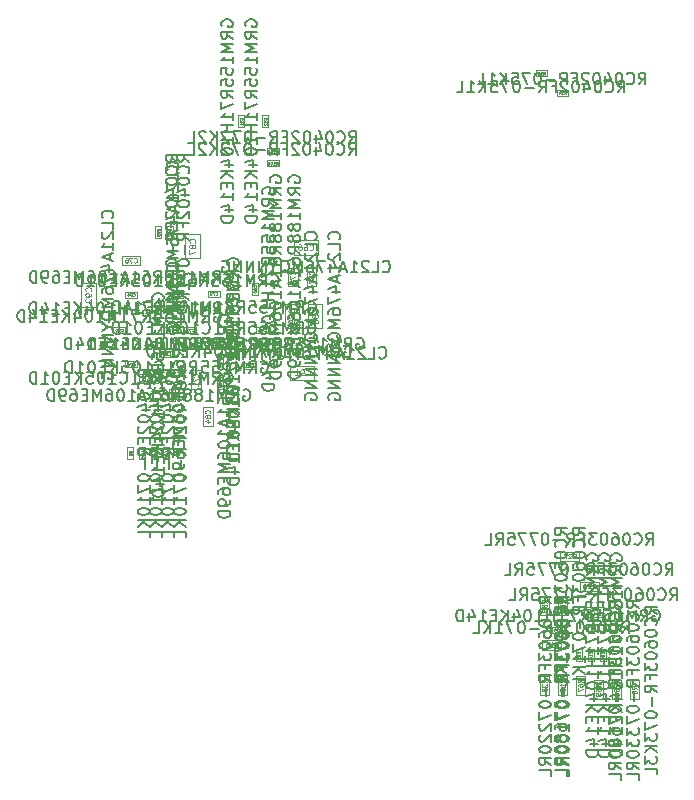
<source format=gbr>
%TF.GenerationSoftware,KiCad,Pcbnew,8.0.8*%
%TF.CreationDate,2025-02-13T12:54:14+01:00*%
%TF.ProjectId,hd_64_v0,68645f36-345f-4763-902e-6b696361645f,0.2*%
%TF.SameCoordinates,PX4737720PY55fe290*%
%TF.FileFunction,AssemblyDrawing,Bot*%
%FSLAX46Y46*%
G04 Gerber Fmt 4.6, Leading zero omitted, Abs format (unit mm)*
G04 Created by KiCad (PCBNEW 8.0.8) date 2025-02-13 12:54:14*
%MOMM*%
%LPD*%
G01*
G04 APERTURE LIST*
%ADD10C,0.150000*%
%ADD11C,0.080000*%
%ADD12C,0.040000*%
%ADD13C,0.060000*%
%ADD14C,0.100000*%
G04 APERTURE END LIST*
D10*
X26933580Y44370001D02*
X26981200Y44417620D01*
X26981200Y44417620D02*
X27028819Y44560477D01*
X27028819Y44560477D02*
X27028819Y44655715D01*
X27028819Y44655715D02*
X26981200Y44798572D01*
X26981200Y44798572D02*
X26885961Y44893810D01*
X26885961Y44893810D02*
X26790723Y44941429D01*
X26790723Y44941429D02*
X26600247Y44989048D01*
X26600247Y44989048D02*
X26457390Y44989048D01*
X26457390Y44989048D02*
X26266914Y44941429D01*
X26266914Y44941429D02*
X26171676Y44893810D01*
X26171676Y44893810D02*
X26076438Y44798572D01*
X26076438Y44798572D02*
X26028819Y44655715D01*
X26028819Y44655715D02*
X26028819Y44560477D01*
X26028819Y44560477D02*
X26076438Y44417620D01*
X26076438Y44417620D02*
X26124057Y44370001D01*
X27028819Y43465239D02*
X27028819Y43941429D01*
X27028819Y43941429D02*
X26028819Y43941429D01*
X26124057Y43179524D02*
X26076438Y43131905D01*
X26076438Y43131905D02*
X26028819Y43036667D01*
X26028819Y43036667D02*
X26028819Y42798572D01*
X26028819Y42798572D02*
X26076438Y42703334D01*
X26076438Y42703334D02*
X26124057Y42655715D01*
X26124057Y42655715D02*
X26219295Y42608096D01*
X26219295Y42608096D02*
X26314533Y42608096D01*
X26314533Y42608096D02*
X26457390Y42655715D01*
X26457390Y42655715D02*
X27028819Y43227143D01*
X27028819Y43227143D02*
X27028819Y42608096D01*
X27028819Y41655715D02*
X27028819Y42227143D01*
X27028819Y41941429D02*
X26028819Y41941429D01*
X26028819Y41941429D02*
X26171676Y42036667D01*
X26171676Y42036667D02*
X26266914Y42131905D01*
X26266914Y42131905D02*
X26314533Y42227143D01*
X26743104Y41274762D02*
X26743104Y40798572D01*
X27028819Y41370000D02*
X26028819Y41036667D01*
X26028819Y41036667D02*
X27028819Y40703334D01*
X26362152Y39941429D02*
X27028819Y39941429D01*
X25981200Y40179524D02*
X26695485Y40417619D01*
X26695485Y40417619D02*
X26695485Y39798572D01*
X26028819Y39512857D02*
X26028819Y38846191D01*
X26028819Y38846191D02*
X27028819Y39274762D01*
X26028819Y38036667D02*
X26028819Y38227143D01*
X26028819Y38227143D02*
X26076438Y38322381D01*
X26076438Y38322381D02*
X26124057Y38370000D01*
X26124057Y38370000D02*
X26266914Y38465238D01*
X26266914Y38465238D02*
X26457390Y38512857D01*
X26457390Y38512857D02*
X26838342Y38512857D01*
X26838342Y38512857D02*
X26933580Y38465238D01*
X26933580Y38465238D02*
X26981200Y38417619D01*
X26981200Y38417619D02*
X27028819Y38322381D01*
X27028819Y38322381D02*
X27028819Y38131905D01*
X27028819Y38131905D02*
X26981200Y38036667D01*
X26981200Y38036667D02*
X26933580Y37989048D01*
X26933580Y37989048D02*
X26838342Y37941429D01*
X26838342Y37941429D02*
X26600247Y37941429D01*
X26600247Y37941429D02*
X26505009Y37989048D01*
X26505009Y37989048D02*
X26457390Y38036667D01*
X26457390Y38036667D02*
X26409771Y38131905D01*
X26409771Y38131905D02*
X26409771Y38322381D01*
X26409771Y38322381D02*
X26457390Y38417619D01*
X26457390Y38417619D02*
X26505009Y38465238D01*
X26505009Y38465238D02*
X26600247Y38512857D01*
X27028819Y37512857D02*
X26028819Y37512857D01*
X26028819Y37512857D02*
X26743104Y37179524D01*
X26743104Y37179524D02*
X26028819Y36846191D01*
X26028819Y36846191D02*
X27028819Y36846191D01*
X27124057Y35703334D02*
X27076438Y35798572D01*
X27076438Y35798572D02*
X26981200Y35893810D01*
X26981200Y35893810D02*
X26838342Y36036667D01*
X26838342Y36036667D02*
X26790723Y36131905D01*
X26790723Y36131905D02*
X26790723Y36227143D01*
X27028819Y36179524D02*
X26981200Y36274762D01*
X26981200Y36274762D02*
X26885961Y36370000D01*
X26885961Y36370000D02*
X26695485Y36417619D01*
X26695485Y36417619D02*
X26362152Y36417619D01*
X26362152Y36417619D02*
X26171676Y36370000D01*
X26171676Y36370000D02*
X26076438Y36274762D01*
X26076438Y36274762D02*
X26028819Y36179524D01*
X26028819Y36179524D02*
X26028819Y35989048D01*
X26028819Y35989048D02*
X26076438Y35893810D01*
X26076438Y35893810D02*
X26171676Y35798572D01*
X26171676Y35798572D02*
X26362152Y35750953D01*
X26362152Y35750953D02*
X26695485Y35750953D01*
X26695485Y35750953D02*
X26885961Y35798572D01*
X26885961Y35798572D02*
X26981200Y35893810D01*
X26981200Y35893810D02*
X27028819Y35989048D01*
X27028819Y35989048D02*
X27028819Y36179524D01*
X26552628Y35131905D02*
X27028819Y35131905D01*
X26028819Y35465238D02*
X26552628Y35131905D01*
X26552628Y35131905D02*
X26028819Y34798572D01*
X27028819Y34465238D02*
X26028819Y34465238D01*
X26028819Y34465238D02*
X27028819Y33893810D01*
X27028819Y33893810D02*
X26028819Y33893810D01*
X27028819Y33417619D02*
X26028819Y33417619D01*
X26028819Y33417619D02*
X27028819Y32846191D01*
X27028819Y32846191D02*
X26028819Y32846191D01*
X27028819Y32370000D02*
X26028819Y32370000D01*
X26028819Y32370000D02*
X27028819Y31798572D01*
X27028819Y31798572D02*
X26028819Y31798572D01*
X26076438Y30798572D02*
X26028819Y30893810D01*
X26028819Y30893810D02*
X26028819Y31036667D01*
X26028819Y31036667D02*
X26076438Y31179524D01*
X26076438Y31179524D02*
X26171676Y31274762D01*
X26171676Y31274762D02*
X26266914Y31322381D01*
X26266914Y31322381D02*
X26457390Y31370000D01*
X26457390Y31370000D02*
X26600247Y31370000D01*
X26600247Y31370000D02*
X26790723Y31322381D01*
X26790723Y31322381D02*
X26885961Y31274762D01*
X26885961Y31274762D02*
X26981200Y31179524D01*
X26981200Y31179524D02*
X27028819Y31036667D01*
X27028819Y31036667D02*
X27028819Y30941429D01*
X27028819Y30941429D02*
X26981200Y30798572D01*
X26981200Y30798572D02*
X26933580Y30750953D01*
X26933580Y30750953D02*
X26600247Y30750953D01*
X26600247Y30750953D02*
X26600247Y30941429D01*
D11*
X25103530Y38191429D02*
X25127340Y38215238D01*
X25127340Y38215238D02*
X25151149Y38286667D01*
X25151149Y38286667D02*
X25151149Y38334286D01*
X25151149Y38334286D02*
X25127340Y38405714D01*
X25127340Y38405714D02*
X25079720Y38453333D01*
X25079720Y38453333D02*
X25032101Y38477143D01*
X25032101Y38477143D02*
X24936863Y38500952D01*
X24936863Y38500952D02*
X24865435Y38500952D01*
X24865435Y38500952D02*
X24770197Y38477143D01*
X24770197Y38477143D02*
X24722578Y38453333D01*
X24722578Y38453333D02*
X24674959Y38405714D01*
X24674959Y38405714D02*
X24651149Y38334286D01*
X24651149Y38334286D02*
X24651149Y38286667D01*
X24651149Y38286667D02*
X24674959Y38215238D01*
X24674959Y38215238D02*
X24698768Y38191429D01*
X24865435Y37905714D02*
X24841625Y37953333D01*
X24841625Y37953333D02*
X24817816Y37977143D01*
X24817816Y37977143D02*
X24770197Y38000952D01*
X24770197Y38000952D02*
X24746387Y38000952D01*
X24746387Y38000952D02*
X24698768Y37977143D01*
X24698768Y37977143D02*
X24674959Y37953333D01*
X24674959Y37953333D02*
X24651149Y37905714D01*
X24651149Y37905714D02*
X24651149Y37810476D01*
X24651149Y37810476D02*
X24674959Y37762857D01*
X24674959Y37762857D02*
X24698768Y37739048D01*
X24698768Y37739048D02*
X24746387Y37715238D01*
X24746387Y37715238D02*
X24770197Y37715238D01*
X24770197Y37715238D02*
X24817816Y37739048D01*
X24817816Y37739048D02*
X24841625Y37762857D01*
X24841625Y37762857D02*
X24865435Y37810476D01*
X24865435Y37810476D02*
X24865435Y37905714D01*
X24865435Y37905714D02*
X24889244Y37953333D01*
X24889244Y37953333D02*
X24913054Y37977143D01*
X24913054Y37977143D02*
X24960673Y38000952D01*
X24960673Y38000952D02*
X25055911Y38000952D01*
X25055911Y38000952D02*
X25103530Y37977143D01*
X25103530Y37977143D02*
X25127340Y37953333D01*
X25127340Y37953333D02*
X25151149Y37905714D01*
X25151149Y37905714D02*
X25151149Y37810476D01*
X25151149Y37810476D02*
X25127340Y37762857D01*
X25127340Y37762857D02*
X25103530Y37739048D01*
X25103530Y37739048D02*
X25055911Y37715238D01*
X25055911Y37715238D02*
X24960673Y37715238D01*
X24960673Y37715238D02*
X24913054Y37739048D01*
X24913054Y37739048D02*
X24889244Y37762857D01*
X24889244Y37762857D02*
X24865435Y37810476D01*
X24865435Y37429524D02*
X24841625Y37477143D01*
X24841625Y37477143D02*
X24817816Y37500953D01*
X24817816Y37500953D02*
X24770197Y37524762D01*
X24770197Y37524762D02*
X24746387Y37524762D01*
X24746387Y37524762D02*
X24698768Y37500953D01*
X24698768Y37500953D02*
X24674959Y37477143D01*
X24674959Y37477143D02*
X24651149Y37429524D01*
X24651149Y37429524D02*
X24651149Y37334286D01*
X24651149Y37334286D02*
X24674959Y37286667D01*
X24674959Y37286667D02*
X24698768Y37262858D01*
X24698768Y37262858D02*
X24746387Y37239048D01*
X24746387Y37239048D02*
X24770197Y37239048D01*
X24770197Y37239048D02*
X24817816Y37262858D01*
X24817816Y37262858D02*
X24841625Y37286667D01*
X24841625Y37286667D02*
X24865435Y37334286D01*
X24865435Y37334286D02*
X24865435Y37429524D01*
X24865435Y37429524D02*
X24889244Y37477143D01*
X24889244Y37477143D02*
X24913054Y37500953D01*
X24913054Y37500953D02*
X24960673Y37524762D01*
X24960673Y37524762D02*
X25055911Y37524762D01*
X25055911Y37524762D02*
X25103530Y37500953D01*
X25103530Y37500953D02*
X25127340Y37477143D01*
X25127340Y37477143D02*
X25151149Y37429524D01*
X25151149Y37429524D02*
X25151149Y37334286D01*
X25151149Y37334286D02*
X25127340Y37286667D01*
X25127340Y37286667D02*
X25103530Y37262858D01*
X25103530Y37262858D02*
X25055911Y37239048D01*
X25055911Y37239048D02*
X24960673Y37239048D01*
X24960673Y37239048D02*
X24913054Y37262858D01*
X24913054Y37262858D02*
X24889244Y37286667D01*
X24889244Y37286667D02*
X24865435Y37334286D01*
D10*
X52299381Y57484181D02*
X52632714Y57960372D01*
X52870809Y57484181D02*
X52870809Y58484181D01*
X52870809Y58484181D02*
X52489857Y58484181D01*
X52489857Y58484181D02*
X52394619Y58436562D01*
X52394619Y58436562D02*
X52347000Y58388943D01*
X52347000Y58388943D02*
X52299381Y58293705D01*
X52299381Y58293705D02*
X52299381Y58150848D01*
X52299381Y58150848D02*
X52347000Y58055610D01*
X52347000Y58055610D02*
X52394619Y58007991D01*
X52394619Y58007991D02*
X52489857Y57960372D01*
X52489857Y57960372D02*
X52870809Y57960372D01*
X51299381Y57579420D02*
X51347000Y57531800D01*
X51347000Y57531800D02*
X51489857Y57484181D01*
X51489857Y57484181D02*
X51585095Y57484181D01*
X51585095Y57484181D02*
X51727952Y57531800D01*
X51727952Y57531800D02*
X51823190Y57627039D01*
X51823190Y57627039D02*
X51870809Y57722277D01*
X51870809Y57722277D02*
X51918428Y57912753D01*
X51918428Y57912753D02*
X51918428Y58055610D01*
X51918428Y58055610D02*
X51870809Y58246086D01*
X51870809Y58246086D02*
X51823190Y58341324D01*
X51823190Y58341324D02*
X51727952Y58436562D01*
X51727952Y58436562D02*
X51585095Y58484181D01*
X51585095Y58484181D02*
X51489857Y58484181D01*
X51489857Y58484181D02*
X51347000Y58436562D01*
X51347000Y58436562D02*
X51299381Y58388943D01*
X50680333Y58484181D02*
X50585095Y58484181D01*
X50585095Y58484181D02*
X50489857Y58436562D01*
X50489857Y58436562D02*
X50442238Y58388943D01*
X50442238Y58388943D02*
X50394619Y58293705D01*
X50394619Y58293705D02*
X50347000Y58103229D01*
X50347000Y58103229D02*
X50347000Y57865134D01*
X50347000Y57865134D02*
X50394619Y57674658D01*
X50394619Y57674658D02*
X50442238Y57579420D01*
X50442238Y57579420D02*
X50489857Y57531800D01*
X50489857Y57531800D02*
X50585095Y57484181D01*
X50585095Y57484181D02*
X50680333Y57484181D01*
X50680333Y57484181D02*
X50775571Y57531800D01*
X50775571Y57531800D02*
X50823190Y57579420D01*
X50823190Y57579420D02*
X50870809Y57674658D01*
X50870809Y57674658D02*
X50918428Y57865134D01*
X50918428Y57865134D02*
X50918428Y58103229D01*
X50918428Y58103229D02*
X50870809Y58293705D01*
X50870809Y58293705D02*
X50823190Y58388943D01*
X50823190Y58388943D02*
X50775571Y58436562D01*
X50775571Y58436562D02*
X50680333Y58484181D01*
X49489857Y58150848D02*
X49489857Y57484181D01*
X49727952Y58531800D02*
X49966047Y57817515D01*
X49966047Y57817515D02*
X49347000Y57817515D01*
X48775571Y58484181D02*
X48680333Y58484181D01*
X48680333Y58484181D02*
X48585095Y58436562D01*
X48585095Y58436562D02*
X48537476Y58388943D01*
X48537476Y58388943D02*
X48489857Y58293705D01*
X48489857Y58293705D02*
X48442238Y58103229D01*
X48442238Y58103229D02*
X48442238Y57865134D01*
X48442238Y57865134D02*
X48489857Y57674658D01*
X48489857Y57674658D02*
X48537476Y57579420D01*
X48537476Y57579420D02*
X48585095Y57531800D01*
X48585095Y57531800D02*
X48680333Y57484181D01*
X48680333Y57484181D02*
X48775571Y57484181D01*
X48775571Y57484181D02*
X48870809Y57531800D01*
X48870809Y57531800D02*
X48918428Y57579420D01*
X48918428Y57579420D02*
X48966047Y57674658D01*
X48966047Y57674658D02*
X49013666Y57865134D01*
X49013666Y57865134D02*
X49013666Y58103229D01*
X49013666Y58103229D02*
X48966047Y58293705D01*
X48966047Y58293705D02*
X48918428Y58388943D01*
X48918428Y58388943D02*
X48870809Y58436562D01*
X48870809Y58436562D02*
X48775571Y58484181D01*
X48061285Y58388943D02*
X48013666Y58436562D01*
X48013666Y58436562D02*
X47918428Y58484181D01*
X47918428Y58484181D02*
X47680333Y58484181D01*
X47680333Y58484181D02*
X47585095Y58436562D01*
X47585095Y58436562D02*
X47537476Y58388943D01*
X47537476Y58388943D02*
X47489857Y58293705D01*
X47489857Y58293705D02*
X47489857Y58198467D01*
X47489857Y58198467D02*
X47537476Y58055610D01*
X47537476Y58055610D02*
X48108904Y57484181D01*
X48108904Y57484181D02*
X47489857Y57484181D01*
X46727952Y58007991D02*
X47061285Y58007991D01*
X47061285Y57484181D02*
X47061285Y58484181D01*
X47061285Y58484181D02*
X46585095Y58484181D01*
X45632714Y57484181D02*
X45966047Y57960372D01*
X46204142Y57484181D02*
X46204142Y58484181D01*
X46204142Y58484181D02*
X45823190Y58484181D01*
X45823190Y58484181D02*
X45727952Y58436562D01*
X45727952Y58436562D02*
X45680333Y58388943D01*
X45680333Y58388943D02*
X45632714Y58293705D01*
X45632714Y58293705D02*
X45632714Y58150848D01*
X45632714Y58150848D02*
X45680333Y58055610D01*
X45680333Y58055610D02*
X45727952Y58007991D01*
X45727952Y58007991D02*
X45823190Y57960372D01*
X45823190Y57960372D02*
X46204142Y57960372D01*
X45204142Y57865134D02*
X44442238Y57865134D01*
X43775571Y58484181D02*
X43680333Y58484181D01*
X43680333Y58484181D02*
X43585095Y58436562D01*
X43585095Y58436562D02*
X43537476Y58388943D01*
X43537476Y58388943D02*
X43489857Y58293705D01*
X43489857Y58293705D02*
X43442238Y58103229D01*
X43442238Y58103229D02*
X43442238Y57865134D01*
X43442238Y57865134D02*
X43489857Y57674658D01*
X43489857Y57674658D02*
X43537476Y57579420D01*
X43537476Y57579420D02*
X43585095Y57531800D01*
X43585095Y57531800D02*
X43680333Y57484181D01*
X43680333Y57484181D02*
X43775571Y57484181D01*
X43775571Y57484181D02*
X43870809Y57531800D01*
X43870809Y57531800D02*
X43918428Y57579420D01*
X43918428Y57579420D02*
X43966047Y57674658D01*
X43966047Y57674658D02*
X44013666Y57865134D01*
X44013666Y57865134D02*
X44013666Y58103229D01*
X44013666Y58103229D02*
X43966047Y58293705D01*
X43966047Y58293705D02*
X43918428Y58388943D01*
X43918428Y58388943D02*
X43870809Y58436562D01*
X43870809Y58436562D02*
X43775571Y58484181D01*
X43108904Y58484181D02*
X42442238Y58484181D01*
X42442238Y58484181D02*
X42870809Y57484181D01*
X41585095Y58484181D02*
X42061285Y58484181D01*
X42061285Y58484181D02*
X42108904Y58007991D01*
X42108904Y58007991D02*
X42061285Y58055610D01*
X42061285Y58055610D02*
X41966047Y58103229D01*
X41966047Y58103229D02*
X41727952Y58103229D01*
X41727952Y58103229D02*
X41632714Y58055610D01*
X41632714Y58055610D02*
X41585095Y58007991D01*
X41585095Y58007991D02*
X41537476Y57912753D01*
X41537476Y57912753D02*
X41537476Y57674658D01*
X41537476Y57674658D02*
X41585095Y57579420D01*
X41585095Y57579420D02*
X41632714Y57531800D01*
X41632714Y57531800D02*
X41727952Y57484181D01*
X41727952Y57484181D02*
X41966047Y57484181D01*
X41966047Y57484181D02*
X42061285Y57531800D01*
X42061285Y57531800D02*
X42108904Y57579420D01*
X41108904Y57484181D02*
X41108904Y58484181D01*
X40537476Y57484181D02*
X40966047Y58055610D01*
X40537476Y58484181D02*
X41108904Y57912753D01*
X39585095Y57484181D02*
X40156523Y57484181D01*
X39870809Y57484181D02*
X39870809Y58484181D01*
X39870809Y58484181D02*
X39966047Y58341324D01*
X39966047Y58341324D02*
X40061285Y58246086D01*
X40061285Y58246086D02*
X40156523Y58198467D01*
X38680333Y57484181D02*
X39156523Y57484181D01*
X39156523Y57484181D02*
X39156523Y58484181D01*
D12*
X46007714Y56655426D02*
X46091047Y56774473D01*
X46150571Y56655426D02*
X46150571Y56905426D01*
X46150571Y56905426D02*
X46055333Y56905426D01*
X46055333Y56905426D02*
X46031523Y56893521D01*
X46031523Y56893521D02*
X46019618Y56881616D01*
X46019618Y56881616D02*
X46007714Y56857807D01*
X46007714Y56857807D02*
X46007714Y56822092D01*
X46007714Y56822092D02*
X46019618Y56798283D01*
X46019618Y56798283D02*
X46031523Y56786378D01*
X46031523Y56786378D02*
X46055333Y56774473D01*
X46055333Y56774473D02*
X46150571Y56774473D01*
X45769618Y56655426D02*
X45912475Y56655426D01*
X45841047Y56655426D02*
X45841047Y56905426D01*
X45841047Y56905426D02*
X45864856Y56869711D01*
X45864856Y56869711D02*
X45888666Y56845902D01*
X45888666Y56845902D02*
X45912475Y56833997D01*
X45555333Y56822092D02*
X45555333Y56655426D01*
X45614857Y56917330D02*
X45674380Y56738759D01*
X45674380Y56738759D02*
X45519619Y56738759D01*
D10*
X24347809Y37337562D02*
X24443047Y37385181D01*
X24443047Y37385181D02*
X24585904Y37385181D01*
X24585904Y37385181D02*
X24728761Y37337562D01*
X24728761Y37337562D02*
X24823999Y37242324D01*
X24823999Y37242324D02*
X24871618Y37147086D01*
X24871618Y37147086D02*
X24919237Y36956610D01*
X24919237Y36956610D02*
X24919237Y36813753D01*
X24919237Y36813753D02*
X24871618Y36623277D01*
X24871618Y36623277D02*
X24823999Y36528039D01*
X24823999Y36528039D02*
X24728761Y36432800D01*
X24728761Y36432800D02*
X24585904Y36385181D01*
X24585904Y36385181D02*
X24490666Y36385181D01*
X24490666Y36385181D02*
X24347809Y36432800D01*
X24347809Y36432800D02*
X24300190Y36480420D01*
X24300190Y36480420D02*
X24300190Y36813753D01*
X24300190Y36813753D02*
X24490666Y36813753D01*
X23300190Y36385181D02*
X23633523Y36861372D01*
X23871618Y36385181D02*
X23871618Y37385181D01*
X23871618Y37385181D02*
X23490666Y37385181D01*
X23490666Y37385181D02*
X23395428Y37337562D01*
X23395428Y37337562D02*
X23347809Y37289943D01*
X23347809Y37289943D02*
X23300190Y37194705D01*
X23300190Y37194705D02*
X23300190Y37051848D01*
X23300190Y37051848D02*
X23347809Y36956610D01*
X23347809Y36956610D02*
X23395428Y36908991D01*
X23395428Y36908991D02*
X23490666Y36861372D01*
X23490666Y36861372D02*
X23871618Y36861372D01*
X22871618Y36385181D02*
X22871618Y37385181D01*
X22871618Y37385181D02*
X22538285Y36670896D01*
X22538285Y36670896D02*
X22204952Y37385181D01*
X22204952Y37385181D02*
X22204952Y36385181D01*
X21204952Y36385181D02*
X21776380Y36385181D01*
X21490666Y36385181D02*
X21490666Y37385181D01*
X21490666Y37385181D02*
X21585904Y37242324D01*
X21585904Y37242324D02*
X21681142Y37147086D01*
X21681142Y37147086D02*
X21776380Y37099467D01*
X20300190Y37385181D02*
X20776380Y37385181D01*
X20776380Y37385181D02*
X20823999Y36908991D01*
X20823999Y36908991D02*
X20776380Y36956610D01*
X20776380Y36956610D02*
X20681142Y37004229D01*
X20681142Y37004229D02*
X20443047Y37004229D01*
X20443047Y37004229D02*
X20347809Y36956610D01*
X20347809Y36956610D02*
X20300190Y36908991D01*
X20300190Y36908991D02*
X20252571Y36813753D01*
X20252571Y36813753D02*
X20252571Y36575658D01*
X20252571Y36575658D02*
X20300190Y36480420D01*
X20300190Y36480420D02*
X20347809Y36432800D01*
X20347809Y36432800D02*
X20443047Y36385181D01*
X20443047Y36385181D02*
X20681142Y36385181D01*
X20681142Y36385181D02*
X20776380Y36432800D01*
X20776380Y36432800D02*
X20823999Y36480420D01*
X19347809Y37385181D02*
X19823999Y37385181D01*
X19823999Y37385181D02*
X19871618Y36908991D01*
X19871618Y36908991D02*
X19823999Y36956610D01*
X19823999Y36956610D02*
X19728761Y37004229D01*
X19728761Y37004229D02*
X19490666Y37004229D01*
X19490666Y37004229D02*
X19395428Y36956610D01*
X19395428Y36956610D02*
X19347809Y36908991D01*
X19347809Y36908991D02*
X19300190Y36813753D01*
X19300190Y36813753D02*
X19300190Y36575658D01*
X19300190Y36575658D02*
X19347809Y36480420D01*
X19347809Y36480420D02*
X19395428Y36432800D01*
X19395428Y36432800D02*
X19490666Y36385181D01*
X19490666Y36385181D02*
X19728761Y36385181D01*
X19728761Y36385181D02*
X19823999Y36432800D01*
X19823999Y36432800D02*
X19871618Y36480420D01*
X18300190Y36385181D02*
X18633523Y36861372D01*
X18871618Y36385181D02*
X18871618Y37385181D01*
X18871618Y37385181D02*
X18490666Y37385181D01*
X18490666Y37385181D02*
X18395428Y37337562D01*
X18395428Y37337562D02*
X18347809Y37289943D01*
X18347809Y37289943D02*
X18300190Y37194705D01*
X18300190Y37194705D02*
X18300190Y37051848D01*
X18300190Y37051848D02*
X18347809Y36956610D01*
X18347809Y36956610D02*
X18395428Y36908991D01*
X18395428Y36908991D02*
X18490666Y36861372D01*
X18490666Y36861372D02*
X18871618Y36861372D01*
X17443047Y37385181D02*
X17633523Y37385181D01*
X17633523Y37385181D02*
X17728761Y37337562D01*
X17728761Y37337562D02*
X17776380Y37289943D01*
X17776380Y37289943D02*
X17871618Y37147086D01*
X17871618Y37147086D02*
X17919237Y36956610D01*
X17919237Y36956610D02*
X17919237Y36575658D01*
X17919237Y36575658D02*
X17871618Y36480420D01*
X17871618Y36480420D02*
X17823999Y36432800D01*
X17823999Y36432800D02*
X17728761Y36385181D01*
X17728761Y36385181D02*
X17538285Y36385181D01*
X17538285Y36385181D02*
X17443047Y36432800D01*
X17443047Y36432800D02*
X17395428Y36480420D01*
X17395428Y36480420D02*
X17347809Y36575658D01*
X17347809Y36575658D02*
X17347809Y36813753D01*
X17347809Y36813753D02*
X17395428Y36908991D01*
X17395428Y36908991D02*
X17443047Y36956610D01*
X17443047Y36956610D02*
X17538285Y37004229D01*
X17538285Y37004229D02*
X17728761Y37004229D01*
X17728761Y37004229D02*
X17823999Y36956610D01*
X17823999Y36956610D02*
X17871618Y36908991D01*
X17871618Y36908991D02*
X17919237Y36813753D01*
X16395428Y36385181D02*
X16966856Y36385181D01*
X16681142Y36385181D02*
X16681142Y37385181D01*
X16681142Y37385181D02*
X16776380Y37242324D01*
X16776380Y37242324D02*
X16871618Y37147086D01*
X16871618Y37147086D02*
X16966856Y37099467D01*
X15395428Y36480420D02*
X15443047Y36432800D01*
X15443047Y36432800D02*
X15585904Y36385181D01*
X15585904Y36385181D02*
X15681142Y36385181D01*
X15681142Y36385181D02*
X15823999Y36432800D01*
X15823999Y36432800D02*
X15919237Y36528039D01*
X15919237Y36528039D02*
X15966856Y36623277D01*
X15966856Y36623277D02*
X16014475Y36813753D01*
X16014475Y36813753D02*
X16014475Y36956610D01*
X16014475Y36956610D02*
X15966856Y37147086D01*
X15966856Y37147086D02*
X15919237Y37242324D01*
X15919237Y37242324D02*
X15823999Y37337562D01*
X15823999Y37337562D02*
X15681142Y37385181D01*
X15681142Y37385181D02*
X15585904Y37385181D01*
X15585904Y37385181D02*
X15443047Y37337562D01*
X15443047Y37337562D02*
X15395428Y37289943D01*
X14443047Y36385181D02*
X15014475Y36385181D01*
X14728761Y36385181D02*
X14728761Y37385181D01*
X14728761Y37385181D02*
X14823999Y37242324D01*
X14823999Y37242324D02*
X14919237Y37147086D01*
X14919237Y37147086D02*
X15014475Y37099467D01*
X13823999Y37385181D02*
X13728761Y37385181D01*
X13728761Y37385181D02*
X13633523Y37337562D01*
X13633523Y37337562D02*
X13585904Y37289943D01*
X13585904Y37289943D02*
X13538285Y37194705D01*
X13538285Y37194705D02*
X13490666Y37004229D01*
X13490666Y37004229D02*
X13490666Y36766134D01*
X13490666Y36766134D02*
X13538285Y36575658D01*
X13538285Y36575658D02*
X13585904Y36480420D01*
X13585904Y36480420D02*
X13633523Y36432800D01*
X13633523Y36432800D02*
X13728761Y36385181D01*
X13728761Y36385181D02*
X13823999Y36385181D01*
X13823999Y36385181D02*
X13919237Y36432800D01*
X13919237Y36432800D02*
X13966856Y36480420D01*
X13966856Y36480420D02*
X14014475Y36575658D01*
X14014475Y36575658D02*
X14062094Y36766134D01*
X14062094Y36766134D02*
X14062094Y37004229D01*
X14062094Y37004229D02*
X14014475Y37194705D01*
X14014475Y37194705D02*
X13966856Y37289943D01*
X13966856Y37289943D02*
X13919237Y37337562D01*
X13919237Y37337562D02*
X13823999Y37385181D01*
X12585904Y37385181D02*
X13062094Y37385181D01*
X13062094Y37385181D02*
X13109713Y36908991D01*
X13109713Y36908991D02*
X13062094Y36956610D01*
X13062094Y36956610D02*
X12966856Y37004229D01*
X12966856Y37004229D02*
X12728761Y37004229D01*
X12728761Y37004229D02*
X12633523Y36956610D01*
X12633523Y36956610D02*
X12585904Y36908991D01*
X12585904Y36908991D02*
X12538285Y36813753D01*
X12538285Y36813753D02*
X12538285Y36575658D01*
X12538285Y36575658D02*
X12585904Y36480420D01*
X12585904Y36480420D02*
X12633523Y36432800D01*
X12633523Y36432800D02*
X12728761Y36385181D01*
X12728761Y36385181D02*
X12966856Y36385181D01*
X12966856Y36385181D02*
X13062094Y36432800D01*
X13062094Y36432800D02*
X13109713Y36480420D01*
X12109713Y36385181D02*
X12109713Y37385181D01*
X11538285Y36385181D02*
X11966856Y36956610D01*
X11538285Y37385181D02*
X12109713Y36813753D01*
X11109713Y36908991D02*
X10776380Y36908991D01*
X10633523Y36385181D02*
X11109713Y36385181D01*
X11109713Y36385181D02*
X11109713Y37385181D01*
X11109713Y37385181D02*
X10633523Y37385181D01*
X10014475Y37385181D02*
X9919237Y37385181D01*
X9919237Y37385181D02*
X9823999Y37337562D01*
X9823999Y37337562D02*
X9776380Y37289943D01*
X9776380Y37289943D02*
X9728761Y37194705D01*
X9728761Y37194705D02*
X9681142Y37004229D01*
X9681142Y37004229D02*
X9681142Y36766134D01*
X9681142Y36766134D02*
X9728761Y36575658D01*
X9728761Y36575658D02*
X9776380Y36480420D01*
X9776380Y36480420D02*
X9823999Y36432800D01*
X9823999Y36432800D02*
X9919237Y36385181D01*
X9919237Y36385181D02*
X10014475Y36385181D01*
X10014475Y36385181D02*
X10109713Y36432800D01*
X10109713Y36432800D02*
X10157332Y36480420D01*
X10157332Y36480420D02*
X10204951Y36575658D01*
X10204951Y36575658D02*
X10252570Y36766134D01*
X10252570Y36766134D02*
X10252570Y37004229D01*
X10252570Y37004229D02*
X10204951Y37194705D01*
X10204951Y37194705D02*
X10157332Y37289943D01*
X10157332Y37289943D02*
X10109713Y37337562D01*
X10109713Y37337562D02*
X10014475Y37385181D01*
X8728761Y36385181D02*
X9300189Y36385181D01*
X9014475Y36385181D02*
X9014475Y37385181D01*
X9014475Y37385181D02*
X9109713Y37242324D01*
X9109713Y37242324D02*
X9204951Y37147086D01*
X9204951Y37147086D02*
X9300189Y37099467D01*
X8300189Y36385181D02*
X8300189Y37385181D01*
X8300189Y37385181D02*
X8062094Y37385181D01*
X8062094Y37385181D02*
X7919237Y37337562D01*
X7919237Y37337562D02*
X7823999Y37242324D01*
X7823999Y37242324D02*
X7776380Y37147086D01*
X7776380Y37147086D02*
X7728761Y36956610D01*
X7728761Y36956610D02*
X7728761Y36813753D01*
X7728761Y36813753D02*
X7776380Y36623277D01*
X7776380Y36623277D02*
X7823999Y36528039D01*
X7823999Y36528039D02*
X7919237Y36432800D01*
X7919237Y36432800D02*
X8062094Y36385181D01*
X8062094Y36385181D02*
X8300189Y36385181D01*
D12*
X16484714Y35580235D02*
X16496618Y35568330D01*
X16496618Y35568330D02*
X16532333Y35556426D01*
X16532333Y35556426D02*
X16556142Y35556426D01*
X16556142Y35556426D02*
X16591856Y35568330D01*
X16591856Y35568330D02*
X16615666Y35592140D01*
X16615666Y35592140D02*
X16627571Y35615950D01*
X16627571Y35615950D02*
X16639475Y35663569D01*
X16639475Y35663569D02*
X16639475Y35699283D01*
X16639475Y35699283D02*
X16627571Y35746902D01*
X16627571Y35746902D02*
X16615666Y35770711D01*
X16615666Y35770711D02*
X16591856Y35794521D01*
X16591856Y35794521D02*
X16556142Y35806426D01*
X16556142Y35806426D02*
X16532333Y35806426D01*
X16532333Y35806426D02*
X16496618Y35794521D01*
X16496618Y35794521D02*
X16484714Y35782616D01*
X16270428Y35806426D02*
X16318047Y35806426D01*
X16318047Y35806426D02*
X16341856Y35794521D01*
X16341856Y35794521D02*
X16353761Y35782616D01*
X16353761Y35782616D02*
X16377571Y35746902D01*
X16377571Y35746902D02*
X16389475Y35699283D01*
X16389475Y35699283D02*
X16389475Y35604045D01*
X16389475Y35604045D02*
X16377571Y35580235D01*
X16377571Y35580235D02*
X16365666Y35568330D01*
X16365666Y35568330D02*
X16341856Y35556426D01*
X16341856Y35556426D02*
X16294237Y35556426D01*
X16294237Y35556426D02*
X16270428Y35568330D01*
X16270428Y35568330D02*
X16258523Y35580235D01*
X16258523Y35580235D02*
X16246618Y35604045D01*
X16246618Y35604045D02*
X16246618Y35663569D01*
X16246618Y35663569D02*
X16258523Y35687378D01*
X16258523Y35687378D02*
X16270428Y35699283D01*
X16270428Y35699283D02*
X16294237Y35711188D01*
X16294237Y35711188D02*
X16341856Y35711188D01*
X16341856Y35711188D02*
X16365666Y35699283D01*
X16365666Y35699283D02*
X16377571Y35687378D01*
X16377571Y35687378D02*
X16389475Y35663569D01*
X16020428Y35806426D02*
X16139476Y35806426D01*
X16139476Y35806426D02*
X16151380Y35687378D01*
X16151380Y35687378D02*
X16139476Y35699283D01*
X16139476Y35699283D02*
X16115666Y35711188D01*
X16115666Y35711188D02*
X16056142Y35711188D01*
X16056142Y35711188D02*
X16032333Y35699283D01*
X16032333Y35699283D02*
X16020428Y35687378D01*
X16020428Y35687378D02*
X16008523Y35663569D01*
X16008523Y35663569D02*
X16008523Y35604045D01*
X16008523Y35604045D02*
X16020428Y35580235D01*
X16020428Y35580235D02*
X16032333Y35568330D01*
X16032333Y35568330D02*
X16056142Y35556426D01*
X16056142Y35556426D02*
X16115666Y35556426D01*
X16115666Y35556426D02*
X16139476Y35568330D01*
X16139476Y35568330D02*
X16151380Y35580235D01*
D10*
X27371619Y35337562D02*
X27466857Y35385181D01*
X27466857Y35385181D02*
X27609714Y35385181D01*
X27609714Y35385181D02*
X27752571Y35337562D01*
X27752571Y35337562D02*
X27847809Y35242324D01*
X27847809Y35242324D02*
X27895428Y35147086D01*
X27895428Y35147086D02*
X27943047Y34956610D01*
X27943047Y34956610D02*
X27943047Y34813753D01*
X27943047Y34813753D02*
X27895428Y34623277D01*
X27895428Y34623277D02*
X27847809Y34528039D01*
X27847809Y34528039D02*
X27752571Y34432800D01*
X27752571Y34432800D02*
X27609714Y34385181D01*
X27609714Y34385181D02*
X27514476Y34385181D01*
X27514476Y34385181D02*
X27371619Y34432800D01*
X27371619Y34432800D02*
X27324000Y34480420D01*
X27324000Y34480420D02*
X27324000Y34813753D01*
X27324000Y34813753D02*
X27514476Y34813753D01*
X26324000Y34385181D02*
X26657333Y34861372D01*
X26895428Y34385181D02*
X26895428Y35385181D01*
X26895428Y35385181D02*
X26514476Y35385181D01*
X26514476Y35385181D02*
X26419238Y35337562D01*
X26419238Y35337562D02*
X26371619Y35289943D01*
X26371619Y35289943D02*
X26324000Y35194705D01*
X26324000Y35194705D02*
X26324000Y35051848D01*
X26324000Y35051848D02*
X26371619Y34956610D01*
X26371619Y34956610D02*
X26419238Y34908991D01*
X26419238Y34908991D02*
X26514476Y34861372D01*
X26514476Y34861372D02*
X26895428Y34861372D01*
X25895428Y34385181D02*
X25895428Y35385181D01*
X25895428Y35385181D02*
X25562095Y34670896D01*
X25562095Y34670896D02*
X25228762Y35385181D01*
X25228762Y35385181D02*
X25228762Y34385181D01*
X24228762Y34385181D02*
X24800190Y34385181D01*
X24514476Y34385181D02*
X24514476Y35385181D01*
X24514476Y35385181D02*
X24609714Y35242324D01*
X24609714Y35242324D02*
X24704952Y35147086D01*
X24704952Y35147086D02*
X24800190Y35099467D01*
X23324000Y35385181D02*
X23800190Y35385181D01*
X23800190Y35385181D02*
X23847809Y34908991D01*
X23847809Y34908991D02*
X23800190Y34956610D01*
X23800190Y34956610D02*
X23704952Y35004229D01*
X23704952Y35004229D02*
X23466857Y35004229D01*
X23466857Y35004229D02*
X23371619Y34956610D01*
X23371619Y34956610D02*
X23324000Y34908991D01*
X23324000Y34908991D02*
X23276381Y34813753D01*
X23276381Y34813753D02*
X23276381Y34575658D01*
X23276381Y34575658D02*
X23324000Y34480420D01*
X23324000Y34480420D02*
X23371619Y34432800D01*
X23371619Y34432800D02*
X23466857Y34385181D01*
X23466857Y34385181D02*
X23704952Y34385181D01*
X23704952Y34385181D02*
X23800190Y34432800D01*
X23800190Y34432800D02*
X23847809Y34480420D01*
X22371619Y35385181D02*
X22847809Y35385181D01*
X22847809Y35385181D02*
X22895428Y34908991D01*
X22895428Y34908991D02*
X22847809Y34956610D01*
X22847809Y34956610D02*
X22752571Y35004229D01*
X22752571Y35004229D02*
X22514476Y35004229D01*
X22514476Y35004229D02*
X22419238Y34956610D01*
X22419238Y34956610D02*
X22371619Y34908991D01*
X22371619Y34908991D02*
X22324000Y34813753D01*
X22324000Y34813753D02*
X22324000Y34575658D01*
X22324000Y34575658D02*
X22371619Y34480420D01*
X22371619Y34480420D02*
X22419238Y34432800D01*
X22419238Y34432800D02*
X22514476Y34385181D01*
X22514476Y34385181D02*
X22752571Y34385181D01*
X22752571Y34385181D02*
X22847809Y34432800D01*
X22847809Y34432800D02*
X22895428Y34480420D01*
X21324000Y34385181D02*
X21657333Y34861372D01*
X21895428Y34385181D02*
X21895428Y35385181D01*
X21895428Y35385181D02*
X21514476Y35385181D01*
X21514476Y35385181D02*
X21419238Y35337562D01*
X21419238Y35337562D02*
X21371619Y35289943D01*
X21371619Y35289943D02*
X21324000Y35194705D01*
X21324000Y35194705D02*
X21324000Y35051848D01*
X21324000Y35051848D02*
X21371619Y34956610D01*
X21371619Y34956610D02*
X21419238Y34908991D01*
X21419238Y34908991D02*
X21514476Y34861372D01*
X21514476Y34861372D02*
X21895428Y34861372D01*
X20990666Y35385181D02*
X20324000Y35385181D01*
X20324000Y35385181D02*
X20752571Y34385181D01*
X19419238Y34385181D02*
X19990666Y34385181D01*
X19704952Y34385181D02*
X19704952Y35385181D01*
X19704952Y35385181D02*
X19800190Y35242324D01*
X19800190Y35242324D02*
X19895428Y35147086D01*
X19895428Y35147086D02*
X19990666Y35099467D01*
X18990666Y34385181D02*
X18990666Y35385181D01*
X18990666Y34908991D02*
X18419238Y34908991D01*
X18419238Y34385181D02*
X18419238Y35385181D01*
X17419238Y34385181D02*
X17990666Y34385181D01*
X17704952Y34385181D02*
X17704952Y35385181D01*
X17704952Y35385181D02*
X17800190Y35242324D01*
X17800190Y35242324D02*
X17895428Y35147086D01*
X17895428Y35147086D02*
X17990666Y35099467D01*
X16800190Y35385181D02*
X16704952Y35385181D01*
X16704952Y35385181D02*
X16609714Y35337562D01*
X16609714Y35337562D02*
X16562095Y35289943D01*
X16562095Y35289943D02*
X16514476Y35194705D01*
X16514476Y35194705D02*
X16466857Y35004229D01*
X16466857Y35004229D02*
X16466857Y34766134D01*
X16466857Y34766134D02*
X16514476Y34575658D01*
X16514476Y34575658D02*
X16562095Y34480420D01*
X16562095Y34480420D02*
X16609714Y34432800D01*
X16609714Y34432800D02*
X16704952Y34385181D01*
X16704952Y34385181D02*
X16800190Y34385181D01*
X16800190Y34385181D02*
X16895428Y34432800D01*
X16895428Y34432800D02*
X16943047Y34480420D01*
X16943047Y34480420D02*
X16990666Y34575658D01*
X16990666Y34575658D02*
X17038285Y34766134D01*
X17038285Y34766134D02*
X17038285Y35004229D01*
X17038285Y35004229D02*
X16990666Y35194705D01*
X16990666Y35194705D02*
X16943047Y35289943D01*
X16943047Y35289943D02*
X16895428Y35337562D01*
X16895428Y35337562D02*
X16800190Y35385181D01*
X15609714Y35051848D02*
X15609714Y34385181D01*
X15847809Y35432800D02*
X16085904Y34718515D01*
X16085904Y34718515D02*
X15466857Y34718515D01*
X15085904Y34385181D02*
X15085904Y35385181D01*
X14514476Y34385181D02*
X14943047Y34956610D01*
X14514476Y35385181D02*
X15085904Y34813753D01*
X14085904Y34908991D02*
X13752571Y34908991D01*
X13609714Y34385181D02*
X14085904Y34385181D01*
X14085904Y34385181D02*
X14085904Y35385181D01*
X14085904Y35385181D02*
X13609714Y35385181D01*
X12657333Y34385181D02*
X13228761Y34385181D01*
X12943047Y34385181D02*
X12943047Y35385181D01*
X12943047Y35385181D02*
X13038285Y35242324D01*
X13038285Y35242324D02*
X13133523Y35147086D01*
X13133523Y35147086D02*
X13228761Y35099467D01*
X11800190Y35051848D02*
X11800190Y34385181D01*
X12038285Y35432800D02*
X12276380Y34718515D01*
X12276380Y34718515D02*
X11657333Y34718515D01*
X11276380Y34385181D02*
X11276380Y35385181D01*
X11276380Y35385181D02*
X11038285Y35385181D01*
X11038285Y35385181D02*
X10895428Y35337562D01*
X10895428Y35337562D02*
X10800190Y35242324D01*
X10800190Y35242324D02*
X10752571Y35147086D01*
X10752571Y35147086D02*
X10704952Y34956610D01*
X10704952Y34956610D02*
X10704952Y34813753D01*
X10704952Y34813753D02*
X10752571Y34623277D01*
X10752571Y34623277D02*
X10800190Y34528039D01*
X10800190Y34528039D02*
X10895428Y34432800D01*
X10895428Y34432800D02*
X11038285Y34385181D01*
X11038285Y34385181D02*
X11276380Y34385181D01*
D12*
X19484714Y33580235D02*
X19496618Y33568330D01*
X19496618Y33568330D02*
X19532333Y33556426D01*
X19532333Y33556426D02*
X19556142Y33556426D01*
X19556142Y33556426D02*
X19591856Y33568330D01*
X19591856Y33568330D02*
X19615666Y33592140D01*
X19615666Y33592140D02*
X19627571Y33615950D01*
X19627571Y33615950D02*
X19639475Y33663569D01*
X19639475Y33663569D02*
X19639475Y33699283D01*
X19639475Y33699283D02*
X19627571Y33746902D01*
X19627571Y33746902D02*
X19615666Y33770711D01*
X19615666Y33770711D02*
X19591856Y33794521D01*
X19591856Y33794521D02*
X19556142Y33806426D01*
X19556142Y33806426D02*
X19532333Y33806426D01*
X19532333Y33806426D02*
X19496618Y33794521D01*
X19496618Y33794521D02*
X19484714Y33782616D01*
X19341856Y33699283D02*
X19365666Y33711188D01*
X19365666Y33711188D02*
X19377571Y33723092D01*
X19377571Y33723092D02*
X19389475Y33746902D01*
X19389475Y33746902D02*
X19389475Y33758807D01*
X19389475Y33758807D02*
X19377571Y33782616D01*
X19377571Y33782616D02*
X19365666Y33794521D01*
X19365666Y33794521D02*
X19341856Y33806426D01*
X19341856Y33806426D02*
X19294237Y33806426D01*
X19294237Y33806426D02*
X19270428Y33794521D01*
X19270428Y33794521D02*
X19258523Y33782616D01*
X19258523Y33782616D02*
X19246618Y33758807D01*
X19246618Y33758807D02*
X19246618Y33746902D01*
X19246618Y33746902D02*
X19258523Y33723092D01*
X19258523Y33723092D02*
X19270428Y33711188D01*
X19270428Y33711188D02*
X19294237Y33699283D01*
X19294237Y33699283D02*
X19341856Y33699283D01*
X19341856Y33699283D02*
X19365666Y33687378D01*
X19365666Y33687378D02*
X19377571Y33675473D01*
X19377571Y33675473D02*
X19389475Y33651664D01*
X19389475Y33651664D02*
X19389475Y33604045D01*
X19389475Y33604045D02*
X19377571Y33580235D01*
X19377571Y33580235D02*
X19365666Y33568330D01*
X19365666Y33568330D02*
X19341856Y33556426D01*
X19341856Y33556426D02*
X19294237Y33556426D01*
X19294237Y33556426D02*
X19270428Y33568330D01*
X19270428Y33568330D02*
X19258523Y33580235D01*
X19258523Y33580235D02*
X19246618Y33604045D01*
X19246618Y33604045D02*
X19246618Y33651664D01*
X19246618Y33651664D02*
X19258523Y33675473D01*
X19258523Y33675473D02*
X19270428Y33687378D01*
X19270428Y33687378D02*
X19294237Y33699283D01*
X19008523Y33556426D02*
X19151380Y33556426D01*
X19079952Y33556426D02*
X19079952Y33806426D01*
X19079952Y33806426D02*
X19103761Y33770711D01*
X19103761Y33770711D02*
X19127571Y33746902D01*
X19127571Y33746902D02*
X19151380Y33734997D01*
D10*
X11156438Y39217620D02*
X11108819Y39312858D01*
X11108819Y39312858D02*
X11108819Y39455715D01*
X11108819Y39455715D02*
X11156438Y39598572D01*
X11156438Y39598572D02*
X11251676Y39693810D01*
X11251676Y39693810D02*
X11346914Y39741429D01*
X11346914Y39741429D02*
X11537390Y39789048D01*
X11537390Y39789048D02*
X11680247Y39789048D01*
X11680247Y39789048D02*
X11870723Y39741429D01*
X11870723Y39741429D02*
X11965961Y39693810D01*
X11965961Y39693810D02*
X12061200Y39598572D01*
X12061200Y39598572D02*
X12108819Y39455715D01*
X12108819Y39455715D02*
X12108819Y39360477D01*
X12108819Y39360477D02*
X12061200Y39217620D01*
X12061200Y39217620D02*
X12013580Y39170001D01*
X12013580Y39170001D02*
X11680247Y39170001D01*
X11680247Y39170001D02*
X11680247Y39360477D01*
X12108819Y38170001D02*
X11632628Y38503334D01*
X12108819Y38741429D02*
X11108819Y38741429D01*
X11108819Y38741429D02*
X11108819Y38360477D01*
X11108819Y38360477D02*
X11156438Y38265239D01*
X11156438Y38265239D02*
X11204057Y38217620D01*
X11204057Y38217620D02*
X11299295Y38170001D01*
X11299295Y38170001D02*
X11442152Y38170001D01*
X11442152Y38170001D02*
X11537390Y38217620D01*
X11537390Y38217620D02*
X11585009Y38265239D01*
X11585009Y38265239D02*
X11632628Y38360477D01*
X11632628Y38360477D02*
X11632628Y38741429D01*
X12108819Y37741429D02*
X11108819Y37741429D01*
X11108819Y37741429D02*
X11823104Y37408096D01*
X11823104Y37408096D02*
X11108819Y37074763D01*
X11108819Y37074763D02*
X12108819Y37074763D01*
X12108819Y36074763D02*
X12108819Y36646191D01*
X12108819Y36360477D02*
X11108819Y36360477D01*
X11108819Y36360477D02*
X11251676Y36455715D01*
X11251676Y36455715D02*
X11346914Y36550953D01*
X11346914Y36550953D02*
X11394533Y36646191D01*
X11108819Y35170001D02*
X11108819Y35646191D01*
X11108819Y35646191D02*
X11585009Y35693810D01*
X11585009Y35693810D02*
X11537390Y35646191D01*
X11537390Y35646191D02*
X11489771Y35550953D01*
X11489771Y35550953D02*
X11489771Y35312858D01*
X11489771Y35312858D02*
X11537390Y35217620D01*
X11537390Y35217620D02*
X11585009Y35170001D01*
X11585009Y35170001D02*
X11680247Y35122382D01*
X11680247Y35122382D02*
X11918342Y35122382D01*
X11918342Y35122382D02*
X12013580Y35170001D01*
X12013580Y35170001D02*
X12061200Y35217620D01*
X12061200Y35217620D02*
X12108819Y35312858D01*
X12108819Y35312858D02*
X12108819Y35550953D01*
X12108819Y35550953D02*
X12061200Y35646191D01*
X12061200Y35646191D02*
X12013580Y35693810D01*
X11108819Y34217620D02*
X11108819Y34693810D01*
X11108819Y34693810D02*
X11585009Y34741429D01*
X11585009Y34741429D02*
X11537390Y34693810D01*
X11537390Y34693810D02*
X11489771Y34598572D01*
X11489771Y34598572D02*
X11489771Y34360477D01*
X11489771Y34360477D02*
X11537390Y34265239D01*
X11537390Y34265239D02*
X11585009Y34217620D01*
X11585009Y34217620D02*
X11680247Y34170001D01*
X11680247Y34170001D02*
X11918342Y34170001D01*
X11918342Y34170001D02*
X12013580Y34217620D01*
X12013580Y34217620D02*
X12061200Y34265239D01*
X12061200Y34265239D02*
X12108819Y34360477D01*
X12108819Y34360477D02*
X12108819Y34598572D01*
X12108819Y34598572D02*
X12061200Y34693810D01*
X12061200Y34693810D02*
X12013580Y34741429D01*
X12108819Y33170001D02*
X11632628Y33503334D01*
X12108819Y33741429D02*
X11108819Y33741429D01*
X11108819Y33741429D02*
X11108819Y33360477D01*
X11108819Y33360477D02*
X11156438Y33265239D01*
X11156438Y33265239D02*
X11204057Y33217620D01*
X11204057Y33217620D02*
X11299295Y33170001D01*
X11299295Y33170001D02*
X11442152Y33170001D01*
X11442152Y33170001D02*
X11537390Y33217620D01*
X11537390Y33217620D02*
X11585009Y33265239D01*
X11585009Y33265239D02*
X11632628Y33360477D01*
X11632628Y33360477D02*
X11632628Y33741429D01*
X11108819Y32836667D02*
X11108819Y32170001D01*
X11108819Y32170001D02*
X12108819Y32598572D01*
X12108819Y31265239D02*
X12108819Y31836667D01*
X12108819Y31550953D02*
X11108819Y31550953D01*
X11108819Y31550953D02*
X11251676Y31646191D01*
X11251676Y31646191D02*
X11346914Y31741429D01*
X11346914Y31741429D02*
X11394533Y31836667D01*
X12108819Y30836667D02*
X11108819Y30836667D01*
X11585009Y30836667D02*
X11585009Y30265239D01*
X12108819Y30265239D02*
X11108819Y30265239D01*
X12108819Y29265239D02*
X12108819Y29836667D01*
X12108819Y29550953D02*
X11108819Y29550953D01*
X11108819Y29550953D02*
X11251676Y29646191D01*
X11251676Y29646191D02*
X11346914Y29741429D01*
X11346914Y29741429D02*
X11394533Y29836667D01*
X11108819Y28646191D02*
X11108819Y28550953D01*
X11108819Y28550953D02*
X11156438Y28455715D01*
X11156438Y28455715D02*
X11204057Y28408096D01*
X11204057Y28408096D02*
X11299295Y28360477D01*
X11299295Y28360477D02*
X11489771Y28312858D01*
X11489771Y28312858D02*
X11727866Y28312858D01*
X11727866Y28312858D02*
X11918342Y28360477D01*
X11918342Y28360477D02*
X12013580Y28408096D01*
X12013580Y28408096D02*
X12061200Y28455715D01*
X12061200Y28455715D02*
X12108819Y28550953D01*
X12108819Y28550953D02*
X12108819Y28646191D01*
X12108819Y28646191D02*
X12061200Y28741429D01*
X12061200Y28741429D02*
X12013580Y28789048D01*
X12013580Y28789048D02*
X11918342Y28836667D01*
X11918342Y28836667D02*
X11727866Y28884286D01*
X11727866Y28884286D02*
X11489771Y28884286D01*
X11489771Y28884286D02*
X11299295Y28836667D01*
X11299295Y28836667D02*
X11204057Y28789048D01*
X11204057Y28789048D02*
X11156438Y28741429D01*
X11156438Y28741429D02*
X11108819Y28646191D01*
X11442152Y27455715D02*
X12108819Y27455715D01*
X11061200Y27693810D02*
X11775485Y27931905D01*
X11775485Y27931905D02*
X11775485Y27312858D01*
X12108819Y26931905D02*
X11108819Y26931905D01*
X12108819Y26360477D02*
X11537390Y26789048D01*
X11108819Y26360477D02*
X11680247Y26931905D01*
X11585009Y25931905D02*
X11585009Y25598572D01*
X12108819Y25455715D02*
X12108819Y25931905D01*
X12108819Y25931905D02*
X11108819Y25931905D01*
X11108819Y25931905D02*
X11108819Y25455715D01*
X12108819Y24503334D02*
X12108819Y25074762D01*
X12108819Y24789048D02*
X11108819Y24789048D01*
X11108819Y24789048D02*
X11251676Y24884286D01*
X11251676Y24884286D02*
X11346914Y24979524D01*
X11346914Y24979524D02*
X11394533Y25074762D01*
X11442152Y23646191D02*
X12108819Y23646191D01*
X11061200Y23884286D02*
X11775485Y24122381D01*
X11775485Y24122381D02*
X11775485Y23503334D01*
X12108819Y23122381D02*
X11108819Y23122381D01*
X11108819Y23122381D02*
X11108819Y22884286D01*
X11108819Y22884286D02*
X11156438Y22741429D01*
X11156438Y22741429D02*
X11251676Y22646191D01*
X11251676Y22646191D02*
X11346914Y22598572D01*
X11346914Y22598572D02*
X11537390Y22550953D01*
X11537390Y22550953D02*
X11680247Y22550953D01*
X11680247Y22550953D02*
X11870723Y22598572D01*
X11870723Y22598572D02*
X11965961Y22646191D01*
X11965961Y22646191D02*
X12061200Y22741429D01*
X12061200Y22741429D02*
X12108819Y22884286D01*
X12108819Y22884286D02*
X12108819Y23122381D01*
D12*
X12913765Y31330715D02*
X12925670Y31342619D01*
X12925670Y31342619D02*
X12937574Y31378334D01*
X12937574Y31378334D02*
X12937574Y31402143D01*
X12937574Y31402143D02*
X12925670Y31437857D01*
X12925670Y31437857D02*
X12901860Y31461667D01*
X12901860Y31461667D02*
X12878050Y31473572D01*
X12878050Y31473572D02*
X12830431Y31485476D01*
X12830431Y31485476D02*
X12794717Y31485476D01*
X12794717Y31485476D02*
X12747098Y31473572D01*
X12747098Y31473572D02*
X12723289Y31461667D01*
X12723289Y31461667D02*
X12699479Y31437857D01*
X12699479Y31437857D02*
X12687574Y31402143D01*
X12687574Y31402143D02*
X12687574Y31378334D01*
X12687574Y31378334D02*
X12699479Y31342619D01*
X12699479Y31342619D02*
X12711384Y31330715D01*
X12794717Y31187857D02*
X12782812Y31211667D01*
X12782812Y31211667D02*
X12770908Y31223572D01*
X12770908Y31223572D02*
X12747098Y31235476D01*
X12747098Y31235476D02*
X12735193Y31235476D01*
X12735193Y31235476D02*
X12711384Y31223572D01*
X12711384Y31223572D02*
X12699479Y31211667D01*
X12699479Y31211667D02*
X12687574Y31187857D01*
X12687574Y31187857D02*
X12687574Y31140238D01*
X12687574Y31140238D02*
X12699479Y31116429D01*
X12699479Y31116429D02*
X12711384Y31104524D01*
X12711384Y31104524D02*
X12735193Y31092619D01*
X12735193Y31092619D02*
X12747098Y31092619D01*
X12747098Y31092619D02*
X12770908Y31104524D01*
X12770908Y31104524D02*
X12782812Y31116429D01*
X12782812Y31116429D02*
X12794717Y31140238D01*
X12794717Y31140238D02*
X12794717Y31187857D01*
X12794717Y31187857D02*
X12806622Y31211667D01*
X12806622Y31211667D02*
X12818527Y31223572D01*
X12818527Y31223572D02*
X12842336Y31235476D01*
X12842336Y31235476D02*
X12889955Y31235476D01*
X12889955Y31235476D02*
X12913765Y31223572D01*
X12913765Y31223572D02*
X12925670Y31211667D01*
X12925670Y31211667D02*
X12937574Y31187857D01*
X12937574Y31187857D02*
X12937574Y31140238D01*
X12937574Y31140238D02*
X12925670Y31116429D01*
X12925670Y31116429D02*
X12913765Y31104524D01*
X12913765Y31104524D02*
X12889955Y31092619D01*
X12889955Y31092619D02*
X12842336Y31092619D01*
X12842336Y31092619D02*
X12818527Y31104524D01*
X12818527Y31104524D02*
X12806622Y31116429D01*
X12806622Y31116429D02*
X12794717Y31140238D01*
X12687574Y30866429D02*
X12687574Y30985477D01*
X12687574Y30985477D02*
X12806622Y30997381D01*
X12806622Y30997381D02*
X12794717Y30985477D01*
X12794717Y30985477D02*
X12782812Y30961667D01*
X12782812Y30961667D02*
X12782812Y30902143D01*
X12782812Y30902143D02*
X12794717Y30878334D01*
X12794717Y30878334D02*
X12806622Y30866429D01*
X12806622Y30866429D02*
X12830431Y30854524D01*
X12830431Y30854524D02*
X12889955Y30854524D01*
X12889955Y30854524D02*
X12913765Y30866429D01*
X12913765Y30866429D02*
X12925670Y30878334D01*
X12925670Y30878334D02*
X12937574Y30902143D01*
X12937574Y30902143D02*
X12937574Y30961667D01*
X12937574Y30961667D02*
X12925670Y30985477D01*
X12925670Y30985477D02*
X12913765Y30997381D01*
D10*
X13943819Y32741382D02*
X13467628Y33074715D01*
X13943819Y33312810D02*
X12943819Y33312810D01*
X12943819Y33312810D02*
X12943819Y32931858D01*
X12943819Y32931858D02*
X12991438Y32836620D01*
X12991438Y32836620D02*
X13039057Y32789001D01*
X13039057Y32789001D02*
X13134295Y32741382D01*
X13134295Y32741382D02*
X13277152Y32741382D01*
X13277152Y32741382D02*
X13372390Y32789001D01*
X13372390Y32789001D02*
X13420009Y32836620D01*
X13420009Y32836620D02*
X13467628Y32931858D01*
X13467628Y32931858D02*
X13467628Y33312810D01*
X13848580Y31741382D02*
X13896200Y31789001D01*
X13896200Y31789001D02*
X13943819Y31931858D01*
X13943819Y31931858D02*
X13943819Y32027096D01*
X13943819Y32027096D02*
X13896200Y32169953D01*
X13896200Y32169953D02*
X13800961Y32265191D01*
X13800961Y32265191D02*
X13705723Y32312810D01*
X13705723Y32312810D02*
X13515247Y32360429D01*
X13515247Y32360429D02*
X13372390Y32360429D01*
X13372390Y32360429D02*
X13181914Y32312810D01*
X13181914Y32312810D02*
X13086676Y32265191D01*
X13086676Y32265191D02*
X12991438Y32169953D01*
X12991438Y32169953D02*
X12943819Y32027096D01*
X12943819Y32027096D02*
X12943819Y31931858D01*
X12943819Y31931858D02*
X12991438Y31789001D01*
X12991438Y31789001D02*
X13039057Y31741382D01*
X12943819Y31122334D02*
X12943819Y31027096D01*
X12943819Y31027096D02*
X12991438Y30931858D01*
X12991438Y30931858D02*
X13039057Y30884239D01*
X13039057Y30884239D02*
X13134295Y30836620D01*
X13134295Y30836620D02*
X13324771Y30789001D01*
X13324771Y30789001D02*
X13562866Y30789001D01*
X13562866Y30789001D02*
X13753342Y30836620D01*
X13753342Y30836620D02*
X13848580Y30884239D01*
X13848580Y30884239D02*
X13896200Y30931858D01*
X13896200Y30931858D02*
X13943819Y31027096D01*
X13943819Y31027096D02*
X13943819Y31122334D01*
X13943819Y31122334D02*
X13896200Y31217572D01*
X13896200Y31217572D02*
X13848580Y31265191D01*
X13848580Y31265191D02*
X13753342Y31312810D01*
X13753342Y31312810D02*
X13562866Y31360429D01*
X13562866Y31360429D02*
X13324771Y31360429D01*
X13324771Y31360429D02*
X13134295Y31312810D01*
X13134295Y31312810D02*
X13039057Y31265191D01*
X13039057Y31265191D02*
X12991438Y31217572D01*
X12991438Y31217572D02*
X12943819Y31122334D01*
X13277152Y29931858D02*
X13943819Y29931858D01*
X12896200Y30169953D02*
X13610485Y30408048D01*
X13610485Y30408048D02*
X13610485Y29789001D01*
X12943819Y29217572D02*
X12943819Y29122334D01*
X12943819Y29122334D02*
X12991438Y29027096D01*
X12991438Y29027096D02*
X13039057Y28979477D01*
X13039057Y28979477D02*
X13134295Y28931858D01*
X13134295Y28931858D02*
X13324771Y28884239D01*
X13324771Y28884239D02*
X13562866Y28884239D01*
X13562866Y28884239D02*
X13753342Y28931858D01*
X13753342Y28931858D02*
X13848580Y28979477D01*
X13848580Y28979477D02*
X13896200Y29027096D01*
X13896200Y29027096D02*
X13943819Y29122334D01*
X13943819Y29122334D02*
X13943819Y29217572D01*
X13943819Y29217572D02*
X13896200Y29312810D01*
X13896200Y29312810D02*
X13848580Y29360429D01*
X13848580Y29360429D02*
X13753342Y29408048D01*
X13753342Y29408048D02*
X13562866Y29455667D01*
X13562866Y29455667D02*
X13324771Y29455667D01*
X13324771Y29455667D02*
X13134295Y29408048D01*
X13134295Y29408048D02*
X13039057Y29360429D01*
X13039057Y29360429D02*
X12991438Y29312810D01*
X12991438Y29312810D02*
X12943819Y29217572D01*
X13039057Y28503286D02*
X12991438Y28455667D01*
X12991438Y28455667D02*
X12943819Y28360429D01*
X12943819Y28360429D02*
X12943819Y28122334D01*
X12943819Y28122334D02*
X12991438Y28027096D01*
X12991438Y28027096D02*
X13039057Y27979477D01*
X13039057Y27979477D02*
X13134295Y27931858D01*
X13134295Y27931858D02*
X13229533Y27931858D01*
X13229533Y27931858D02*
X13372390Y27979477D01*
X13372390Y27979477D02*
X13943819Y28550905D01*
X13943819Y28550905D02*
X13943819Y27931858D01*
X13420009Y27169953D02*
X13420009Y27503286D01*
X13943819Y27503286D02*
X12943819Y27503286D01*
X12943819Y27503286D02*
X12943819Y27027096D01*
X13943819Y26074715D02*
X13467628Y26408048D01*
X13943819Y26646143D02*
X12943819Y26646143D01*
X12943819Y26646143D02*
X12943819Y26265191D01*
X12943819Y26265191D02*
X12991438Y26169953D01*
X12991438Y26169953D02*
X13039057Y26122334D01*
X13039057Y26122334D02*
X13134295Y26074715D01*
X13134295Y26074715D02*
X13277152Y26074715D01*
X13277152Y26074715D02*
X13372390Y26122334D01*
X13372390Y26122334D02*
X13420009Y26169953D01*
X13420009Y26169953D02*
X13467628Y26265191D01*
X13467628Y26265191D02*
X13467628Y26646143D01*
X13562866Y25646143D02*
X13562866Y24884238D01*
X12943819Y24217572D02*
X12943819Y24122334D01*
X12943819Y24122334D02*
X12991438Y24027096D01*
X12991438Y24027096D02*
X13039057Y23979477D01*
X13039057Y23979477D02*
X13134295Y23931858D01*
X13134295Y23931858D02*
X13324771Y23884239D01*
X13324771Y23884239D02*
X13562866Y23884239D01*
X13562866Y23884239D02*
X13753342Y23931858D01*
X13753342Y23931858D02*
X13848580Y23979477D01*
X13848580Y23979477D02*
X13896200Y24027096D01*
X13896200Y24027096D02*
X13943819Y24122334D01*
X13943819Y24122334D02*
X13943819Y24217572D01*
X13943819Y24217572D02*
X13896200Y24312810D01*
X13896200Y24312810D02*
X13848580Y24360429D01*
X13848580Y24360429D02*
X13753342Y24408048D01*
X13753342Y24408048D02*
X13562866Y24455667D01*
X13562866Y24455667D02*
X13324771Y24455667D01*
X13324771Y24455667D02*
X13134295Y24408048D01*
X13134295Y24408048D02*
X13039057Y24360429D01*
X13039057Y24360429D02*
X12991438Y24312810D01*
X12991438Y24312810D02*
X12943819Y24217572D01*
X12943819Y23550905D02*
X12943819Y22884239D01*
X12943819Y22884239D02*
X13943819Y23312810D01*
X13943819Y21979477D02*
X13943819Y22550905D01*
X13943819Y22265191D02*
X12943819Y22265191D01*
X12943819Y22265191D02*
X13086676Y22360429D01*
X13086676Y22360429D02*
X13181914Y22455667D01*
X13181914Y22455667D02*
X13229533Y22550905D01*
X12943819Y21360429D02*
X12943819Y21265191D01*
X12943819Y21265191D02*
X12991438Y21169953D01*
X12991438Y21169953D02*
X13039057Y21122334D01*
X13039057Y21122334D02*
X13134295Y21074715D01*
X13134295Y21074715D02*
X13324771Y21027096D01*
X13324771Y21027096D02*
X13562866Y21027096D01*
X13562866Y21027096D02*
X13753342Y21074715D01*
X13753342Y21074715D02*
X13848580Y21122334D01*
X13848580Y21122334D02*
X13896200Y21169953D01*
X13896200Y21169953D02*
X13943819Y21265191D01*
X13943819Y21265191D02*
X13943819Y21360429D01*
X13943819Y21360429D02*
X13896200Y21455667D01*
X13896200Y21455667D02*
X13848580Y21503286D01*
X13848580Y21503286D02*
X13753342Y21550905D01*
X13753342Y21550905D02*
X13562866Y21598524D01*
X13562866Y21598524D02*
X13324771Y21598524D01*
X13324771Y21598524D02*
X13134295Y21550905D01*
X13134295Y21550905D02*
X13039057Y21503286D01*
X13039057Y21503286D02*
X12991438Y21455667D01*
X12991438Y21455667D02*
X12943819Y21360429D01*
X13943819Y20598524D02*
X12943819Y20598524D01*
X13943819Y20027096D02*
X13372390Y20455667D01*
X12943819Y20027096D02*
X13515247Y20598524D01*
X13943819Y19122334D02*
X13943819Y19598524D01*
X13943819Y19598524D02*
X12943819Y19598524D01*
D12*
X12432574Y26568762D02*
X12313527Y26652095D01*
X12432574Y26711619D02*
X12182574Y26711619D01*
X12182574Y26711619D02*
X12182574Y26616381D01*
X12182574Y26616381D02*
X12194479Y26592571D01*
X12194479Y26592571D02*
X12206384Y26580666D01*
X12206384Y26580666D02*
X12230193Y26568762D01*
X12230193Y26568762D02*
X12265908Y26568762D01*
X12265908Y26568762D02*
X12289717Y26580666D01*
X12289717Y26580666D02*
X12301622Y26592571D01*
X12301622Y26592571D02*
X12313527Y26616381D01*
X12313527Y26616381D02*
X12313527Y26711619D01*
X12432574Y26330666D02*
X12432574Y26473523D01*
X12432574Y26402095D02*
X12182574Y26402095D01*
X12182574Y26402095D02*
X12218289Y26425904D01*
X12218289Y26425904D02*
X12242098Y26449714D01*
X12242098Y26449714D02*
X12254003Y26473523D01*
X12432574Y26092571D02*
X12432574Y26235428D01*
X12432574Y26164000D02*
X12182574Y26164000D01*
X12182574Y26164000D02*
X12218289Y26187809D01*
X12218289Y26187809D02*
X12242098Y26211619D01*
X12242098Y26211619D02*
X12254003Y26235428D01*
X12182574Y25866381D02*
X12182574Y25985429D01*
X12182574Y25985429D02*
X12301622Y25997333D01*
X12301622Y25997333D02*
X12289717Y25985429D01*
X12289717Y25985429D02*
X12277812Y25961619D01*
X12277812Y25961619D02*
X12277812Y25902095D01*
X12277812Y25902095D02*
X12289717Y25878286D01*
X12289717Y25878286D02*
X12301622Y25866381D01*
X12301622Y25866381D02*
X12325431Y25854476D01*
X12325431Y25854476D02*
X12384955Y25854476D01*
X12384955Y25854476D02*
X12408765Y25866381D01*
X12408765Y25866381D02*
X12420670Y25878286D01*
X12420670Y25878286D02*
X12432574Y25902095D01*
X12432574Y25902095D02*
X12432574Y25961619D01*
X12432574Y25961619D02*
X12420670Y25985429D01*
X12420670Y25985429D02*
X12408765Y25997333D01*
D10*
X16371619Y38337562D02*
X16466857Y38385181D01*
X16466857Y38385181D02*
X16609714Y38385181D01*
X16609714Y38385181D02*
X16752571Y38337562D01*
X16752571Y38337562D02*
X16847809Y38242324D01*
X16847809Y38242324D02*
X16895428Y38147086D01*
X16895428Y38147086D02*
X16943047Y37956610D01*
X16943047Y37956610D02*
X16943047Y37813753D01*
X16943047Y37813753D02*
X16895428Y37623277D01*
X16895428Y37623277D02*
X16847809Y37528039D01*
X16847809Y37528039D02*
X16752571Y37432800D01*
X16752571Y37432800D02*
X16609714Y37385181D01*
X16609714Y37385181D02*
X16514476Y37385181D01*
X16514476Y37385181D02*
X16371619Y37432800D01*
X16371619Y37432800D02*
X16324000Y37480420D01*
X16324000Y37480420D02*
X16324000Y37813753D01*
X16324000Y37813753D02*
X16514476Y37813753D01*
X15324000Y37385181D02*
X15657333Y37861372D01*
X15895428Y37385181D02*
X15895428Y38385181D01*
X15895428Y38385181D02*
X15514476Y38385181D01*
X15514476Y38385181D02*
X15419238Y38337562D01*
X15419238Y38337562D02*
X15371619Y38289943D01*
X15371619Y38289943D02*
X15324000Y38194705D01*
X15324000Y38194705D02*
X15324000Y38051848D01*
X15324000Y38051848D02*
X15371619Y37956610D01*
X15371619Y37956610D02*
X15419238Y37908991D01*
X15419238Y37908991D02*
X15514476Y37861372D01*
X15514476Y37861372D02*
X15895428Y37861372D01*
X14895428Y37385181D02*
X14895428Y38385181D01*
X14895428Y38385181D02*
X14562095Y37670896D01*
X14562095Y37670896D02*
X14228762Y38385181D01*
X14228762Y38385181D02*
X14228762Y37385181D01*
X13228762Y37385181D02*
X13800190Y37385181D01*
X13514476Y37385181D02*
X13514476Y38385181D01*
X13514476Y38385181D02*
X13609714Y38242324D01*
X13609714Y38242324D02*
X13704952Y38147086D01*
X13704952Y38147086D02*
X13800190Y38099467D01*
X12324000Y38385181D02*
X12800190Y38385181D01*
X12800190Y38385181D02*
X12847809Y37908991D01*
X12847809Y37908991D02*
X12800190Y37956610D01*
X12800190Y37956610D02*
X12704952Y38004229D01*
X12704952Y38004229D02*
X12466857Y38004229D01*
X12466857Y38004229D02*
X12371619Y37956610D01*
X12371619Y37956610D02*
X12324000Y37908991D01*
X12324000Y37908991D02*
X12276381Y37813753D01*
X12276381Y37813753D02*
X12276381Y37575658D01*
X12276381Y37575658D02*
X12324000Y37480420D01*
X12324000Y37480420D02*
X12371619Y37432800D01*
X12371619Y37432800D02*
X12466857Y37385181D01*
X12466857Y37385181D02*
X12704952Y37385181D01*
X12704952Y37385181D02*
X12800190Y37432800D01*
X12800190Y37432800D02*
X12847809Y37480420D01*
X11371619Y38385181D02*
X11847809Y38385181D01*
X11847809Y38385181D02*
X11895428Y37908991D01*
X11895428Y37908991D02*
X11847809Y37956610D01*
X11847809Y37956610D02*
X11752571Y38004229D01*
X11752571Y38004229D02*
X11514476Y38004229D01*
X11514476Y38004229D02*
X11419238Y37956610D01*
X11419238Y37956610D02*
X11371619Y37908991D01*
X11371619Y37908991D02*
X11324000Y37813753D01*
X11324000Y37813753D02*
X11324000Y37575658D01*
X11324000Y37575658D02*
X11371619Y37480420D01*
X11371619Y37480420D02*
X11419238Y37432800D01*
X11419238Y37432800D02*
X11514476Y37385181D01*
X11514476Y37385181D02*
X11752571Y37385181D01*
X11752571Y37385181D02*
X11847809Y37432800D01*
X11847809Y37432800D02*
X11895428Y37480420D01*
X10324000Y37385181D02*
X10657333Y37861372D01*
X10895428Y37385181D02*
X10895428Y38385181D01*
X10895428Y38385181D02*
X10514476Y38385181D01*
X10514476Y38385181D02*
X10419238Y38337562D01*
X10419238Y38337562D02*
X10371619Y38289943D01*
X10371619Y38289943D02*
X10324000Y38194705D01*
X10324000Y38194705D02*
X10324000Y38051848D01*
X10324000Y38051848D02*
X10371619Y37956610D01*
X10371619Y37956610D02*
X10419238Y37908991D01*
X10419238Y37908991D02*
X10514476Y37861372D01*
X10514476Y37861372D02*
X10895428Y37861372D01*
X9990666Y38385181D02*
X9324000Y38385181D01*
X9324000Y38385181D02*
X9752571Y37385181D01*
X8419238Y37385181D02*
X8990666Y37385181D01*
X8704952Y37385181D02*
X8704952Y38385181D01*
X8704952Y38385181D02*
X8800190Y38242324D01*
X8800190Y38242324D02*
X8895428Y38147086D01*
X8895428Y38147086D02*
X8990666Y38099467D01*
X7990666Y37385181D02*
X7990666Y38385181D01*
X7990666Y37908991D02*
X7419238Y37908991D01*
X7419238Y37385181D02*
X7419238Y38385181D01*
X6419238Y37385181D02*
X6990666Y37385181D01*
X6704952Y37385181D02*
X6704952Y38385181D01*
X6704952Y38385181D02*
X6800190Y38242324D01*
X6800190Y38242324D02*
X6895428Y38147086D01*
X6895428Y38147086D02*
X6990666Y38099467D01*
X5800190Y38385181D02*
X5704952Y38385181D01*
X5704952Y38385181D02*
X5609714Y38337562D01*
X5609714Y38337562D02*
X5562095Y38289943D01*
X5562095Y38289943D02*
X5514476Y38194705D01*
X5514476Y38194705D02*
X5466857Y38004229D01*
X5466857Y38004229D02*
X5466857Y37766134D01*
X5466857Y37766134D02*
X5514476Y37575658D01*
X5514476Y37575658D02*
X5562095Y37480420D01*
X5562095Y37480420D02*
X5609714Y37432800D01*
X5609714Y37432800D02*
X5704952Y37385181D01*
X5704952Y37385181D02*
X5800190Y37385181D01*
X5800190Y37385181D02*
X5895428Y37432800D01*
X5895428Y37432800D02*
X5943047Y37480420D01*
X5943047Y37480420D02*
X5990666Y37575658D01*
X5990666Y37575658D02*
X6038285Y37766134D01*
X6038285Y37766134D02*
X6038285Y38004229D01*
X6038285Y38004229D02*
X5990666Y38194705D01*
X5990666Y38194705D02*
X5943047Y38289943D01*
X5943047Y38289943D02*
X5895428Y38337562D01*
X5895428Y38337562D02*
X5800190Y38385181D01*
X4609714Y38051848D02*
X4609714Y37385181D01*
X4847809Y38432800D02*
X5085904Y37718515D01*
X5085904Y37718515D02*
X4466857Y37718515D01*
X4085904Y37385181D02*
X4085904Y38385181D01*
X3514476Y37385181D02*
X3943047Y37956610D01*
X3514476Y38385181D02*
X4085904Y37813753D01*
X3085904Y37908991D02*
X2752571Y37908991D01*
X2609714Y37385181D02*
X3085904Y37385181D01*
X3085904Y37385181D02*
X3085904Y38385181D01*
X3085904Y38385181D02*
X2609714Y38385181D01*
X1657333Y37385181D02*
X2228761Y37385181D01*
X1943047Y37385181D02*
X1943047Y38385181D01*
X1943047Y38385181D02*
X2038285Y38242324D01*
X2038285Y38242324D02*
X2133523Y38147086D01*
X2133523Y38147086D02*
X2228761Y38099467D01*
X800190Y38051848D02*
X800190Y37385181D01*
X1038285Y38432800D02*
X1276380Y37718515D01*
X1276380Y37718515D02*
X657333Y37718515D01*
X276380Y37385181D02*
X276380Y38385181D01*
X276380Y38385181D02*
X38285Y38385181D01*
X38285Y38385181D02*
X-104572Y38337562D01*
X-104572Y38337562D02*
X-199810Y38242324D01*
X-199810Y38242324D02*
X-247429Y38147086D01*
X-247429Y38147086D02*
X-295048Y37956610D01*
X-295048Y37956610D02*
X-295048Y37813753D01*
X-295048Y37813753D02*
X-247429Y37623277D01*
X-247429Y37623277D02*
X-199810Y37528039D01*
X-199810Y37528039D02*
X-104572Y37432800D01*
X-104572Y37432800D02*
X38285Y37385181D01*
X38285Y37385181D02*
X276380Y37385181D01*
D12*
X8484714Y36580235D02*
X8496618Y36568330D01*
X8496618Y36568330D02*
X8532333Y36556426D01*
X8532333Y36556426D02*
X8556142Y36556426D01*
X8556142Y36556426D02*
X8591856Y36568330D01*
X8591856Y36568330D02*
X8615666Y36592140D01*
X8615666Y36592140D02*
X8627571Y36615950D01*
X8627571Y36615950D02*
X8639475Y36663569D01*
X8639475Y36663569D02*
X8639475Y36699283D01*
X8639475Y36699283D02*
X8627571Y36746902D01*
X8627571Y36746902D02*
X8615666Y36770711D01*
X8615666Y36770711D02*
X8591856Y36794521D01*
X8591856Y36794521D02*
X8556142Y36806426D01*
X8556142Y36806426D02*
X8532333Y36806426D01*
X8532333Y36806426D02*
X8496618Y36794521D01*
X8496618Y36794521D02*
X8484714Y36782616D01*
X8365666Y36556426D02*
X8318047Y36556426D01*
X8318047Y36556426D02*
X8294237Y36568330D01*
X8294237Y36568330D02*
X8282333Y36580235D01*
X8282333Y36580235D02*
X8258523Y36615950D01*
X8258523Y36615950D02*
X8246618Y36663569D01*
X8246618Y36663569D02*
X8246618Y36758807D01*
X8246618Y36758807D02*
X8258523Y36782616D01*
X8258523Y36782616D02*
X8270428Y36794521D01*
X8270428Y36794521D02*
X8294237Y36806426D01*
X8294237Y36806426D02*
X8341856Y36806426D01*
X8341856Y36806426D02*
X8365666Y36794521D01*
X8365666Y36794521D02*
X8377571Y36782616D01*
X8377571Y36782616D02*
X8389475Y36758807D01*
X8389475Y36758807D02*
X8389475Y36699283D01*
X8389475Y36699283D02*
X8377571Y36675473D01*
X8377571Y36675473D02*
X8365666Y36663569D01*
X8365666Y36663569D02*
X8341856Y36651664D01*
X8341856Y36651664D02*
X8294237Y36651664D01*
X8294237Y36651664D02*
X8270428Y36663569D01*
X8270428Y36663569D02*
X8258523Y36675473D01*
X8258523Y36675473D02*
X8246618Y36699283D01*
X8091857Y36806426D02*
X8068047Y36806426D01*
X8068047Y36806426D02*
X8044238Y36794521D01*
X8044238Y36794521D02*
X8032333Y36782616D01*
X8032333Y36782616D02*
X8020428Y36758807D01*
X8020428Y36758807D02*
X8008523Y36711188D01*
X8008523Y36711188D02*
X8008523Y36651664D01*
X8008523Y36651664D02*
X8020428Y36604045D01*
X8020428Y36604045D02*
X8032333Y36580235D01*
X8032333Y36580235D02*
X8044238Y36568330D01*
X8044238Y36568330D02*
X8068047Y36556426D01*
X8068047Y36556426D02*
X8091857Y36556426D01*
X8091857Y36556426D02*
X8115666Y36568330D01*
X8115666Y36568330D02*
X8127571Y36580235D01*
X8127571Y36580235D02*
X8139476Y36604045D01*
X8139476Y36604045D02*
X8151380Y36651664D01*
X8151380Y36651664D02*
X8151380Y36711188D01*
X8151380Y36711188D02*
X8139476Y36758807D01*
X8139476Y36758807D02*
X8127571Y36782616D01*
X8127571Y36782616D02*
X8115666Y36794521D01*
X8115666Y36794521D02*
X8091857Y36806426D01*
D10*
X28447809Y35997562D02*
X28543047Y36045181D01*
X28543047Y36045181D02*
X28685904Y36045181D01*
X28685904Y36045181D02*
X28828761Y35997562D01*
X28828761Y35997562D02*
X28923999Y35902324D01*
X28923999Y35902324D02*
X28971618Y35807086D01*
X28971618Y35807086D02*
X29019237Y35616610D01*
X29019237Y35616610D02*
X29019237Y35473753D01*
X29019237Y35473753D02*
X28971618Y35283277D01*
X28971618Y35283277D02*
X28923999Y35188039D01*
X28923999Y35188039D02*
X28828761Y35092800D01*
X28828761Y35092800D02*
X28685904Y35045181D01*
X28685904Y35045181D02*
X28590666Y35045181D01*
X28590666Y35045181D02*
X28447809Y35092800D01*
X28447809Y35092800D02*
X28400190Y35140420D01*
X28400190Y35140420D02*
X28400190Y35473753D01*
X28400190Y35473753D02*
X28590666Y35473753D01*
X27400190Y35045181D02*
X27733523Y35521372D01*
X27971618Y35045181D02*
X27971618Y36045181D01*
X27971618Y36045181D02*
X27590666Y36045181D01*
X27590666Y36045181D02*
X27495428Y35997562D01*
X27495428Y35997562D02*
X27447809Y35949943D01*
X27447809Y35949943D02*
X27400190Y35854705D01*
X27400190Y35854705D02*
X27400190Y35711848D01*
X27400190Y35711848D02*
X27447809Y35616610D01*
X27447809Y35616610D02*
X27495428Y35568991D01*
X27495428Y35568991D02*
X27590666Y35521372D01*
X27590666Y35521372D02*
X27971618Y35521372D01*
X26971618Y35045181D02*
X26971618Y36045181D01*
X26971618Y36045181D02*
X26638285Y35330896D01*
X26638285Y35330896D02*
X26304952Y36045181D01*
X26304952Y36045181D02*
X26304952Y35045181D01*
X25304952Y35045181D02*
X25876380Y35045181D01*
X25590666Y35045181D02*
X25590666Y36045181D01*
X25590666Y36045181D02*
X25685904Y35902324D01*
X25685904Y35902324D02*
X25781142Y35807086D01*
X25781142Y35807086D02*
X25876380Y35759467D01*
X24400190Y36045181D02*
X24876380Y36045181D01*
X24876380Y36045181D02*
X24923999Y35568991D01*
X24923999Y35568991D02*
X24876380Y35616610D01*
X24876380Y35616610D02*
X24781142Y35664229D01*
X24781142Y35664229D02*
X24543047Y35664229D01*
X24543047Y35664229D02*
X24447809Y35616610D01*
X24447809Y35616610D02*
X24400190Y35568991D01*
X24400190Y35568991D02*
X24352571Y35473753D01*
X24352571Y35473753D02*
X24352571Y35235658D01*
X24352571Y35235658D02*
X24400190Y35140420D01*
X24400190Y35140420D02*
X24447809Y35092800D01*
X24447809Y35092800D02*
X24543047Y35045181D01*
X24543047Y35045181D02*
X24781142Y35045181D01*
X24781142Y35045181D02*
X24876380Y35092800D01*
X24876380Y35092800D02*
X24923999Y35140420D01*
X23447809Y36045181D02*
X23923999Y36045181D01*
X23923999Y36045181D02*
X23971618Y35568991D01*
X23971618Y35568991D02*
X23923999Y35616610D01*
X23923999Y35616610D02*
X23828761Y35664229D01*
X23828761Y35664229D02*
X23590666Y35664229D01*
X23590666Y35664229D02*
X23495428Y35616610D01*
X23495428Y35616610D02*
X23447809Y35568991D01*
X23447809Y35568991D02*
X23400190Y35473753D01*
X23400190Y35473753D02*
X23400190Y35235658D01*
X23400190Y35235658D02*
X23447809Y35140420D01*
X23447809Y35140420D02*
X23495428Y35092800D01*
X23495428Y35092800D02*
X23590666Y35045181D01*
X23590666Y35045181D02*
X23828761Y35045181D01*
X23828761Y35045181D02*
X23923999Y35092800D01*
X23923999Y35092800D02*
X23971618Y35140420D01*
X22400190Y35045181D02*
X22733523Y35521372D01*
X22971618Y35045181D02*
X22971618Y36045181D01*
X22971618Y36045181D02*
X22590666Y36045181D01*
X22590666Y36045181D02*
X22495428Y35997562D01*
X22495428Y35997562D02*
X22447809Y35949943D01*
X22447809Y35949943D02*
X22400190Y35854705D01*
X22400190Y35854705D02*
X22400190Y35711848D01*
X22400190Y35711848D02*
X22447809Y35616610D01*
X22447809Y35616610D02*
X22495428Y35568991D01*
X22495428Y35568991D02*
X22590666Y35521372D01*
X22590666Y35521372D02*
X22971618Y35521372D01*
X21543047Y36045181D02*
X21733523Y36045181D01*
X21733523Y36045181D02*
X21828761Y35997562D01*
X21828761Y35997562D02*
X21876380Y35949943D01*
X21876380Y35949943D02*
X21971618Y35807086D01*
X21971618Y35807086D02*
X22019237Y35616610D01*
X22019237Y35616610D02*
X22019237Y35235658D01*
X22019237Y35235658D02*
X21971618Y35140420D01*
X21971618Y35140420D02*
X21923999Y35092800D01*
X21923999Y35092800D02*
X21828761Y35045181D01*
X21828761Y35045181D02*
X21638285Y35045181D01*
X21638285Y35045181D02*
X21543047Y35092800D01*
X21543047Y35092800D02*
X21495428Y35140420D01*
X21495428Y35140420D02*
X21447809Y35235658D01*
X21447809Y35235658D02*
X21447809Y35473753D01*
X21447809Y35473753D02*
X21495428Y35568991D01*
X21495428Y35568991D02*
X21543047Y35616610D01*
X21543047Y35616610D02*
X21638285Y35664229D01*
X21638285Y35664229D02*
X21828761Y35664229D01*
X21828761Y35664229D02*
X21923999Y35616610D01*
X21923999Y35616610D02*
X21971618Y35568991D01*
X21971618Y35568991D02*
X22019237Y35473753D01*
X20495428Y35045181D02*
X21066856Y35045181D01*
X20781142Y35045181D02*
X20781142Y36045181D01*
X20781142Y36045181D02*
X20876380Y35902324D01*
X20876380Y35902324D02*
X20971618Y35807086D01*
X20971618Y35807086D02*
X21066856Y35759467D01*
X19495428Y35140420D02*
X19543047Y35092800D01*
X19543047Y35092800D02*
X19685904Y35045181D01*
X19685904Y35045181D02*
X19781142Y35045181D01*
X19781142Y35045181D02*
X19923999Y35092800D01*
X19923999Y35092800D02*
X20019237Y35188039D01*
X20019237Y35188039D02*
X20066856Y35283277D01*
X20066856Y35283277D02*
X20114475Y35473753D01*
X20114475Y35473753D02*
X20114475Y35616610D01*
X20114475Y35616610D02*
X20066856Y35807086D01*
X20066856Y35807086D02*
X20019237Y35902324D01*
X20019237Y35902324D02*
X19923999Y35997562D01*
X19923999Y35997562D02*
X19781142Y36045181D01*
X19781142Y36045181D02*
X19685904Y36045181D01*
X19685904Y36045181D02*
X19543047Y35997562D01*
X19543047Y35997562D02*
X19495428Y35949943D01*
X18543047Y35045181D02*
X19114475Y35045181D01*
X18828761Y35045181D02*
X18828761Y36045181D01*
X18828761Y36045181D02*
X18923999Y35902324D01*
X18923999Y35902324D02*
X19019237Y35807086D01*
X19019237Y35807086D02*
X19114475Y35759467D01*
X17923999Y36045181D02*
X17828761Y36045181D01*
X17828761Y36045181D02*
X17733523Y35997562D01*
X17733523Y35997562D02*
X17685904Y35949943D01*
X17685904Y35949943D02*
X17638285Y35854705D01*
X17638285Y35854705D02*
X17590666Y35664229D01*
X17590666Y35664229D02*
X17590666Y35426134D01*
X17590666Y35426134D02*
X17638285Y35235658D01*
X17638285Y35235658D02*
X17685904Y35140420D01*
X17685904Y35140420D02*
X17733523Y35092800D01*
X17733523Y35092800D02*
X17828761Y35045181D01*
X17828761Y35045181D02*
X17923999Y35045181D01*
X17923999Y35045181D02*
X18019237Y35092800D01*
X18019237Y35092800D02*
X18066856Y35140420D01*
X18066856Y35140420D02*
X18114475Y35235658D01*
X18114475Y35235658D02*
X18162094Y35426134D01*
X18162094Y35426134D02*
X18162094Y35664229D01*
X18162094Y35664229D02*
X18114475Y35854705D01*
X18114475Y35854705D02*
X18066856Y35949943D01*
X18066856Y35949943D02*
X18019237Y35997562D01*
X18019237Y35997562D02*
X17923999Y36045181D01*
X16685904Y36045181D02*
X17162094Y36045181D01*
X17162094Y36045181D02*
X17209713Y35568991D01*
X17209713Y35568991D02*
X17162094Y35616610D01*
X17162094Y35616610D02*
X17066856Y35664229D01*
X17066856Y35664229D02*
X16828761Y35664229D01*
X16828761Y35664229D02*
X16733523Y35616610D01*
X16733523Y35616610D02*
X16685904Y35568991D01*
X16685904Y35568991D02*
X16638285Y35473753D01*
X16638285Y35473753D02*
X16638285Y35235658D01*
X16638285Y35235658D02*
X16685904Y35140420D01*
X16685904Y35140420D02*
X16733523Y35092800D01*
X16733523Y35092800D02*
X16828761Y35045181D01*
X16828761Y35045181D02*
X17066856Y35045181D01*
X17066856Y35045181D02*
X17162094Y35092800D01*
X17162094Y35092800D02*
X17209713Y35140420D01*
X16209713Y35045181D02*
X16209713Y36045181D01*
X15638285Y35045181D02*
X16066856Y35616610D01*
X15638285Y36045181D02*
X16209713Y35473753D01*
X15209713Y35568991D02*
X14876380Y35568991D01*
X14733523Y35045181D02*
X15209713Y35045181D01*
X15209713Y35045181D02*
X15209713Y36045181D01*
X15209713Y36045181D02*
X14733523Y36045181D01*
X14114475Y36045181D02*
X14019237Y36045181D01*
X14019237Y36045181D02*
X13923999Y35997562D01*
X13923999Y35997562D02*
X13876380Y35949943D01*
X13876380Y35949943D02*
X13828761Y35854705D01*
X13828761Y35854705D02*
X13781142Y35664229D01*
X13781142Y35664229D02*
X13781142Y35426134D01*
X13781142Y35426134D02*
X13828761Y35235658D01*
X13828761Y35235658D02*
X13876380Y35140420D01*
X13876380Y35140420D02*
X13923999Y35092800D01*
X13923999Y35092800D02*
X14019237Y35045181D01*
X14019237Y35045181D02*
X14114475Y35045181D01*
X14114475Y35045181D02*
X14209713Y35092800D01*
X14209713Y35092800D02*
X14257332Y35140420D01*
X14257332Y35140420D02*
X14304951Y35235658D01*
X14304951Y35235658D02*
X14352570Y35426134D01*
X14352570Y35426134D02*
X14352570Y35664229D01*
X14352570Y35664229D02*
X14304951Y35854705D01*
X14304951Y35854705D02*
X14257332Y35949943D01*
X14257332Y35949943D02*
X14209713Y35997562D01*
X14209713Y35997562D02*
X14114475Y36045181D01*
X12828761Y35045181D02*
X13400189Y35045181D01*
X13114475Y35045181D02*
X13114475Y36045181D01*
X13114475Y36045181D02*
X13209713Y35902324D01*
X13209713Y35902324D02*
X13304951Y35807086D01*
X13304951Y35807086D02*
X13400189Y35759467D01*
X12400189Y35045181D02*
X12400189Y36045181D01*
X12400189Y36045181D02*
X12162094Y36045181D01*
X12162094Y36045181D02*
X12019237Y35997562D01*
X12019237Y35997562D02*
X11923999Y35902324D01*
X11923999Y35902324D02*
X11876380Y35807086D01*
X11876380Y35807086D02*
X11828761Y35616610D01*
X11828761Y35616610D02*
X11828761Y35473753D01*
X11828761Y35473753D02*
X11876380Y35283277D01*
X11876380Y35283277D02*
X11923999Y35188039D01*
X11923999Y35188039D02*
X12019237Y35092800D01*
X12019237Y35092800D02*
X12162094Y35045181D01*
X12162094Y35045181D02*
X12400189Y35045181D01*
D12*
X20584714Y36580235D02*
X20596618Y36568330D01*
X20596618Y36568330D02*
X20632333Y36556426D01*
X20632333Y36556426D02*
X20656142Y36556426D01*
X20656142Y36556426D02*
X20691856Y36568330D01*
X20691856Y36568330D02*
X20715666Y36592140D01*
X20715666Y36592140D02*
X20727571Y36615950D01*
X20727571Y36615950D02*
X20739475Y36663569D01*
X20739475Y36663569D02*
X20739475Y36699283D01*
X20739475Y36699283D02*
X20727571Y36746902D01*
X20727571Y36746902D02*
X20715666Y36770711D01*
X20715666Y36770711D02*
X20691856Y36794521D01*
X20691856Y36794521D02*
X20656142Y36806426D01*
X20656142Y36806426D02*
X20632333Y36806426D01*
X20632333Y36806426D02*
X20596618Y36794521D01*
X20596618Y36794521D02*
X20584714Y36782616D01*
X20501380Y36806426D02*
X20334714Y36806426D01*
X20334714Y36806426D02*
X20441856Y36556426D01*
X20120428Y36806426D02*
X20239476Y36806426D01*
X20239476Y36806426D02*
X20251380Y36687378D01*
X20251380Y36687378D02*
X20239476Y36699283D01*
X20239476Y36699283D02*
X20215666Y36711188D01*
X20215666Y36711188D02*
X20156142Y36711188D01*
X20156142Y36711188D02*
X20132333Y36699283D01*
X20132333Y36699283D02*
X20120428Y36687378D01*
X20120428Y36687378D02*
X20108523Y36663569D01*
X20108523Y36663569D02*
X20108523Y36604045D01*
X20108523Y36604045D02*
X20120428Y36580235D01*
X20120428Y36580235D02*
X20132333Y36568330D01*
X20132333Y36568330D02*
X20156142Y36556426D01*
X20156142Y36556426D02*
X20215666Y36556426D01*
X20215666Y36556426D02*
X20239476Y36568330D01*
X20239476Y36568330D02*
X20251380Y36580235D01*
D10*
X52303819Y13151572D02*
X51827628Y13484905D01*
X52303819Y13723000D02*
X51303819Y13723000D01*
X51303819Y13723000D02*
X51303819Y13342048D01*
X51303819Y13342048D02*
X51351438Y13246810D01*
X51351438Y13246810D02*
X51399057Y13199191D01*
X51399057Y13199191D02*
X51494295Y13151572D01*
X51494295Y13151572D02*
X51637152Y13151572D01*
X51637152Y13151572D02*
X51732390Y13199191D01*
X51732390Y13199191D02*
X51780009Y13246810D01*
X51780009Y13246810D02*
X51827628Y13342048D01*
X51827628Y13342048D02*
X51827628Y13723000D01*
X52208580Y12151572D02*
X52256200Y12199191D01*
X52256200Y12199191D02*
X52303819Y12342048D01*
X52303819Y12342048D02*
X52303819Y12437286D01*
X52303819Y12437286D02*
X52256200Y12580143D01*
X52256200Y12580143D02*
X52160961Y12675381D01*
X52160961Y12675381D02*
X52065723Y12723000D01*
X52065723Y12723000D02*
X51875247Y12770619D01*
X51875247Y12770619D02*
X51732390Y12770619D01*
X51732390Y12770619D02*
X51541914Y12723000D01*
X51541914Y12723000D02*
X51446676Y12675381D01*
X51446676Y12675381D02*
X51351438Y12580143D01*
X51351438Y12580143D02*
X51303819Y12437286D01*
X51303819Y12437286D02*
X51303819Y12342048D01*
X51303819Y12342048D02*
X51351438Y12199191D01*
X51351438Y12199191D02*
X51399057Y12151572D01*
X51303819Y11532524D02*
X51303819Y11437286D01*
X51303819Y11437286D02*
X51351438Y11342048D01*
X51351438Y11342048D02*
X51399057Y11294429D01*
X51399057Y11294429D02*
X51494295Y11246810D01*
X51494295Y11246810D02*
X51684771Y11199191D01*
X51684771Y11199191D02*
X51922866Y11199191D01*
X51922866Y11199191D02*
X52113342Y11246810D01*
X52113342Y11246810D02*
X52208580Y11294429D01*
X52208580Y11294429D02*
X52256200Y11342048D01*
X52256200Y11342048D02*
X52303819Y11437286D01*
X52303819Y11437286D02*
X52303819Y11532524D01*
X52303819Y11532524D02*
X52256200Y11627762D01*
X52256200Y11627762D02*
X52208580Y11675381D01*
X52208580Y11675381D02*
X52113342Y11723000D01*
X52113342Y11723000D02*
X51922866Y11770619D01*
X51922866Y11770619D02*
X51684771Y11770619D01*
X51684771Y11770619D02*
X51494295Y11723000D01*
X51494295Y11723000D02*
X51399057Y11675381D01*
X51399057Y11675381D02*
X51351438Y11627762D01*
X51351438Y11627762D02*
X51303819Y11532524D01*
X51303819Y10342048D02*
X51303819Y10532524D01*
X51303819Y10532524D02*
X51351438Y10627762D01*
X51351438Y10627762D02*
X51399057Y10675381D01*
X51399057Y10675381D02*
X51541914Y10770619D01*
X51541914Y10770619D02*
X51732390Y10818238D01*
X51732390Y10818238D02*
X52113342Y10818238D01*
X52113342Y10818238D02*
X52208580Y10770619D01*
X52208580Y10770619D02*
X52256200Y10723000D01*
X52256200Y10723000D02*
X52303819Y10627762D01*
X52303819Y10627762D02*
X52303819Y10437286D01*
X52303819Y10437286D02*
X52256200Y10342048D01*
X52256200Y10342048D02*
X52208580Y10294429D01*
X52208580Y10294429D02*
X52113342Y10246810D01*
X52113342Y10246810D02*
X51875247Y10246810D01*
X51875247Y10246810D02*
X51780009Y10294429D01*
X51780009Y10294429D02*
X51732390Y10342048D01*
X51732390Y10342048D02*
X51684771Y10437286D01*
X51684771Y10437286D02*
X51684771Y10627762D01*
X51684771Y10627762D02*
X51732390Y10723000D01*
X51732390Y10723000D02*
X51780009Y10770619D01*
X51780009Y10770619D02*
X51875247Y10818238D01*
X51303819Y9627762D02*
X51303819Y9532524D01*
X51303819Y9532524D02*
X51351438Y9437286D01*
X51351438Y9437286D02*
X51399057Y9389667D01*
X51399057Y9389667D02*
X51494295Y9342048D01*
X51494295Y9342048D02*
X51684771Y9294429D01*
X51684771Y9294429D02*
X51922866Y9294429D01*
X51922866Y9294429D02*
X52113342Y9342048D01*
X52113342Y9342048D02*
X52208580Y9389667D01*
X52208580Y9389667D02*
X52256200Y9437286D01*
X52256200Y9437286D02*
X52303819Y9532524D01*
X52303819Y9532524D02*
X52303819Y9627762D01*
X52303819Y9627762D02*
X52256200Y9723000D01*
X52256200Y9723000D02*
X52208580Y9770619D01*
X52208580Y9770619D02*
X52113342Y9818238D01*
X52113342Y9818238D02*
X51922866Y9865857D01*
X51922866Y9865857D02*
X51684771Y9865857D01*
X51684771Y9865857D02*
X51494295Y9818238D01*
X51494295Y9818238D02*
X51399057Y9770619D01*
X51399057Y9770619D02*
X51351438Y9723000D01*
X51351438Y9723000D02*
X51303819Y9627762D01*
X51303819Y8961095D02*
X51303819Y8342048D01*
X51303819Y8342048D02*
X51684771Y8675381D01*
X51684771Y8675381D02*
X51684771Y8532524D01*
X51684771Y8532524D02*
X51732390Y8437286D01*
X51732390Y8437286D02*
X51780009Y8389667D01*
X51780009Y8389667D02*
X51875247Y8342048D01*
X51875247Y8342048D02*
X52113342Y8342048D01*
X52113342Y8342048D02*
X52208580Y8389667D01*
X52208580Y8389667D02*
X52256200Y8437286D01*
X52256200Y8437286D02*
X52303819Y8532524D01*
X52303819Y8532524D02*
X52303819Y8818238D01*
X52303819Y8818238D02*
X52256200Y8913476D01*
X52256200Y8913476D02*
X52208580Y8961095D01*
X51780009Y7580143D02*
X51780009Y7913476D01*
X52303819Y7913476D02*
X51303819Y7913476D01*
X51303819Y7913476D02*
X51303819Y7437286D01*
X52303819Y6484905D02*
X51827628Y6818238D01*
X52303819Y7056333D02*
X51303819Y7056333D01*
X51303819Y7056333D02*
X51303819Y6675381D01*
X51303819Y6675381D02*
X51351438Y6580143D01*
X51351438Y6580143D02*
X51399057Y6532524D01*
X51399057Y6532524D02*
X51494295Y6484905D01*
X51494295Y6484905D02*
X51637152Y6484905D01*
X51637152Y6484905D02*
X51732390Y6532524D01*
X51732390Y6532524D02*
X51780009Y6580143D01*
X51780009Y6580143D02*
X51827628Y6675381D01*
X51827628Y6675381D02*
X51827628Y7056333D01*
X51922866Y6056333D02*
X51922866Y5294428D01*
X51303819Y4627762D02*
X51303819Y4532524D01*
X51303819Y4532524D02*
X51351438Y4437286D01*
X51351438Y4437286D02*
X51399057Y4389667D01*
X51399057Y4389667D02*
X51494295Y4342048D01*
X51494295Y4342048D02*
X51684771Y4294429D01*
X51684771Y4294429D02*
X51922866Y4294429D01*
X51922866Y4294429D02*
X52113342Y4342048D01*
X52113342Y4342048D02*
X52208580Y4389667D01*
X52208580Y4389667D02*
X52256200Y4437286D01*
X52256200Y4437286D02*
X52303819Y4532524D01*
X52303819Y4532524D02*
X52303819Y4627762D01*
X52303819Y4627762D02*
X52256200Y4723000D01*
X52256200Y4723000D02*
X52208580Y4770619D01*
X52208580Y4770619D02*
X52113342Y4818238D01*
X52113342Y4818238D02*
X51922866Y4865857D01*
X51922866Y4865857D02*
X51684771Y4865857D01*
X51684771Y4865857D02*
X51494295Y4818238D01*
X51494295Y4818238D02*
X51399057Y4770619D01*
X51399057Y4770619D02*
X51351438Y4723000D01*
X51351438Y4723000D02*
X51303819Y4627762D01*
X51303819Y3961095D02*
X51303819Y3294429D01*
X51303819Y3294429D02*
X52303819Y3723000D01*
X51303819Y3008714D02*
X51303819Y2389667D01*
X51303819Y2389667D02*
X51684771Y2723000D01*
X51684771Y2723000D02*
X51684771Y2580143D01*
X51684771Y2580143D02*
X51732390Y2484905D01*
X51732390Y2484905D02*
X51780009Y2437286D01*
X51780009Y2437286D02*
X51875247Y2389667D01*
X51875247Y2389667D02*
X52113342Y2389667D01*
X52113342Y2389667D02*
X52208580Y2437286D01*
X52208580Y2437286D02*
X52256200Y2484905D01*
X52256200Y2484905D02*
X52303819Y2580143D01*
X52303819Y2580143D02*
X52303819Y2865857D01*
X52303819Y2865857D02*
X52256200Y2961095D01*
X52256200Y2961095D02*
X52208580Y3008714D01*
X51303819Y2056333D02*
X51303819Y1437286D01*
X51303819Y1437286D02*
X51684771Y1770619D01*
X51684771Y1770619D02*
X51684771Y1627762D01*
X51684771Y1627762D02*
X51732390Y1532524D01*
X51732390Y1532524D02*
X51780009Y1484905D01*
X51780009Y1484905D02*
X51875247Y1437286D01*
X51875247Y1437286D02*
X52113342Y1437286D01*
X52113342Y1437286D02*
X52208580Y1484905D01*
X52208580Y1484905D02*
X52256200Y1532524D01*
X52256200Y1532524D02*
X52303819Y1627762D01*
X52303819Y1627762D02*
X52303819Y1913476D01*
X52303819Y1913476D02*
X52256200Y2008714D01*
X52256200Y2008714D02*
X52208580Y2056333D01*
X51303819Y818238D02*
X51303819Y723000D01*
X51303819Y723000D02*
X51351438Y627762D01*
X51351438Y627762D02*
X51399057Y580143D01*
X51399057Y580143D02*
X51494295Y532524D01*
X51494295Y532524D02*
X51684771Y484905D01*
X51684771Y484905D02*
X51922866Y484905D01*
X51922866Y484905D02*
X52113342Y532524D01*
X52113342Y532524D02*
X52208580Y580143D01*
X52208580Y580143D02*
X52256200Y627762D01*
X52256200Y627762D02*
X52303819Y723000D01*
X52303819Y723000D02*
X52303819Y818238D01*
X52303819Y818238D02*
X52256200Y913476D01*
X52256200Y913476D02*
X52208580Y961095D01*
X52208580Y961095D02*
X52113342Y1008714D01*
X52113342Y1008714D02*
X51922866Y1056333D01*
X51922866Y1056333D02*
X51684771Y1056333D01*
X51684771Y1056333D02*
X51494295Y1008714D01*
X51494295Y1008714D02*
X51399057Y961095D01*
X51399057Y961095D02*
X51351438Y913476D01*
X51351438Y913476D02*
X51303819Y818238D01*
X52303819Y-515095D02*
X51827628Y-181762D01*
X52303819Y56333D02*
X51303819Y56333D01*
X51303819Y56333D02*
X51303819Y-324619D01*
X51303819Y-324619D02*
X51351438Y-419857D01*
X51351438Y-419857D02*
X51399057Y-467476D01*
X51399057Y-467476D02*
X51494295Y-515095D01*
X51494295Y-515095D02*
X51637152Y-515095D01*
X51637152Y-515095D02*
X51732390Y-467476D01*
X51732390Y-467476D02*
X51780009Y-419857D01*
X51780009Y-419857D02*
X51827628Y-324619D01*
X51827628Y-324619D02*
X51827628Y56333D01*
X52303819Y-1419857D02*
X52303819Y-943667D01*
X52303819Y-943667D02*
X51303819Y-943667D01*
D13*
X50600927Y6480143D02*
X50410451Y6613476D01*
X50600927Y6708714D02*
X50200927Y6708714D01*
X50200927Y6708714D02*
X50200927Y6556333D01*
X50200927Y6556333D02*
X50219975Y6518238D01*
X50219975Y6518238D02*
X50239022Y6499191D01*
X50239022Y6499191D02*
X50277118Y6480143D01*
X50277118Y6480143D02*
X50334260Y6480143D01*
X50334260Y6480143D02*
X50372356Y6499191D01*
X50372356Y6499191D02*
X50391403Y6518238D01*
X50391403Y6518238D02*
X50410451Y6556333D01*
X50410451Y6556333D02*
X50410451Y6708714D01*
X50200927Y6137286D02*
X50200927Y6213476D01*
X50200927Y6213476D02*
X50219975Y6251572D01*
X50219975Y6251572D02*
X50239022Y6270619D01*
X50239022Y6270619D02*
X50296165Y6308714D01*
X50296165Y6308714D02*
X50372356Y6327762D01*
X50372356Y6327762D02*
X50524737Y6327762D01*
X50524737Y6327762D02*
X50562832Y6308714D01*
X50562832Y6308714D02*
X50581880Y6289667D01*
X50581880Y6289667D02*
X50600927Y6251572D01*
X50600927Y6251572D02*
X50600927Y6175381D01*
X50600927Y6175381D02*
X50581880Y6137286D01*
X50581880Y6137286D02*
X50562832Y6118238D01*
X50562832Y6118238D02*
X50524737Y6099191D01*
X50524737Y6099191D02*
X50429499Y6099191D01*
X50429499Y6099191D02*
X50391403Y6118238D01*
X50391403Y6118238D02*
X50372356Y6137286D01*
X50372356Y6137286D02*
X50353308Y6175381D01*
X50353308Y6175381D02*
X50353308Y6251572D01*
X50353308Y6251572D02*
X50372356Y6289667D01*
X50372356Y6289667D02*
X50391403Y6308714D01*
X50391403Y6308714D02*
X50429499Y6327762D01*
X50200927Y5756334D02*
X50200927Y5832524D01*
X50200927Y5832524D02*
X50219975Y5870620D01*
X50219975Y5870620D02*
X50239022Y5889667D01*
X50239022Y5889667D02*
X50296165Y5927762D01*
X50296165Y5927762D02*
X50372356Y5946810D01*
X50372356Y5946810D02*
X50524737Y5946810D01*
X50524737Y5946810D02*
X50562832Y5927762D01*
X50562832Y5927762D02*
X50581880Y5908715D01*
X50581880Y5908715D02*
X50600927Y5870620D01*
X50600927Y5870620D02*
X50600927Y5794429D01*
X50600927Y5794429D02*
X50581880Y5756334D01*
X50581880Y5756334D02*
X50562832Y5737286D01*
X50562832Y5737286D02*
X50524737Y5718239D01*
X50524737Y5718239D02*
X50429499Y5718239D01*
X50429499Y5718239D02*
X50391403Y5737286D01*
X50391403Y5737286D02*
X50372356Y5756334D01*
X50372356Y5756334D02*
X50353308Y5794429D01*
X50353308Y5794429D02*
X50353308Y5870620D01*
X50353308Y5870620D02*
X50372356Y5908715D01*
X50372356Y5908715D02*
X50391403Y5927762D01*
X50391403Y5927762D02*
X50429499Y5946810D01*
D10*
X47916438Y17191620D02*
X47868819Y17286858D01*
X47868819Y17286858D02*
X47868819Y17429715D01*
X47868819Y17429715D02*
X47916438Y17572572D01*
X47916438Y17572572D02*
X48011676Y17667810D01*
X48011676Y17667810D02*
X48106914Y17715429D01*
X48106914Y17715429D02*
X48297390Y17763048D01*
X48297390Y17763048D02*
X48440247Y17763048D01*
X48440247Y17763048D02*
X48630723Y17715429D01*
X48630723Y17715429D02*
X48725961Y17667810D01*
X48725961Y17667810D02*
X48821200Y17572572D01*
X48821200Y17572572D02*
X48868819Y17429715D01*
X48868819Y17429715D02*
X48868819Y17334477D01*
X48868819Y17334477D02*
X48821200Y17191620D01*
X48821200Y17191620D02*
X48773580Y17144001D01*
X48773580Y17144001D02*
X48440247Y17144001D01*
X48440247Y17144001D02*
X48440247Y17334477D01*
X48868819Y16144001D02*
X48392628Y16477334D01*
X48868819Y16715429D02*
X47868819Y16715429D01*
X47868819Y16715429D02*
X47868819Y16334477D01*
X47868819Y16334477D02*
X47916438Y16239239D01*
X47916438Y16239239D02*
X47964057Y16191620D01*
X47964057Y16191620D02*
X48059295Y16144001D01*
X48059295Y16144001D02*
X48202152Y16144001D01*
X48202152Y16144001D02*
X48297390Y16191620D01*
X48297390Y16191620D02*
X48345009Y16239239D01*
X48345009Y16239239D02*
X48392628Y16334477D01*
X48392628Y16334477D02*
X48392628Y16715429D01*
X48868819Y15715429D02*
X47868819Y15715429D01*
X47868819Y15715429D02*
X48583104Y15382096D01*
X48583104Y15382096D02*
X47868819Y15048763D01*
X47868819Y15048763D02*
X48868819Y15048763D01*
X48868819Y14048763D02*
X48868819Y14620191D01*
X48868819Y14334477D02*
X47868819Y14334477D01*
X47868819Y14334477D02*
X48011676Y14429715D01*
X48011676Y14429715D02*
X48106914Y14524953D01*
X48106914Y14524953D02*
X48154533Y14620191D01*
X47868819Y13144001D02*
X47868819Y13620191D01*
X47868819Y13620191D02*
X48345009Y13667810D01*
X48345009Y13667810D02*
X48297390Y13620191D01*
X48297390Y13620191D02*
X48249771Y13524953D01*
X48249771Y13524953D02*
X48249771Y13286858D01*
X48249771Y13286858D02*
X48297390Y13191620D01*
X48297390Y13191620D02*
X48345009Y13144001D01*
X48345009Y13144001D02*
X48440247Y13096382D01*
X48440247Y13096382D02*
X48678342Y13096382D01*
X48678342Y13096382D02*
X48773580Y13144001D01*
X48773580Y13144001D02*
X48821200Y13191620D01*
X48821200Y13191620D02*
X48868819Y13286858D01*
X48868819Y13286858D02*
X48868819Y13524953D01*
X48868819Y13524953D02*
X48821200Y13620191D01*
X48821200Y13620191D02*
X48773580Y13667810D01*
X47868819Y12191620D02*
X47868819Y12667810D01*
X47868819Y12667810D02*
X48345009Y12715429D01*
X48345009Y12715429D02*
X48297390Y12667810D01*
X48297390Y12667810D02*
X48249771Y12572572D01*
X48249771Y12572572D02*
X48249771Y12334477D01*
X48249771Y12334477D02*
X48297390Y12239239D01*
X48297390Y12239239D02*
X48345009Y12191620D01*
X48345009Y12191620D02*
X48440247Y12144001D01*
X48440247Y12144001D02*
X48678342Y12144001D01*
X48678342Y12144001D02*
X48773580Y12191620D01*
X48773580Y12191620D02*
X48821200Y12239239D01*
X48821200Y12239239D02*
X48868819Y12334477D01*
X48868819Y12334477D02*
X48868819Y12572572D01*
X48868819Y12572572D02*
X48821200Y12667810D01*
X48821200Y12667810D02*
X48773580Y12715429D01*
X48868819Y11144001D02*
X48392628Y11477334D01*
X48868819Y11715429D02*
X47868819Y11715429D01*
X47868819Y11715429D02*
X47868819Y11334477D01*
X47868819Y11334477D02*
X47916438Y11239239D01*
X47916438Y11239239D02*
X47964057Y11191620D01*
X47964057Y11191620D02*
X48059295Y11144001D01*
X48059295Y11144001D02*
X48202152Y11144001D01*
X48202152Y11144001D02*
X48297390Y11191620D01*
X48297390Y11191620D02*
X48345009Y11239239D01*
X48345009Y11239239D02*
X48392628Y11334477D01*
X48392628Y11334477D02*
X48392628Y11715429D01*
X47868819Y10810667D02*
X47868819Y10144001D01*
X47868819Y10144001D02*
X48868819Y10572572D01*
X48868819Y9239239D02*
X48868819Y9810667D01*
X48868819Y9524953D02*
X47868819Y9524953D01*
X47868819Y9524953D02*
X48011676Y9620191D01*
X48011676Y9620191D02*
X48106914Y9715429D01*
X48106914Y9715429D02*
X48154533Y9810667D01*
X48868819Y8810667D02*
X47868819Y8810667D01*
X48345009Y8810667D02*
X48345009Y8239239D01*
X48868819Y8239239D02*
X47868819Y8239239D01*
X48868819Y7239239D02*
X48868819Y7810667D01*
X48868819Y7524953D02*
X47868819Y7524953D01*
X47868819Y7524953D02*
X48011676Y7620191D01*
X48011676Y7620191D02*
X48106914Y7715429D01*
X48106914Y7715429D02*
X48154533Y7810667D01*
X47868819Y6620191D02*
X47868819Y6524953D01*
X47868819Y6524953D02*
X47916438Y6429715D01*
X47916438Y6429715D02*
X47964057Y6382096D01*
X47964057Y6382096D02*
X48059295Y6334477D01*
X48059295Y6334477D02*
X48249771Y6286858D01*
X48249771Y6286858D02*
X48487866Y6286858D01*
X48487866Y6286858D02*
X48678342Y6334477D01*
X48678342Y6334477D02*
X48773580Y6382096D01*
X48773580Y6382096D02*
X48821200Y6429715D01*
X48821200Y6429715D02*
X48868819Y6524953D01*
X48868819Y6524953D02*
X48868819Y6620191D01*
X48868819Y6620191D02*
X48821200Y6715429D01*
X48821200Y6715429D02*
X48773580Y6763048D01*
X48773580Y6763048D02*
X48678342Y6810667D01*
X48678342Y6810667D02*
X48487866Y6858286D01*
X48487866Y6858286D02*
X48249771Y6858286D01*
X48249771Y6858286D02*
X48059295Y6810667D01*
X48059295Y6810667D02*
X47964057Y6763048D01*
X47964057Y6763048D02*
X47916438Y6715429D01*
X47916438Y6715429D02*
X47868819Y6620191D01*
X48202152Y5429715D02*
X48868819Y5429715D01*
X47821200Y5667810D02*
X48535485Y5905905D01*
X48535485Y5905905D02*
X48535485Y5286858D01*
X48868819Y4905905D02*
X47868819Y4905905D01*
X48868819Y4334477D02*
X48297390Y4763048D01*
X47868819Y4334477D02*
X48440247Y4905905D01*
X48345009Y3905905D02*
X48345009Y3572572D01*
X48868819Y3429715D02*
X48868819Y3905905D01*
X48868819Y3905905D02*
X47868819Y3905905D01*
X47868819Y3905905D02*
X47868819Y3429715D01*
X48868819Y2477334D02*
X48868819Y3048762D01*
X48868819Y2763048D02*
X47868819Y2763048D01*
X47868819Y2763048D02*
X48011676Y2858286D01*
X48011676Y2858286D02*
X48106914Y2953524D01*
X48106914Y2953524D02*
X48154533Y3048762D01*
X48202152Y1620191D02*
X48868819Y1620191D01*
X47821200Y1858286D02*
X48535485Y2096381D01*
X48535485Y2096381D02*
X48535485Y1477334D01*
X48868819Y1096381D02*
X47868819Y1096381D01*
X47868819Y1096381D02*
X47868819Y858286D01*
X47868819Y858286D02*
X47916438Y715429D01*
X47916438Y715429D02*
X48011676Y620191D01*
X48011676Y620191D02*
X48106914Y572572D01*
X48106914Y572572D02*
X48297390Y524953D01*
X48297390Y524953D02*
X48440247Y524953D01*
X48440247Y524953D02*
X48630723Y572572D01*
X48630723Y572572D02*
X48725961Y620191D01*
X48725961Y620191D02*
X48821200Y715429D01*
X48821200Y715429D02*
X48868819Y858286D01*
X48868819Y858286D02*
X48868819Y1096381D01*
D12*
X47333765Y9304715D02*
X47345670Y9316619D01*
X47345670Y9316619D02*
X47357574Y9352334D01*
X47357574Y9352334D02*
X47357574Y9376143D01*
X47357574Y9376143D02*
X47345670Y9411857D01*
X47345670Y9411857D02*
X47321860Y9435667D01*
X47321860Y9435667D02*
X47298050Y9447572D01*
X47298050Y9447572D02*
X47250431Y9459476D01*
X47250431Y9459476D02*
X47214717Y9459476D01*
X47214717Y9459476D02*
X47167098Y9447572D01*
X47167098Y9447572D02*
X47143289Y9435667D01*
X47143289Y9435667D02*
X47119479Y9411857D01*
X47119479Y9411857D02*
X47107574Y9376143D01*
X47107574Y9376143D02*
X47107574Y9352334D01*
X47107574Y9352334D02*
X47119479Y9316619D01*
X47119479Y9316619D02*
X47131384Y9304715D01*
X47107574Y9090429D02*
X47107574Y9138048D01*
X47107574Y9138048D02*
X47119479Y9161857D01*
X47119479Y9161857D02*
X47131384Y9173762D01*
X47131384Y9173762D02*
X47167098Y9197572D01*
X47167098Y9197572D02*
X47214717Y9209476D01*
X47214717Y9209476D02*
X47309955Y9209476D01*
X47309955Y9209476D02*
X47333765Y9197572D01*
X47333765Y9197572D02*
X47345670Y9185667D01*
X47345670Y9185667D02*
X47357574Y9161857D01*
X47357574Y9161857D02*
X47357574Y9114238D01*
X47357574Y9114238D02*
X47345670Y9090429D01*
X47345670Y9090429D02*
X47333765Y9078524D01*
X47333765Y9078524D02*
X47309955Y9066619D01*
X47309955Y9066619D02*
X47250431Y9066619D01*
X47250431Y9066619D02*
X47226622Y9078524D01*
X47226622Y9078524D02*
X47214717Y9090429D01*
X47214717Y9090429D02*
X47202812Y9114238D01*
X47202812Y9114238D02*
X47202812Y9161857D01*
X47202812Y9161857D02*
X47214717Y9185667D01*
X47214717Y9185667D02*
X47226622Y9197572D01*
X47226622Y9197572D02*
X47250431Y9209476D01*
X47131384Y8971381D02*
X47119479Y8959477D01*
X47119479Y8959477D02*
X47107574Y8935667D01*
X47107574Y8935667D02*
X47107574Y8876143D01*
X47107574Y8876143D02*
X47119479Y8852334D01*
X47119479Y8852334D02*
X47131384Y8840429D01*
X47131384Y8840429D02*
X47155193Y8828524D01*
X47155193Y8828524D02*
X47179003Y8828524D01*
X47179003Y8828524D02*
X47214717Y8840429D01*
X47214717Y8840429D02*
X47357574Y8983286D01*
X47357574Y8983286D02*
X47357574Y8828524D01*
D10*
X20496438Y48217620D02*
X20448819Y48312858D01*
X20448819Y48312858D02*
X20448819Y48455715D01*
X20448819Y48455715D02*
X20496438Y48598572D01*
X20496438Y48598572D02*
X20591676Y48693810D01*
X20591676Y48693810D02*
X20686914Y48741429D01*
X20686914Y48741429D02*
X20877390Y48789048D01*
X20877390Y48789048D02*
X21020247Y48789048D01*
X21020247Y48789048D02*
X21210723Y48741429D01*
X21210723Y48741429D02*
X21305961Y48693810D01*
X21305961Y48693810D02*
X21401200Y48598572D01*
X21401200Y48598572D02*
X21448819Y48455715D01*
X21448819Y48455715D02*
X21448819Y48360477D01*
X21448819Y48360477D02*
X21401200Y48217620D01*
X21401200Y48217620D02*
X21353580Y48170001D01*
X21353580Y48170001D02*
X21020247Y48170001D01*
X21020247Y48170001D02*
X21020247Y48360477D01*
X21448819Y47170001D02*
X20972628Y47503334D01*
X21448819Y47741429D02*
X20448819Y47741429D01*
X20448819Y47741429D02*
X20448819Y47360477D01*
X20448819Y47360477D02*
X20496438Y47265239D01*
X20496438Y47265239D02*
X20544057Y47217620D01*
X20544057Y47217620D02*
X20639295Y47170001D01*
X20639295Y47170001D02*
X20782152Y47170001D01*
X20782152Y47170001D02*
X20877390Y47217620D01*
X20877390Y47217620D02*
X20925009Y47265239D01*
X20925009Y47265239D02*
X20972628Y47360477D01*
X20972628Y47360477D02*
X20972628Y47741429D01*
X21448819Y46741429D02*
X20448819Y46741429D01*
X20448819Y46741429D02*
X21163104Y46408096D01*
X21163104Y46408096D02*
X20448819Y46074763D01*
X20448819Y46074763D02*
X21448819Y46074763D01*
X21448819Y45074763D02*
X21448819Y45646191D01*
X21448819Y45360477D02*
X20448819Y45360477D01*
X20448819Y45360477D02*
X20591676Y45455715D01*
X20591676Y45455715D02*
X20686914Y45550953D01*
X20686914Y45550953D02*
X20734533Y45646191D01*
X20448819Y44170001D02*
X20448819Y44646191D01*
X20448819Y44646191D02*
X20925009Y44693810D01*
X20925009Y44693810D02*
X20877390Y44646191D01*
X20877390Y44646191D02*
X20829771Y44550953D01*
X20829771Y44550953D02*
X20829771Y44312858D01*
X20829771Y44312858D02*
X20877390Y44217620D01*
X20877390Y44217620D02*
X20925009Y44170001D01*
X20925009Y44170001D02*
X21020247Y44122382D01*
X21020247Y44122382D02*
X21258342Y44122382D01*
X21258342Y44122382D02*
X21353580Y44170001D01*
X21353580Y44170001D02*
X21401200Y44217620D01*
X21401200Y44217620D02*
X21448819Y44312858D01*
X21448819Y44312858D02*
X21448819Y44550953D01*
X21448819Y44550953D02*
X21401200Y44646191D01*
X21401200Y44646191D02*
X21353580Y44693810D01*
X20448819Y43217620D02*
X20448819Y43693810D01*
X20448819Y43693810D02*
X20925009Y43741429D01*
X20925009Y43741429D02*
X20877390Y43693810D01*
X20877390Y43693810D02*
X20829771Y43598572D01*
X20829771Y43598572D02*
X20829771Y43360477D01*
X20829771Y43360477D02*
X20877390Y43265239D01*
X20877390Y43265239D02*
X20925009Y43217620D01*
X20925009Y43217620D02*
X21020247Y43170001D01*
X21020247Y43170001D02*
X21258342Y43170001D01*
X21258342Y43170001D02*
X21353580Y43217620D01*
X21353580Y43217620D02*
X21401200Y43265239D01*
X21401200Y43265239D02*
X21448819Y43360477D01*
X21448819Y43360477D02*
X21448819Y43598572D01*
X21448819Y43598572D02*
X21401200Y43693810D01*
X21401200Y43693810D02*
X21353580Y43741429D01*
X21448819Y42170001D02*
X20972628Y42503334D01*
X21448819Y42741429D02*
X20448819Y42741429D01*
X20448819Y42741429D02*
X20448819Y42360477D01*
X20448819Y42360477D02*
X20496438Y42265239D01*
X20496438Y42265239D02*
X20544057Y42217620D01*
X20544057Y42217620D02*
X20639295Y42170001D01*
X20639295Y42170001D02*
X20782152Y42170001D01*
X20782152Y42170001D02*
X20877390Y42217620D01*
X20877390Y42217620D02*
X20925009Y42265239D01*
X20925009Y42265239D02*
X20972628Y42360477D01*
X20972628Y42360477D02*
X20972628Y42741429D01*
X20448819Y41836667D02*
X20448819Y41170001D01*
X20448819Y41170001D02*
X21448819Y41598572D01*
X21448819Y40265239D02*
X21448819Y40836667D01*
X21448819Y40550953D02*
X20448819Y40550953D01*
X20448819Y40550953D02*
X20591676Y40646191D01*
X20591676Y40646191D02*
X20686914Y40741429D01*
X20686914Y40741429D02*
X20734533Y40836667D01*
X21448819Y39836667D02*
X20448819Y39836667D01*
X20925009Y39836667D02*
X20925009Y39265239D01*
X21448819Y39265239D02*
X20448819Y39265239D01*
X21448819Y38265239D02*
X21448819Y38836667D01*
X21448819Y38550953D02*
X20448819Y38550953D01*
X20448819Y38550953D02*
X20591676Y38646191D01*
X20591676Y38646191D02*
X20686914Y38741429D01*
X20686914Y38741429D02*
X20734533Y38836667D01*
X20448819Y37646191D02*
X20448819Y37550953D01*
X20448819Y37550953D02*
X20496438Y37455715D01*
X20496438Y37455715D02*
X20544057Y37408096D01*
X20544057Y37408096D02*
X20639295Y37360477D01*
X20639295Y37360477D02*
X20829771Y37312858D01*
X20829771Y37312858D02*
X21067866Y37312858D01*
X21067866Y37312858D02*
X21258342Y37360477D01*
X21258342Y37360477D02*
X21353580Y37408096D01*
X21353580Y37408096D02*
X21401200Y37455715D01*
X21401200Y37455715D02*
X21448819Y37550953D01*
X21448819Y37550953D02*
X21448819Y37646191D01*
X21448819Y37646191D02*
X21401200Y37741429D01*
X21401200Y37741429D02*
X21353580Y37789048D01*
X21353580Y37789048D02*
X21258342Y37836667D01*
X21258342Y37836667D02*
X21067866Y37884286D01*
X21067866Y37884286D02*
X20829771Y37884286D01*
X20829771Y37884286D02*
X20639295Y37836667D01*
X20639295Y37836667D02*
X20544057Y37789048D01*
X20544057Y37789048D02*
X20496438Y37741429D01*
X20496438Y37741429D02*
X20448819Y37646191D01*
X20782152Y36455715D02*
X21448819Y36455715D01*
X20401200Y36693810D02*
X21115485Y36931905D01*
X21115485Y36931905D02*
X21115485Y36312858D01*
X21448819Y35931905D02*
X20448819Y35931905D01*
X21448819Y35360477D02*
X20877390Y35789048D01*
X20448819Y35360477D02*
X21020247Y35931905D01*
X20925009Y34931905D02*
X20925009Y34598572D01*
X21448819Y34455715D02*
X21448819Y34931905D01*
X21448819Y34931905D02*
X20448819Y34931905D01*
X20448819Y34931905D02*
X20448819Y34455715D01*
X21448819Y33503334D02*
X21448819Y34074762D01*
X21448819Y33789048D02*
X20448819Y33789048D01*
X20448819Y33789048D02*
X20591676Y33884286D01*
X20591676Y33884286D02*
X20686914Y33979524D01*
X20686914Y33979524D02*
X20734533Y34074762D01*
X20782152Y32646191D02*
X21448819Y32646191D01*
X20401200Y32884286D02*
X21115485Y33122381D01*
X21115485Y33122381D02*
X21115485Y32503334D01*
X21448819Y32122381D02*
X20448819Y32122381D01*
X20448819Y32122381D02*
X20448819Y31884286D01*
X20448819Y31884286D02*
X20496438Y31741429D01*
X20496438Y31741429D02*
X20591676Y31646191D01*
X20591676Y31646191D02*
X20686914Y31598572D01*
X20686914Y31598572D02*
X20877390Y31550953D01*
X20877390Y31550953D02*
X21020247Y31550953D01*
X21020247Y31550953D02*
X21210723Y31598572D01*
X21210723Y31598572D02*
X21305961Y31646191D01*
X21305961Y31646191D02*
X21401200Y31741429D01*
X21401200Y31741429D02*
X21448819Y31884286D01*
X21448819Y31884286D02*
X21448819Y32122381D01*
D12*
X19913765Y40330715D02*
X19925670Y40342619D01*
X19925670Y40342619D02*
X19937574Y40378334D01*
X19937574Y40378334D02*
X19937574Y40402143D01*
X19937574Y40402143D02*
X19925670Y40437857D01*
X19925670Y40437857D02*
X19901860Y40461667D01*
X19901860Y40461667D02*
X19878050Y40473572D01*
X19878050Y40473572D02*
X19830431Y40485476D01*
X19830431Y40485476D02*
X19794717Y40485476D01*
X19794717Y40485476D02*
X19747098Y40473572D01*
X19747098Y40473572D02*
X19723289Y40461667D01*
X19723289Y40461667D02*
X19699479Y40437857D01*
X19699479Y40437857D02*
X19687574Y40402143D01*
X19687574Y40402143D02*
X19687574Y40378334D01*
X19687574Y40378334D02*
X19699479Y40342619D01*
X19699479Y40342619D02*
X19711384Y40330715D01*
X19794717Y40187857D02*
X19782812Y40211667D01*
X19782812Y40211667D02*
X19770908Y40223572D01*
X19770908Y40223572D02*
X19747098Y40235476D01*
X19747098Y40235476D02*
X19735193Y40235476D01*
X19735193Y40235476D02*
X19711384Y40223572D01*
X19711384Y40223572D02*
X19699479Y40211667D01*
X19699479Y40211667D02*
X19687574Y40187857D01*
X19687574Y40187857D02*
X19687574Y40140238D01*
X19687574Y40140238D02*
X19699479Y40116429D01*
X19699479Y40116429D02*
X19711384Y40104524D01*
X19711384Y40104524D02*
X19735193Y40092619D01*
X19735193Y40092619D02*
X19747098Y40092619D01*
X19747098Y40092619D02*
X19770908Y40104524D01*
X19770908Y40104524D02*
X19782812Y40116429D01*
X19782812Y40116429D02*
X19794717Y40140238D01*
X19794717Y40140238D02*
X19794717Y40187857D01*
X19794717Y40187857D02*
X19806622Y40211667D01*
X19806622Y40211667D02*
X19818527Y40223572D01*
X19818527Y40223572D02*
X19842336Y40235476D01*
X19842336Y40235476D02*
X19889955Y40235476D01*
X19889955Y40235476D02*
X19913765Y40223572D01*
X19913765Y40223572D02*
X19925670Y40211667D01*
X19925670Y40211667D02*
X19937574Y40187857D01*
X19937574Y40187857D02*
X19937574Y40140238D01*
X19937574Y40140238D02*
X19925670Y40116429D01*
X19925670Y40116429D02*
X19913765Y40104524D01*
X19913765Y40104524D02*
X19889955Y40092619D01*
X19889955Y40092619D02*
X19842336Y40092619D01*
X19842336Y40092619D02*
X19818527Y40104524D01*
X19818527Y40104524D02*
X19806622Y40116429D01*
X19806622Y40116429D02*
X19794717Y40140238D01*
X19687574Y39937858D02*
X19687574Y39914048D01*
X19687574Y39914048D02*
X19699479Y39890239D01*
X19699479Y39890239D02*
X19711384Y39878334D01*
X19711384Y39878334D02*
X19735193Y39866429D01*
X19735193Y39866429D02*
X19782812Y39854524D01*
X19782812Y39854524D02*
X19842336Y39854524D01*
X19842336Y39854524D02*
X19889955Y39866429D01*
X19889955Y39866429D02*
X19913765Y39878334D01*
X19913765Y39878334D02*
X19925670Y39890239D01*
X19925670Y39890239D02*
X19937574Y39914048D01*
X19937574Y39914048D02*
X19937574Y39937858D01*
X19937574Y39937858D02*
X19925670Y39961667D01*
X19925670Y39961667D02*
X19913765Y39973572D01*
X19913765Y39973572D02*
X19889955Y39985477D01*
X19889955Y39985477D02*
X19842336Y39997381D01*
X19842336Y39997381D02*
X19782812Y39997381D01*
X19782812Y39997381D02*
X19735193Y39985477D01*
X19735193Y39985477D02*
X19711384Y39973572D01*
X19711384Y39973572D02*
X19699479Y39961667D01*
X19699479Y39961667D02*
X19687574Y39937858D01*
D10*
X20342809Y33997562D02*
X20438047Y34045181D01*
X20438047Y34045181D02*
X20580904Y34045181D01*
X20580904Y34045181D02*
X20723761Y33997562D01*
X20723761Y33997562D02*
X20818999Y33902324D01*
X20818999Y33902324D02*
X20866618Y33807086D01*
X20866618Y33807086D02*
X20914237Y33616610D01*
X20914237Y33616610D02*
X20914237Y33473753D01*
X20914237Y33473753D02*
X20866618Y33283277D01*
X20866618Y33283277D02*
X20818999Y33188039D01*
X20818999Y33188039D02*
X20723761Y33092800D01*
X20723761Y33092800D02*
X20580904Y33045181D01*
X20580904Y33045181D02*
X20485666Y33045181D01*
X20485666Y33045181D02*
X20342809Y33092800D01*
X20342809Y33092800D02*
X20295190Y33140420D01*
X20295190Y33140420D02*
X20295190Y33473753D01*
X20295190Y33473753D02*
X20485666Y33473753D01*
X19295190Y33045181D02*
X19628523Y33521372D01*
X19866618Y33045181D02*
X19866618Y34045181D01*
X19866618Y34045181D02*
X19485666Y34045181D01*
X19485666Y34045181D02*
X19390428Y33997562D01*
X19390428Y33997562D02*
X19342809Y33949943D01*
X19342809Y33949943D02*
X19295190Y33854705D01*
X19295190Y33854705D02*
X19295190Y33711848D01*
X19295190Y33711848D02*
X19342809Y33616610D01*
X19342809Y33616610D02*
X19390428Y33568991D01*
X19390428Y33568991D02*
X19485666Y33521372D01*
X19485666Y33521372D02*
X19866618Y33521372D01*
X18866618Y33045181D02*
X18866618Y34045181D01*
X18866618Y34045181D02*
X18533285Y33330896D01*
X18533285Y33330896D02*
X18199952Y34045181D01*
X18199952Y34045181D02*
X18199952Y33045181D01*
X17199952Y33045181D02*
X17771380Y33045181D01*
X17485666Y33045181D02*
X17485666Y34045181D01*
X17485666Y34045181D02*
X17580904Y33902324D01*
X17580904Y33902324D02*
X17676142Y33807086D01*
X17676142Y33807086D02*
X17771380Y33759467D01*
X16295190Y34045181D02*
X16771380Y34045181D01*
X16771380Y34045181D02*
X16818999Y33568991D01*
X16818999Y33568991D02*
X16771380Y33616610D01*
X16771380Y33616610D02*
X16676142Y33664229D01*
X16676142Y33664229D02*
X16438047Y33664229D01*
X16438047Y33664229D02*
X16342809Y33616610D01*
X16342809Y33616610D02*
X16295190Y33568991D01*
X16295190Y33568991D02*
X16247571Y33473753D01*
X16247571Y33473753D02*
X16247571Y33235658D01*
X16247571Y33235658D02*
X16295190Y33140420D01*
X16295190Y33140420D02*
X16342809Y33092800D01*
X16342809Y33092800D02*
X16438047Y33045181D01*
X16438047Y33045181D02*
X16676142Y33045181D01*
X16676142Y33045181D02*
X16771380Y33092800D01*
X16771380Y33092800D02*
X16818999Y33140420D01*
X15342809Y34045181D02*
X15818999Y34045181D01*
X15818999Y34045181D02*
X15866618Y33568991D01*
X15866618Y33568991D02*
X15818999Y33616610D01*
X15818999Y33616610D02*
X15723761Y33664229D01*
X15723761Y33664229D02*
X15485666Y33664229D01*
X15485666Y33664229D02*
X15390428Y33616610D01*
X15390428Y33616610D02*
X15342809Y33568991D01*
X15342809Y33568991D02*
X15295190Y33473753D01*
X15295190Y33473753D02*
X15295190Y33235658D01*
X15295190Y33235658D02*
X15342809Y33140420D01*
X15342809Y33140420D02*
X15390428Y33092800D01*
X15390428Y33092800D02*
X15485666Y33045181D01*
X15485666Y33045181D02*
X15723761Y33045181D01*
X15723761Y33045181D02*
X15818999Y33092800D01*
X15818999Y33092800D02*
X15866618Y33140420D01*
X14295190Y33045181D02*
X14628523Y33521372D01*
X14866618Y33045181D02*
X14866618Y34045181D01*
X14866618Y34045181D02*
X14485666Y34045181D01*
X14485666Y34045181D02*
X14390428Y33997562D01*
X14390428Y33997562D02*
X14342809Y33949943D01*
X14342809Y33949943D02*
X14295190Y33854705D01*
X14295190Y33854705D02*
X14295190Y33711848D01*
X14295190Y33711848D02*
X14342809Y33616610D01*
X14342809Y33616610D02*
X14390428Y33568991D01*
X14390428Y33568991D02*
X14485666Y33521372D01*
X14485666Y33521372D02*
X14866618Y33521372D01*
X13438047Y34045181D02*
X13628523Y34045181D01*
X13628523Y34045181D02*
X13723761Y33997562D01*
X13723761Y33997562D02*
X13771380Y33949943D01*
X13771380Y33949943D02*
X13866618Y33807086D01*
X13866618Y33807086D02*
X13914237Y33616610D01*
X13914237Y33616610D02*
X13914237Y33235658D01*
X13914237Y33235658D02*
X13866618Y33140420D01*
X13866618Y33140420D02*
X13818999Y33092800D01*
X13818999Y33092800D02*
X13723761Y33045181D01*
X13723761Y33045181D02*
X13533285Y33045181D01*
X13533285Y33045181D02*
X13438047Y33092800D01*
X13438047Y33092800D02*
X13390428Y33140420D01*
X13390428Y33140420D02*
X13342809Y33235658D01*
X13342809Y33235658D02*
X13342809Y33473753D01*
X13342809Y33473753D02*
X13390428Y33568991D01*
X13390428Y33568991D02*
X13438047Y33616610D01*
X13438047Y33616610D02*
X13533285Y33664229D01*
X13533285Y33664229D02*
X13723761Y33664229D01*
X13723761Y33664229D02*
X13818999Y33616610D01*
X13818999Y33616610D02*
X13866618Y33568991D01*
X13866618Y33568991D02*
X13914237Y33473753D01*
X12390428Y33045181D02*
X12961856Y33045181D01*
X12676142Y33045181D02*
X12676142Y34045181D01*
X12676142Y34045181D02*
X12771380Y33902324D01*
X12771380Y33902324D02*
X12866618Y33807086D01*
X12866618Y33807086D02*
X12961856Y33759467D01*
X11390428Y33140420D02*
X11438047Y33092800D01*
X11438047Y33092800D02*
X11580904Y33045181D01*
X11580904Y33045181D02*
X11676142Y33045181D01*
X11676142Y33045181D02*
X11818999Y33092800D01*
X11818999Y33092800D02*
X11914237Y33188039D01*
X11914237Y33188039D02*
X11961856Y33283277D01*
X11961856Y33283277D02*
X12009475Y33473753D01*
X12009475Y33473753D02*
X12009475Y33616610D01*
X12009475Y33616610D02*
X11961856Y33807086D01*
X11961856Y33807086D02*
X11914237Y33902324D01*
X11914237Y33902324D02*
X11818999Y33997562D01*
X11818999Y33997562D02*
X11676142Y34045181D01*
X11676142Y34045181D02*
X11580904Y34045181D01*
X11580904Y34045181D02*
X11438047Y33997562D01*
X11438047Y33997562D02*
X11390428Y33949943D01*
X10438047Y33045181D02*
X11009475Y33045181D01*
X10723761Y33045181D02*
X10723761Y34045181D01*
X10723761Y34045181D02*
X10818999Y33902324D01*
X10818999Y33902324D02*
X10914237Y33807086D01*
X10914237Y33807086D02*
X11009475Y33759467D01*
X9818999Y34045181D02*
X9723761Y34045181D01*
X9723761Y34045181D02*
X9628523Y33997562D01*
X9628523Y33997562D02*
X9580904Y33949943D01*
X9580904Y33949943D02*
X9533285Y33854705D01*
X9533285Y33854705D02*
X9485666Y33664229D01*
X9485666Y33664229D02*
X9485666Y33426134D01*
X9485666Y33426134D02*
X9533285Y33235658D01*
X9533285Y33235658D02*
X9580904Y33140420D01*
X9580904Y33140420D02*
X9628523Y33092800D01*
X9628523Y33092800D02*
X9723761Y33045181D01*
X9723761Y33045181D02*
X9818999Y33045181D01*
X9818999Y33045181D02*
X9914237Y33092800D01*
X9914237Y33092800D02*
X9961856Y33140420D01*
X9961856Y33140420D02*
X10009475Y33235658D01*
X10009475Y33235658D02*
X10057094Y33426134D01*
X10057094Y33426134D02*
X10057094Y33664229D01*
X10057094Y33664229D02*
X10009475Y33854705D01*
X10009475Y33854705D02*
X9961856Y33949943D01*
X9961856Y33949943D02*
X9914237Y33997562D01*
X9914237Y33997562D02*
X9818999Y34045181D01*
X8580904Y34045181D02*
X9057094Y34045181D01*
X9057094Y34045181D02*
X9104713Y33568991D01*
X9104713Y33568991D02*
X9057094Y33616610D01*
X9057094Y33616610D02*
X8961856Y33664229D01*
X8961856Y33664229D02*
X8723761Y33664229D01*
X8723761Y33664229D02*
X8628523Y33616610D01*
X8628523Y33616610D02*
X8580904Y33568991D01*
X8580904Y33568991D02*
X8533285Y33473753D01*
X8533285Y33473753D02*
X8533285Y33235658D01*
X8533285Y33235658D02*
X8580904Y33140420D01*
X8580904Y33140420D02*
X8628523Y33092800D01*
X8628523Y33092800D02*
X8723761Y33045181D01*
X8723761Y33045181D02*
X8961856Y33045181D01*
X8961856Y33045181D02*
X9057094Y33092800D01*
X9057094Y33092800D02*
X9104713Y33140420D01*
X8104713Y33045181D02*
X8104713Y34045181D01*
X7533285Y33045181D02*
X7961856Y33616610D01*
X7533285Y34045181D02*
X8104713Y33473753D01*
X7104713Y33568991D02*
X6771380Y33568991D01*
X6628523Y33045181D02*
X7104713Y33045181D01*
X7104713Y33045181D02*
X7104713Y34045181D01*
X7104713Y34045181D02*
X6628523Y34045181D01*
X6009475Y34045181D02*
X5914237Y34045181D01*
X5914237Y34045181D02*
X5818999Y33997562D01*
X5818999Y33997562D02*
X5771380Y33949943D01*
X5771380Y33949943D02*
X5723761Y33854705D01*
X5723761Y33854705D02*
X5676142Y33664229D01*
X5676142Y33664229D02*
X5676142Y33426134D01*
X5676142Y33426134D02*
X5723761Y33235658D01*
X5723761Y33235658D02*
X5771380Y33140420D01*
X5771380Y33140420D02*
X5818999Y33092800D01*
X5818999Y33092800D02*
X5914237Y33045181D01*
X5914237Y33045181D02*
X6009475Y33045181D01*
X6009475Y33045181D02*
X6104713Y33092800D01*
X6104713Y33092800D02*
X6152332Y33140420D01*
X6152332Y33140420D02*
X6199951Y33235658D01*
X6199951Y33235658D02*
X6247570Y33426134D01*
X6247570Y33426134D02*
X6247570Y33664229D01*
X6247570Y33664229D02*
X6199951Y33854705D01*
X6199951Y33854705D02*
X6152332Y33949943D01*
X6152332Y33949943D02*
X6104713Y33997562D01*
X6104713Y33997562D02*
X6009475Y34045181D01*
X4723761Y33045181D02*
X5295189Y33045181D01*
X5009475Y33045181D02*
X5009475Y34045181D01*
X5009475Y34045181D02*
X5104713Y33902324D01*
X5104713Y33902324D02*
X5199951Y33807086D01*
X5199951Y33807086D02*
X5295189Y33759467D01*
X4295189Y33045181D02*
X4295189Y34045181D01*
X4295189Y34045181D02*
X4057094Y34045181D01*
X4057094Y34045181D02*
X3914237Y33997562D01*
X3914237Y33997562D02*
X3818999Y33902324D01*
X3818999Y33902324D02*
X3771380Y33807086D01*
X3771380Y33807086D02*
X3723761Y33616610D01*
X3723761Y33616610D02*
X3723761Y33473753D01*
X3723761Y33473753D02*
X3771380Y33283277D01*
X3771380Y33283277D02*
X3818999Y33188039D01*
X3818999Y33188039D02*
X3914237Y33092800D01*
X3914237Y33092800D02*
X4057094Y33045181D01*
X4057094Y33045181D02*
X4295189Y33045181D01*
D12*
X12479714Y34580235D02*
X12491618Y34568330D01*
X12491618Y34568330D02*
X12527333Y34556426D01*
X12527333Y34556426D02*
X12551142Y34556426D01*
X12551142Y34556426D02*
X12586856Y34568330D01*
X12586856Y34568330D02*
X12610666Y34592140D01*
X12610666Y34592140D02*
X12622571Y34615950D01*
X12622571Y34615950D02*
X12634475Y34663569D01*
X12634475Y34663569D02*
X12634475Y34699283D01*
X12634475Y34699283D02*
X12622571Y34746902D01*
X12622571Y34746902D02*
X12610666Y34770711D01*
X12610666Y34770711D02*
X12586856Y34794521D01*
X12586856Y34794521D02*
X12551142Y34806426D01*
X12551142Y34806426D02*
X12527333Y34806426D01*
X12527333Y34806426D02*
X12491618Y34794521D01*
X12491618Y34794521D02*
X12479714Y34782616D01*
X12265428Y34806426D02*
X12313047Y34806426D01*
X12313047Y34806426D02*
X12336856Y34794521D01*
X12336856Y34794521D02*
X12348761Y34782616D01*
X12348761Y34782616D02*
X12372571Y34746902D01*
X12372571Y34746902D02*
X12384475Y34699283D01*
X12384475Y34699283D02*
X12384475Y34604045D01*
X12384475Y34604045D02*
X12372571Y34580235D01*
X12372571Y34580235D02*
X12360666Y34568330D01*
X12360666Y34568330D02*
X12336856Y34556426D01*
X12336856Y34556426D02*
X12289237Y34556426D01*
X12289237Y34556426D02*
X12265428Y34568330D01*
X12265428Y34568330D02*
X12253523Y34580235D01*
X12253523Y34580235D02*
X12241618Y34604045D01*
X12241618Y34604045D02*
X12241618Y34663569D01*
X12241618Y34663569D02*
X12253523Y34687378D01*
X12253523Y34687378D02*
X12265428Y34699283D01*
X12265428Y34699283D02*
X12289237Y34711188D01*
X12289237Y34711188D02*
X12336856Y34711188D01*
X12336856Y34711188D02*
X12360666Y34699283D01*
X12360666Y34699283D02*
X12372571Y34687378D01*
X12372571Y34687378D02*
X12384475Y34663569D01*
X12158285Y34806426D02*
X11991619Y34806426D01*
X11991619Y34806426D02*
X12098761Y34556426D01*
D10*
X46207819Y13532572D02*
X45731628Y13865905D01*
X46207819Y14104000D02*
X45207819Y14104000D01*
X45207819Y14104000D02*
X45207819Y13723048D01*
X45207819Y13723048D02*
X45255438Y13627810D01*
X45255438Y13627810D02*
X45303057Y13580191D01*
X45303057Y13580191D02*
X45398295Y13532572D01*
X45398295Y13532572D02*
X45541152Y13532572D01*
X45541152Y13532572D02*
X45636390Y13580191D01*
X45636390Y13580191D02*
X45684009Y13627810D01*
X45684009Y13627810D02*
X45731628Y13723048D01*
X45731628Y13723048D02*
X45731628Y14104000D01*
X46112580Y12532572D02*
X46160200Y12580191D01*
X46160200Y12580191D02*
X46207819Y12723048D01*
X46207819Y12723048D02*
X46207819Y12818286D01*
X46207819Y12818286D02*
X46160200Y12961143D01*
X46160200Y12961143D02*
X46064961Y13056381D01*
X46064961Y13056381D02*
X45969723Y13104000D01*
X45969723Y13104000D02*
X45779247Y13151619D01*
X45779247Y13151619D02*
X45636390Y13151619D01*
X45636390Y13151619D02*
X45445914Y13104000D01*
X45445914Y13104000D02*
X45350676Y13056381D01*
X45350676Y13056381D02*
X45255438Y12961143D01*
X45255438Y12961143D02*
X45207819Y12818286D01*
X45207819Y12818286D02*
X45207819Y12723048D01*
X45207819Y12723048D02*
X45255438Y12580191D01*
X45255438Y12580191D02*
X45303057Y12532572D01*
X45207819Y11913524D02*
X45207819Y11818286D01*
X45207819Y11818286D02*
X45255438Y11723048D01*
X45255438Y11723048D02*
X45303057Y11675429D01*
X45303057Y11675429D02*
X45398295Y11627810D01*
X45398295Y11627810D02*
X45588771Y11580191D01*
X45588771Y11580191D02*
X45826866Y11580191D01*
X45826866Y11580191D02*
X46017342Y11627810D01*
X46017342Y11627810D02*
X46112580Y11675429D01*
X46112580Y11675429D02*
X46160200Y11723048D01*
X46160200Y11723048D02*
X46207819Y11818286D01*
X46207819Y11818286D02*
X46207819Y11913524D01*
X46207819Y11913524D02*
X46160200Y12008762D01*
X46160200Y12008762D02*
X46112580Y12056381D01*
X46112580Y12056381D02*
X46017342Y12104000D01*
X46017342Y12104000D02*
X45826866Y12151619D01*
X45826866Y12151619D02*
X45588771Y12151619D01*
X45588771Y12151619D02*
X45398295Y12104000D01*
X45398295Y12104000D02*
X45303057Y12056381D01*
X45303057Y12056381D02*
X45255438Y12008762D01*
X45255438Y12008762D02*
X45207819Y11913524D01*
X45207819Y10723048D02*
X45207819Y10913524D01*
X45207819Y10913524D02*
X45255438Y11008762D01*
X45255438Y11008762D02*
X45303057Y11056381D01*
X45303057Y11056381D02*
X45445914Y11151619D01*
X45445914Y11151619D02*
X45636390Y11199238D01*
X45636390Y11199238D02*
X46017342Y11199238D01*
X46017342Y11199238D02*
X46112580Y11151619D01*
X46112580Y11151619D02*
X46160200Y11104000D01*
X46160200Y11104000D02*
X46207819Y11008762D01*
X46207819Y11008762D02*
X46207819Y10818286D01*
X46207819Y10818286D02*
X46160200Y10723048D01*
X46160200Y10723048D02*
X46112580Y10675429D01*
X46112580Y10675429D02*
X46017342Y10627810D01*
X46017342Y10627810D02*
X45779247Y10627810D01*
X45779247Y10627810D02*
X45684009Y10675429D01*
X45684009Y10675429D02*
X45636390Y10723048D01*
X45636390Y10723048D02*
X45588771Y10818286D01*
X45588771Y10818286D02*
X45588771Y11008762D01*
X45588771Y11008762D02*
X45636390Y11104000D01*
X45636390Y11104000D02*
X45684009Y11151619D01*
X45684009Y11151619D02*
X45779247Y11199238D01*
X45207819Y10008762D02*
X45207819Y9913524D01*
X45207819Y9913524D02*
X45255438Y9818286D01*
X45255438Y9818286D02*
X45303057Y9770667D01*
X45303057Y9770667D02*
X45398295Y9723048D01*
X45398295Y9723048D02*
X45588771Y9675429D01*
X45588771Y9675429D02*
X45826866Y9675429D01*
X45826866Y9675429D02*
X46017342Y9723048D01*
X46017342Y9723048D02*
X46112580Y9770667D01*
X46112580Y9770667D02*
X46160200Y9818286D01*
X46160200Y9818286D02*
X46207819Y9913524D01*
X46207819Y9913524D02*
X46207819Y10008762D01*
X46207819Y10008762D02*
X46160200Y10104000D01*
X46160200Y10104000D02*
X46112580Y10151619D01*
X46112580Y10151619D02*
X46017342Y10199238D01*
X46017342Y10199238D02*
X45826866Y10246857D01*
X45826866Y10246857D02*
X45588771Y10246857D01*
X45588771Y10246857D02*
X45398295Y10199238D01*
X45398295Y10199238D02*
X45303057Y10151619D01*
X45303057Y10151619D02*
X45255438Y10104000D01*
X45255438Y10104000D02*
X45207819Y10008762D01*
X45207819Y9342095D02*
X45207819Y8723048D01*
X45207819Y8723048D02*
X45588771Y9056381D01*
X45588771Y9056381D02*
X45588771Y8913524D01*
X45588771Y8913524D02*
X45636390Y8818286D01*
X45636390Y8818286D02*
X45684009Y8770667D01*
X45684009Y8770667D02*
X45779247Y8723048D01*
X45779247Y8723048D02*
X46017342Y8723048D01*
X46017342Y8723048D02*
X46112580Y8770667D01*
X46112580Y8770667D02*
X46160200Y8818286D01*
X46160200Y8818286D02*
X46207819Y8913524D01*
X46207819Y8913524D02*
X46207819Y9199238D01*
X46207819Y9199238D02*
X46160200Y9294476D01*
X46160200Y9294476D02*
X46112580Y9342095D01*
X45684009Y7961143D02*
X45684009Y8294476D01*
X46207819Y8294476D02*
X45207819Y8294476D01*
X45207819Y8294476D02*
X45207819Y7818286D01*
X46207819Y6865905D02*
X45731628Y7199238D01*
X46207819Y7437333D02*
X45207819Y7437333D01*
X45207819Y7437333D02*
X45207819Y7056381D01*
X45207819Y7056381D02*
X45255438Y6961143D01*
X45255438Y6961143D02*
X45303057Y6913524D01*
X45303057Y6913524D02*
X45398295Y6865905D01*
X45398295Y6865905D02*
X45541152Y6865905D01*
X45541152Y6865905D02*
X45636390Y6913524D01*
X45636390Y6913524D02*
X45684009Y6961143D01*
X45684009Y6961143D02*
X45731628Y7056381D01*
X45731628Y7056381D02*
X45731628Y7437333D01*
X45826866Y6437333D02*
X45826866Y5675428D01*
X45207819Y5008762D02*
X45207819Y4913524D01*
X45207819Y4913524D02*
X45255438Y4818286D01*
X45255438Y4818286D02*
X45303057Y4770667D01*
X45303057Y4770667D02*
X45398295Y4723048D01*
X45398295Y4723048D02*
X45588771Y4675429D01*
X45588771Y4675429D02*
X45826866Y4675429D01*
X45826866Y4675429D02*
X46017342Y4723048D01*
X46017342Y4723048D02*
X46112580Y4770667D01*
X46112580Y4770667D02*
X46160200Y4818286D01*
X46160200Y4818286D02*
X46207819Y4913524D01*
X46207819Y4913524D02*
X46207819Y5008762D01*
X46207819Y5008762D02*
X46160200Y5104000D01*
X46160200Y5104000D02*
X46112580Y5151619D01*
X46112580Y5151619D02*
X46017342Y5199238D01*
X46017342Y5199238D02*
X45826866Y5246857D01*
X45826866Y5246857D02*
X45588771Y5246857D01*
X45588771Y5246857D02*
X45398295Y5199238D01*
X45398295Y5199238D02*
X45303057Y5151619D01*
X45303057Y5151619D02*
X45255438Y5104000D01*
X45255438Y5104000D02*
X45207819Y5008762D01*
X45207819Y4342095D02*
X45207819Y3675429D01*
X45207819Y3675429D02*
X46207819Y4104000D01*
X45207819Y2865905D02*
X45207819Y3056381D01*
X45207819Y3056381D02*
X45255438Y3151619D01*
X45255438Y3151619D02*
X45303057Y3199238D01*
X45303057Y3199238D02*
X45445914Y3294476D01*
X45445914Y3294476D02*
X45636390Y3342095D01*
X45636390Y3342095D02*
X46017342Y3342095D01*
X46017342Y3342095D02*
X46112580Y3294476D01*
X46112580Y3294476D02*
X46160200Y3246857D01*
X46160200Y3246857D02*
X46207819Y3151619D01*
X46207819Y3151619D02*
X46207819Y2961143D01*
X46207819Y2961143D02*
X46160200Y2865905D01*
X46160200Y2865905D02*
X46112580Y2818286D01*
X46112580Y2818286D02*
X46017342Y2770667D01*
X46017342Y2770667D02*
X45779247Y2770667D01*
X45779247Y2770667D02*
X45684009Y2818286D01*
X45684009Y2818286D02*
X45636390Y2865905D01*
X45636390Y2865905D02*
X45588771Y2961143D01*
X45588771Y2961143D02*
X45588771Y3151619D01*
X45588771Y3151619D02*
X45636390Y3246857D01*
X45636390Y3246857D02*
X45684009Y3294476D01*
X45684009Y3294476D02*
X45779247Y3342095D01*
X45636390Y2199238D02*
X45588771Y2294476D01*
X45588771Y2294476D02*
X45541152Y2342095D01*
X45541152Y2342095D02*
X45445914Y2389714D01*
X45445914Y2389714D02*
X45398295Y2389714D01*
X45398295Y2389714D02*
X45303057Y2342095D01*
X45303057Y2342095D02*
X45255438Y2294476D01*
X45255438Y2294476D02*
X45207819Y2199238D01*
X45207819Y2199238D02*
X45207819Y2008762D01*
X45207819Y2008762D02*
X45255438Y1913524D01*
X45255438Y1913524D02*
X45303057Y1865905D01*
X45303057Y1865905D02*
X45398295Y1818286D01*
X45398295Y1818286D02*
X45445914Y1818286D01*
X45445914Y1818286D02*
X45541152Y1865905D01*
X45541152Y1865905D02*
X45588771Y1913524D01*
X45588771Y1913524D02*
X45636390Y2008762D01*
X45636390Y2008762D02*
X45636390Y2199238D01*
X45636390Y2199238D02*
X45684009Y2294476D01*
X45684009Y2294476D02*
X45731628Y2342095D01*
X45731628Y2342095D02*
X45826866Y2389714D01*
X45826866Y2389714D02*
X46017342Y2389714D01*
X46017342Y2389714D02*
X46112580Y2342095D01*
X46112580Y2342095D02*
X46160200Y2294476D01*
X46160200Y2294476D02*
X46207819Y2199238D01*
X46207819Y2199238D02*
X46207819Y2008762D01*
X46207819Y2008762D02*
X46160200Y1913524D01*
X46160200Y1913524D02*
X46112580Y1865905D01*
X46112580Y1865905D02*
X46017342Y1818286D01*
X46017342Y1818286D02*
X45826866Y1818286D01*
X45826866Y1818286D02*
X45731628Y1865905D01*
X45731628Y1865905D02*
X45684009Y1913524D01*
X45684009Y1913524D02*
X45636390Y2008762D01*
X45207819Y1199238D02*
X45207819Y1104000D01*
X45207819Y1104000D02*
X45255438Y1008762D01*
X45255438Y1008762D02*
X45303057Y961143D01*
X45303057Y961143D02*
X45398295Y913524D01*
X45398295Y913524D02*
X45588771Y865905D01*
X45588771Y865905D02*
X45826866Y865905D01*
X45826866Y865905D02*
X46017342Y913524D01*
X46017342Y913524D02*
X46112580Y961143D01*
X46112580Y961143D02*
X46160200Y1008762D01*
X46160200Y1008762D02*
X46207819Y1104000D01*
X46207819Y1104000D02*
X46207819Y1199238D01*
X46207819Y1199238D02*
X46160200Y1294476D01*
X46160200Y1294476D02*
X46112580Y1342095D01*
X46112580Y1342095D02*
X46017342Y1389714D01*
X46017342Y1389714D02*
X45826866Y1437333D01*
X45826866Y1437333D02*
X45588771Y1437333D01*
X45588771Y1437333D02*
X45398295Y1389714D01*
X45398295Y1389714D02*
X45303057Y1342095D01*
X45303057Y1342095D02*
X45255438Y1294476D01*
X45255438Y1294476D02*
X45207819Y1199238D01*
X46207819Y-134095D02*
X45731628Y199238D01*
X46207819Y437333D02*
X45207819Y437333D01*
X45207819Y437333D02*
X45207819Y56381D01*
X45207819Y56381D02*
X45255438Y-38857D01*
X45255438Y-38857D02*
X45303057Y-86476D01*
X45303057Y-86476D02*
X45398295Y-134095D01*
X45398295Y-134095D02*
X45541152Y-134095D01*
X45541152Y-134095D02*
X45636390Y-86476D01*
X45636390Y-86476D02*
X45684009Y-38857D01*
X45684009Y-38857D02*
X45731628Y56381D01*
X45731628Y56381D02*
X45731628Y437333D01*
X46207819Y-1038857D02*
X46207819Y-562667D01*
X46207819Y-562667D02*
X45207819Y-562667D01*
D13*
X44504927Y6861143D02*
X44314451Y6994476D01*
X44504927Y7089714D02*
X44104927Y7089714D01*
X44104927Y7089714D02*
X44104927Y6937333D01*
X44104927Y6937333D02*
X44123975Y6899238D01*
X44123975Y6899238D02*
X44143022Y6880191D01*
X44143022Y6880191D02*
X44181118Y6861143D01*
X44181118Y6861143D02*
X44238260Y6861143D01*
X44238260Y6861143D02*
X44276356Y6880191D01*
X44276356Y6880191D02*
X44295403Y6899238D01*
X44295403Y6899238D02*
X44314451Y6937333D01*
X44314451Y6937333D02*
X44314451Y7089714D01*
X44143022Y6708762D02*
X44123975Y6689714D01*
X44123975Y6689714D02*
X44104927Y6651619D01*
X44104927Y6651619D02*
X44104927Y6556381D01*
X44104927Y6556381D02*
X44123975Y6518286D01*
X44123975Y6518286D02*
X44143022Y6499238D01*
X44143022Y6499238D02*
X44181118Y6480191D01*
X44181118Y6480191D02*
X44219213Y6480191D01*
X44219213Y6480191D02*
X44276356Y6499238D01*
X44276356Y6499238D02*
X44504927Y6727810D01*
X44504927Y6727810D02*
X44504927Y6480191D01*
X44276356Y6251620D02*
X44257308Y6289715D01*
X44257308Y6289715D02*
X44238260Y6308762D01*
X44238260Y6308762D02*
X44200165Y6327810D01*
X44200165Y6327810D02*
X44181118Y6327810D01*
X44181118Y6327810D02*
X44143022Y6308762D01*
X44143022Y6308762D02*
X44123975Y6289715D01*
X44123975Y6289715D02*
X44104927Y6251620D01*
X44104927Y6251620D02*
X44104927Y6175429D01*
X44104927Y6175429D02*
X44123975Y6137334D01*
X44123975Y6137334D02*
X44143022Y6118286D01*
X44143022Y6118286D02*
X44181118Y6099239D01*
X44181118Y6099239D02*
X44200165Y6099239D01*
X44200165Y6099239D02*
X44238260Y6118286D01*
X44238260Y6118286D02*
X44257308Y6137334D01*
X44257308Y6137334D02*
X44276356Y6175429D01*
X44276356Y6175429D02*
X44276356Y6251620D01*
X44276356Y6251620D02*
X44295403Y6289715D01*
X44295403Y6289715D02*
X44314451Y6308762D01*
X44314451Y6308762D02*
X44352546Y6327810D01*
X44352546Y6327810D02*
X44428737Y6327810D01*
X44428737Y6327810D02*
X44466832Y6308762D01*
X44466832Y6308762D02*
X44485880Y6289715D01*
X44485880Y6289715D02*
X44504927Y6251620D01*
X44504927Y6251620D02*
X44504927Y6175429D01*
X44504927Y6175429D02*
X44485880Y6137334D01*
X44485880Y6137334D02*
X44466832Y6118286D01*
X44466832Y6118286D02*
X44428737Y6099239D01*
X44428737Y6099239D02*
X44352546Y6099239D01*
X44352546Y6099239D02*
X44314451Y6118286D01*
X44314451Y6118286D02*
X44295403Y6137334D01*
X44295403Y6137334D02*
X44276356Y6175429D01*
D10*
X20371619Y35997562D02*
X20466857Y36045181D01*
X20466857Y36045181D02*
X20609714Y36045181D01*
X20609714Y36045181D02*
X20752571Y35997562D01*
X20752571Y35997562D02*
X20847809Y35902324D01*
X20847809Y35902324D02*
X20895428Y35807086D01*
X20895428Y35807086D02*
X20943047Y35616610D01*
X20943047Y35616610D02*
X20943047Y35473753D01*
X20943047Y35473753D02*
X20895428Y35283277D01*
X20895428Y35283277D02*
X20847809Y35188039D01*
X20847809Y35188039D02*
X20752571Y35092800D01*
X20752571Y35092800D02*
X20609714Y35045181D01*
X20609714Y35045181D02*
X20514476Y35045181D01*
X20514476Y35045181D02*
X20371619Y35092800D01*
X20371619Y35092800D02*
X20324000Y35140420D01*
X20324000Y35140420D02*
X20324000Y35473753D01*
X20324000Y35473753D02*
X20514476Y35473753D01*
X19324000Y35045181D02*
X19657333Y35521372D01*
X19895428Y35045181D02*
X19895428Y36045181D01*
X19895428Y36045181D02*
X19514476Y36045181D01*
X19514476Y36045181D02*
X19419238Y35997562D01*
X19419238Y35997562D02*
X19371619Y35949943D01*
X19371619Y35949943D02*
X19324000Y35854705D01*
X19324000Y35854705D02*
X19324000Y35711848D01*
X19324000Y35711848D02*
X19371619Y35616610D01*
X19371619Y35616610D02*
X19419238Y35568991D01*
X19419238Y35568991D02*
X19514476Y35521372D01*
X19514476Y35521372D02*
X19895428Y35521372D01*
X18895428Y35045181D02*
X18895428Y36045181D01*
X18895428Y36045181D02*
X18562095Y35330896D01*
X18562095Y35330896D02*
X18228762Y36045181D01*
X18228762Y36045181D02*
X18228762Y35045181D01*
X17228762Y35045181D02*
X17800190Y35045181D01*
X17514476Y35045181D02*
X17514476Y36045181D01*
X17514476Y36045181D02*
X17609714Y35902324D01*
X17609714Y35902324D02*
X17704952Y35807086D01*
X17704952Y35807086D02*
X17800190Y35759467D01*
X16324000Y36045181D02*
X16800190Y36045181D01*
X16800190Y36045181D02*
X16847809Y35568991D01*
X16847809Y35568991D02*
X16800190Y35616610D01*
X16800190Y35616610D02*
X16704952Y35664229D01*
X16704952Y35664229D02*
X16466857Y35664229D01*
X16466857Y35664229D02*
X16371619Y35616610D01*
X16371619Y35616610D02*
X16324000Y35568991D01*
X16324000Y35568991D02*
X16276381Y35473753D01*
X16276381Y35473753D02*
X16276381Y35235658D01*
X16276381Y35235658D02*
X16324000Y35140420D01*
X16324000Y35140420D02*
X16371619Y35092800D01*
X16371619Y35092800D02*
X16466857Y35045181D01*
X16466857Y35045181D02*
X16704952Y35045181D01*
X16704952Y35045181D02*
X16800190Y35092800D01*
X16800190Y35092800D02*
X16847809Y35140420D01*
X15371619Y36045181D02*
X15847809Y36045181D01*
X15847809Y36045181D02*
X15895428Y35568991D01*
X15895428Y35568991D02*
X15847809Y35616610D01*
X15847809Y35616610D02*
X15752571Y35664229D01*
X15752571Y35664229D02*
X15514476Y35664229D01*
X15514476Y35664229D02*
X15419238Y35616610D01*
X15419238Y35616610D02*
X15371619Y35568991D01*
X15371619Y35568991D02*
X15324000Y35473753D01*
X15324000Y35473753D02*
X15324000Y35235658D01*
X15324000Y35235658D02*
X15371619Y35140420D01*
X15371619Y35140420D02*
X15419238Y35092800D01*
X15419238Y35092800D02*
X15514476Y35045181D01*
X15514476Y35045181D02*
X15752571Y35045181D01*
X15752571Y35045181D02*
X15847809Y35092800D01*
X15847809Y35092800D02*
X15895428Y35140420D01*
X14324000Y35045181D02*
X14657333Y35521372D01*
X14895428Y35045181D02*
X14895428Y36045181D01*
X14895428Y36045181D02*
X14514476Y36045181D01*
X14514476Y36045181D02*
X14419238Y35997562D01*
X14419238Y35997562D02*
X14371619Y35949943D01*
X14371619Y35949943D02*
X14324000Y35854705D01*
X14324000Y35854705D02*
X14324000Y35711848D01*
X14324000Y35711848D02*
X14371619Y35616610D01*
X14371619Y35616610D02*
X14419238Y35568991D01*
X14419238Y35568991D02*
X14514476Y35521372D01*
X14514476Y35521372D02*
X14895428Y35521372D01*
X13990666Y36045181D02*
X13324000Y36045181D01*
X13324000Y36045181D02*
X13752571Y35045181D01*
X12419238Y35045181D02*
X12990666Y35045181D01*
X12704952Y35045181D02*
X12704952Y36045181D01*
X12704952Y36045181D02*
X12800190Y35902324D01*
X12800190Y35902324D02*
X12895428Y35807086D01*
X12895428Y35807086D02*
X12990666Y35759467D01*
X11990666Y35045181D02*
X11990666Y36045181D01*
X11990666Y35568991D02*
X11419238Y35568991D01*
X11419238Y35045181D02*
X11419238Y36045181D01*
X10419238Y35045181D02*
X10990666Y35045181D01*
X10704952Y35045181D02*
X10704952Y36045181D01*
X10704952Y36045181D02*
X10800190Y35902324D01*
X10800190Y35902324D02*
X10895428Y35807086D01*
X10895428Y35807086D02*
X10990666Y35759467D01*
X9800190Y36045181D02*
X9704952Y36045181D01*
X9704952Y36045181D02*
X9609714Y35997562D01*
X9609714Y35997562D02*
X9562095Y35949943D01*
X9562095Y35949943D02*
X9514476Y35854705D01*
X9514476Y35854705D02*
X9466857Y35664229D01*
X9466857Y35664229D02*
X9466857Y35426134D01*
X9466857Y35426134D02*
X9514476Y35235658D01*
X9514476Y35235658D02*
X9562095Y35140420D01*
X9562095Y35140420D02*
X9609714Y35092800D01*
X9609714Y35092800D02*
X9704952Y35045181D01*
X9704952Y35045181D02*
X9800190Y35045181D01*
X9800190Y35045181D02*
X9895428Y35092800D01*
X9895428Y35092800D02*
X9943047Y35140420D01*
X9943047Y35140420D02*
X9990666Y35235658D01*
X9990666Y35235658D02*
X10038285Y35426134D01*
X10038285Y35426134D02*
X10038285Y35664229D01*
X10038285Y35664229D02*
X9990666Y35854705D01*
X9990666Y35854705D02*
X9943047Y35949943D01*
X9943047Y35949943D02*
X9895428Y35997562D01*
X9895428Y35997562D02*
X9800190Y36045181D01*
X8609714Y35711848D02*
X8609714Y35045181D01*
X8847809Y36092800D02*
X9085904Y35378515D01*
X9085904Y35378515D02*
X8466857Y35378515D01*
X8085904Y35045181D02*
X8085904Y36045181D01*
X7514476Y35045181D02*
X7943047Y35616610D01*
X7514476Y36045181D02*
X8085904Y35473753D01*
X7085904Y35568991D02*
X6752571Y35568991D01*
X6609714Y35045181D02*
X7085904Y35045181D01*
X7085904Y35045181D02*
X7085904Y36045181D01*
X7085904Y36045181D02*
X6609714Y36045181D01*
X5657333Y35045181D02*
X6228761Y35045181D01*
X5943047Y35045181D02*
X5943047Y36045181D01*
X5943047Y36045181D02*
X6038285Y35902324D01*
X6038285Y35902324D02*
X6133523Y35807086D01*
X6133523Y35807086D02*
X6228761Y35759467D01*
X4800190Y35711848D02*
X4800190Y35045181D01*
X5038285Y36092800D02*
X5276380Y35378515D01*
X5276380Y35378515D02*
X4657333Y35378515D01*
X4276380Y35045181D02*
X4276380Y36045181D01*
X4276380Y36045181D02*
X4038285Y36045181D01*
X4038285Y36045181D02*
X3895428Y35997562D01*
X3895428Y35997562D02*
X3800190Y35902324D01*
X3800190Y35902324D02*
X3752571Y35807086D01*
X3752571Y35807086D02*
X3704952Y35616610D01*
X3704952Y35616610D02*
X3704952Y35473753D01*
X3704952Y35473753D02*
X3752571Y35283277D01*
X3752571Y35283277D02*
X3800190Y35188039D01*
X3800190Y35188039D02*
X3895428Y35092800D01*
X3895428Y35092800D02*
X4038285Y35045181D01*
X4038285Y35045181D02*
X4276380Y35045181D01*
D12*
X12484714Y36580235D02*
X12496618Y36568330D01*
X12496618Y36568330D02*
X12532333Y36556426D01*
X12532333Y36556426D02*
X12556142Y36556426D01*
X12556142Y36556426D02*
X12591856Y36568330D01*
X12591856Y36568330D02*
X12615666Y36592140D01*
X12615666Y36592140D02*
X12627571Y36615950D01*
X12627571Y36615950D02*
X12639475Y36663569D01*
X12639475Y36663569D02*
X12639475Y36699283D01*
X12639475Y36699283D02*
X12627571Y36746902D01*
X12627571Y36746902D02*
X12615666Y36770711D01*
X12615666Y36770711D02*
X12591856Y36794521D01*
X12591856Y36794521D02*
X12556142Y36806426D01*
X12556142Y36806426D02*
X12532333Y36806426D01*
X12532333Y36806426D02*
X12496618Y36794521D01*
X12496618Y36794521D02*
X12484714Y36782616D01*
X12270428Y36806426D02*
X12318047Y36806426D01*
X12318047Y36806426D02*
X12341856Y36794521D01*
X12341856Y36794521D02*
X12353761Y36782616D01*
X12353761Y36782616D02*
X12377571Y36746902D01*
X12377571Y36746902D02*
X12389475Y36699283D01*
X12389475Y36699283D02*
X12389475Y36604045D01*
X12389475Y36604045D02*
X12377571Y36580235D01*
X12377571Y36580235D02*
X12365666Y36568330D01*
X12365666Y36568330D02*
X12341856Y36556426D01*
X12341856Y36556426D02*
X12294237Y36556426D01*
X12294237Y36556426D02*
X12270428Y36568330D01*
X12270428Y36568330D02*
X12258523Y36580235D01*
X12258523Y36580235D02*
X12246618Y36604045D01*
X12246618Y36604045D02*
X12246618Y36663569D01*
X12246618Y36663569D02*
X12258523Y36687378D01*
X12258523Y36687378D02*
X12270428Y36699283D01*
X12270428Y36699283D02*
X12294237Y36711188D01*
X12294237Y36711188D02*
X12341856Y36711188D01*
X12341856Y36711188D02*
X12365666Y36699283D01*
X12365666Y36699283D02*
X12377571Y36687378D01*
X12377571Y36687378D02*
X12389475Y36663569D01*
X12127571Y36556426D02*
X12079952Y36556426D01*
X12079952Y36556426D02*
X12056142Y36568330D01*
X12056142Y36568330D02*
X12044238Y36580235D01*
X12044238Y36580235D02*
X12020428Y36615950D01*
X12020428Y36615950D02*
X12008523Y36663569D01*
X12008523Y36663569D02*
X12008523Y36758807D01*
X12008523Y36758807D02*
X12020428Y36782616D01*
X12020428Y36782616D02*
X12032333Y36794521D01*
X12032333Y36794521D02*
X12056142Y36806426D01*
X12056142Y36806426D02*
X12103761Y36806426D01*
X12103761Y36806426D02*
X12127571Y36794521D01*
X12127571Y36794521D02*
X12139476Y36782616D01*
X12139476Y36782616D02*
X12151380Y36758807D01*
X12151380Y36758807D02*
X12151380Y36699283D01*
X12151380Y36699283D02*
X12139476Y36675473D01*
X12139476Y36675473D02*
X12127571Y36663569D01*
X12127571Y36663569D02*
X12103761Y36651664D01*
X12103761Y36651664D02*
X12056142Y36651664D01*
X12056142Y36651664D02*
X12032333Y36663569D01*
X12032333Y36663569D02*
X12020428Y36675473D01*
X12020428Y36675473D02*
X12008523Y36699283D01*
D10*
X54585381Y15961181D02*
X54918714Y16437372D01*
X55156809Y15961181D02*
X55156809Y16961181D01*
X55156809Y16961181D02*
X54775857Y16961181D01*
X54775857Y16961181D02*
X54680619Y16913562D01*
X54680619Y16913562D02*
X54633000Y16865943D01*
X54633000Y16865943D02*
X54585381Y16770705D01*
X54585381Y16770705D02*
X54585381Y16627848D01*
X54585381Y16627848D02*
X54633000Y16532610D01*
X54633000Y16532610D02*
X54680619Y16484991D01*
X54680619Y16484991D02*
X54775857Y16437372D01*
X54775857Y16437372D02*
X55156809Y16437372D01*
X53585381Y16056420D02*
X53633000Y16008800D01*
X53633000Y16008800D02*
X53775857Y15961181D01*
X53775857Y15961181D02*
X53871095Y15961181D01*
X53871095Y15961181D02*
X54013952Y16008800D01*
X54013952Y16008800D02*
X54109190Y16104039D01*
X54109190Y16104039D02*
X54156809Y16199277D01*
X54156809Y16199277D02*
X54204428Y16389753D01*
X54204428Y16389753D02*
X54204428Y16532610D01*
X54204428Y16532610D02*
X54156809Y16723086D01*
X54156809Y16723086D02*
X54109190Y16818324D01*
X54109190Y16818324D02*
X54013952Y16913562D01*
X54013952Y16913562D02*
X53871095Y16961181D01*
X53871095Y16961181D02*
X53775857Y16961181D01*
X53775857Y16961181D02*
X53633000Y16913562D01*
X53633000Y16913562D02*
X53585381Y16865943D01*
X52966333Y16961181D02*
X52871095Y16961181D01*
X52871095Y16961181D02*
X52775857Y16913562D01*
X52775857Y16913562D02*
X52728238Y16865943D01*
X52728238Y16865943D02*
X52680619Y16770705D01*
X52680619Y16770705D02*
X52633000Y16580229D01*
X52633000Y16580229D02*
X52633000Y16342134D01*
X52633000Y16342134D02*
X52680619Y16151658D01*
X52680619Y16151658D02*
X52728238Y16056420D01*
X52728238Y16056420D02*
X52775857Y16008800D01*
X52775857Y16008800D02*
X52871095Y15961181D01*
X52871095Y15961181D02*
X52966333Y15961181D01*
X52966333Y15961181D02*
X53061571Y16008800D01*
X53061571Y16008800D02*
X53109190Y16056420D01*
X53109190Y16056420D02*
X53156809Y16151658D01*
X53156809Y16151658D02*
X53204428Y16342134D01*
X53204428Y16342134D02*
X53204428Y16580229D01*
X53204428Y16580229D02*
X53156809Y16770705D01*
X53156809Y16770705D02*
X53109190Y16865943D01*
X53109190Y16865943D02*
X53061571Y16913562D01*
X53061571Y16913562D02*
X52966333Y16961181D01*
X51775857Y16961181D02*
X51966333Y16961181D01*
X51966333Y16961181D02*
X52061571Y16913562D01*
X52061571Y16913562D02*
X52109190Y16865943D01*
X52109190Y16865943D02*
X52204428Y16723086D01*
X52204428Y16723086D02*
X52252047Y16532610D01*
X52252047Y16532610D02*
X52252047Y16151658D01*
X52252047Y16151658D02*
X52204428Y16056420D01*
X52204428Y16056420D02*
X52156809Y16008800D01*
X52156809Y16008800D02*
X52061571Y15961181D01*
X52061571Y15961181D02*
X51871095Y15961181D01*
X51871095Y15961181D02*
X51775857Y16008800D01*
X51775857Y16008800D02*
X51728238Y16056420D01*
X51728238Y16056420D02*
X51680619Y16151658D01*
X51680619Y16151658D02*
X51680619Y16389753D01*
X51680619Y16389753D02*
X51728238Y16484991D01*
X51728238Y16484991D02*
X51775857Y16532610D01*
X51775857Y16532610D02*
X51871095Y16580229D01*
X51871095Y16580229D02*
X52061571Y16580229D01*
X52061571Y16580229D02*
X52156809Y16532610D01*
X52156809Y16532610D02*
X52204428Y16484991D01*
X52204428Y16484991D02*
X52252047Y16389753D01*
X51061571Y16961181D02*
X50966333Y16961181D01*
X50966333Y16961181D02*
X50871095Y16913562D01*
X50871095Y16913562D02*
X50823476Y16865943D01*
X50823476Y16865943D02*
X50775857Y16770705D01*
X50775857Y16770705D02*
X50728238Y16580229D01*
X50728238Y16580229D02*
X50728238Y16342134D01*
X50728238Y16342134D02*
X50775857Y16151658D01*
X50775857Y16151658D02*
X50823476Y16056420D01*
X50823476Y16056420D02*
X50871095Y16008800D01*
X50871095Y16008800D02*
X50966333Y15961181D01*
X50966333Y15961181D02*
X51061571Y15961181D01*
X51061571Y15961181D02*
X51156809Y16008800D01*
X51156809Y16008800D02*
X51204428Y16056420D01*
X51204428Y16056420D02*
X51252047Y16151658D01*
X51252047Y16151658D02*
X51299666Y16342134D01*
X51299666Y16342134D02*
X51299666Y16580229D01*
X51299666Y16580229D02*
X51252047Y16770705D01*
X51252047Y16770705D02*
X51204428Y16865943D01*
X51204428Y16865943D02*
X51156809Y16913562D01*
X51156809Y16913562D02*
X51061571Y16961181D01*
X50394904Y16961181D02*
X49775857Y16961181D01*
X49775857Y16961181D02*
X50109190Y16580229D01*
X50109190Y16580229D02*
X49966333Y16580229D01*
X49966333Y16580229D02*
X49871095Y16532610D01*
X49871095Y16532610D02*
X49823476Y16484991D01*
X49823476Y16484991D02*
X49775857Y16389753D01*
X49775857Y16389753D02*
X49775857Y16151658D01*
X49775857Y16151658D02*
X49823476Y16056420D01*
X49823476Y16056420D02*
X49871095Y16008800D01*
X49871095Y16008800D02*
X49966333Y15961181D01*
X49966333Y15961181D02*
X50252047Y15961181D01*
X50252047Y15961181D02*
X50347285Y16008800D01*
X50347285Y16008800D02*
X50394904Y16056420D01*
X49013952Y16484991D02*
X49347285Y16484991D01*
X49347285Y15961181D02*
X49347285Y16961181D01*
X49347285Y16961181D02*
X48871095Y16961181D01*
X47918714Y15961181D02*
X48252047Y16437372D01*
X48490142Y15961181D02*
X48490142Y16961181D01*
X48490142Y16961181D02*
X48109190Y16961181D01*
X48109190Y16961181D02*
X48013952Y16913562D01*
X48013952Y16913562D02*
X47966333Y16865943D01*
X47966333Y16865943D02*
X47918714Y16770705D01*
X47918714Y16770705D02*
X47918714Y16627848D01*
X47918714Y16627848D02*
X47966333Y16532610D01*
X47966333Y16532610D02*
X48013952Y16484991D01*
X48013952Y16484991D02*
X48109190Y16437372D01*
X48109190Y16437372D02*
X48490142Y16437372D01*
X47490142Y16342134D02*
X46728238Y16342134D01*
X46061571Y16961181D02*
X45966333Y16961181D01*
X45966333Y16961181D02*
X45871095Y16913562D01*
X45871095Y16913562D02*
X45823476Y16865943D01*
X45823476Y16865943D02*
X45775857Y16770705D01*
X45775857Y16770705D02*
X45728238Y16580229D01*
X45728238Y16580229D02*
X45728238Y16342134D01*
X45728238Y16342134D02*
X45775857Y16151658D01*
X45775857Y16151658D02*
X45823476Y16056420D01*
X45823476Y16056420D02*
X45871095Y16008800D01*
X45871095Y16008800D02*
X45966333Y15961181D01*
X45966333Y15961181D02*
X46061571Y15961181D01*
X46061571Y15961181D02*
X46156809Y16008800D01*
X46156809Y16008800D02*
X46204428Y16056420D01*
X46204428Y16056420D02*
X46252047Y16151658D01*
X46252047Y16151658D02*
X46299666Y16342134D01*
X46299666Y16342134D02*
X46299666Y16580229D01*
X46299666Y16580229D02*
X46252047Y16770705D01*
X46252047Y16770705D02*
X46204428Y16865943D01*
X46204428Y16865943D02*
X46156809Y16913562D01*
X46156809Y16913562D02*
X46061571Y16961181D01*
X45394904Y16961181D02*
X44728238Y16961181D01*
X44728238Y16961181D02*
X45156809Y15961181D01*
X44442523Y16961181D02*
X43775857Y16961181D01*
X43775857Y16961181D02*
X44204428Y15961181D01*
X42918714Y16961181D02*
X43394904Y16961181D01*
X43394904Y16961181D02*
X43442523Y16484991D01*
X43442523Y16484991D02*
X43394904Y16532610D01*
X43394904Y16532610D02*
X43299666Y16580229D01*
X43299666Y16580229D02*
X43061571Y16580229D01*
X43061571Y16580229D02*
X42966333Y16532610D01*
X42966333Y16532610D02*
X42918714Y16484991D01*
X42918714Y16484991D02*
X42871095Y16389753D01*
X42871095Y16389753D02*
X42871095Y16151658D01*
X42871095Y16151658D02*
X42918714Y16056420D01*
X42918714Y16056420D02*
X42966333Y16008800D01*
X42966333Y16008800D02*
X43061571Y15961181D01*
X43061571Y15961181D02*
X43299666Y15961181D01*
X43299666Y15961181D02*
X43394904Y16008800D01*
X43394904Y16008800D02*
X43442523Y16056420D01*
X41871095Y15961181D02*
X42204428Y16437372D01*
X42442523Y15961181D02*
X42442523Y16961181D01*
X42442523Y16961181D02*
X42061571Y16961181D01*
X42061571Y16961181D02*
X41966333Y16913562D01*
X41966333Y16913562D02*
X41918714Y16865943D01*
X41918714Y16865943D02*
X41871095Y16770705D01*
X41871095Y16770705D02*
X41871095Y16627848D01*
X41871095Y16627848D02*
X41918714Y16532610D01*
X41918714Y16532610D02*
X41966333Y16484991D01*
X41966333Y16484991D02*
X42061571Y16437372D01*
X42061571Y16437372D02*
X42442523Y16437372D01*
X40966333Y15961181D02*
X41442523Y15961181D01*
X41442523Y15961181D02*
X41442523Y16961181D01*
D13*
X48390142Y14804073D02*
X48523475Y14994549D01*
X48618713Y14804073D02*
X48618713Y15204073D01*
X48618713Y15204073D02*
X48466332Y15204073D01*
X48466332Y15204073D02*
X48428237Y15185025D01*
X48428237Y15185025D02*
X48409190Y15165978D01*
X48409190Y15165978D02*
X48390142Y15127882D01*
X48390142Y15127882D02*
X48390142Y15070740D01*
X48390142Y15070740D02*
X48409190Y15032644D01*
X48409190Y15032644D02*
X48428237Y15013597D01*
X48428237Y15013597D02*
X48466332Y14994549D01*
X48466332Y14994549D02*
X48618713Y14994549D01*
X48237761Y15165978D02*
X48218713Y15185025D01*
X48218713Y15185025D02*
X48180618Y15204073D01*
X48180618Y15204073D02*
X48085380Y15204073D01*
X48085380Y15204073D02*
X48047285Y15185025D01*
X48047285Y15185025D02*
X48028237Y15165978D01*
X48028237Y15165978D02*
X48009190Y15127882D01*
X48009190Y15127882D02*
X48009190Y15089787D01*
X48009190Y15089787D02*
X48028237Y15032644D01*
X48028237Y15032644D02*
X48256809Y14804073D01*
X48256809Y14804073D02*
X48009190Y14804073D01*
X47666333Y15204073D02*
X47742523Y15204073D01*
X47742523Y15204073D02*
X47780619Y15185025D01*
X47780619Y15185025D02*
X47799666Y15165978D01*
X47799666Y15165978D02*
X47837761Y15108835D01*
X47837761Y15108835D02*
X47856809Y15032644D01*
X47856809Y15032644D02*
X47856809Y14880263D01*
X47856809Y14880263D02*
X47837761Y14842168D01*
X47837761Y14842168D02*
X47818714Y14823120D01*
X47818714Y14823120D02*
X47780619Y14804073D01*
X47780619Y14804073D02*
X47704428Y14804073D01*
X47704428Y14804073D02*
X47666333Y14823120D01*
X47666333Y14823120D02*
X47647285Y14842168D01*
X47647285Y14842168D02*
X47628238Y14880263D01*
X47628238Y14880263D02*
X47628238Y14975501D01*
X47628238Y14975501D02*
X47647285Y15013597D01*
X47647285Y15013597D02*
X47666333Y15032644D01*
X47666333Y15032644D02*
X47704428Y15051692D01*
X47704428Y15051692D02*
X47780619Y15051692D01*
X47780619Y15051692D02*
X47818714Y15032644D01*
X47818714Y15032644D02*
X47837761Y15013597D01*
X47837761Y15013597D02*
X47856809Y14975501D01*
D10*
X17001438Y62403620D02*
X16953819Y62498858D01*
X16953819Y62498858D02*
X16953819Y62641715D01*
X16953819Y62641715D02*
X17001438Y62784572D01*
X17001438Y62784572D02*
X17096676Y62879810D01*
X17096676Y62879810D02*
X17191914Y62927429D01*
X17191914Y62927429D02*
X17382390Y62975048D01*
X17382390Y62975048D02*
X17525247Y62975048D01*
X17525247Y62975048D02*
X17715723Y62927429D01*
X17715723Y62927429D02*
X17810961Y62879810D01*
X17810961Y62879810D02*
X17906200Y62784572D01*
X17906200Y62784572D02*
X17953819Y62641715D01*
X17953819Y62641715D02*
X17953819Y62546477D01*
X17953819Y62546477D02*
X17906200Y62403620D01*
X17906200Y62403620D02*
X17858580Y62356001D01*
X17858580Y62356001D02*
X17525247Y62356001D01*
X17525247Y62356001D02*
X17525247Y62546477D01*
X17953819Y61356001D02*
X17477628Y61689334D01*
X17953819Y61927429D02*
X16953819Y61927429D01*
X16953819Y61927429D02*
X16953819Y61546477D01*
X16953819Y61546477D02*
X17001438Y61451239D01*
X17001438Y61451239D02*
X17049057Y61403620D01*
X17049057Y61403620D02*
X17144295Y61356001D01*
X17144295Y61356001D02*
X17287152Y61356001D01*
X17287152Y61356001D02*
X17382390Y61403620D01*
X17382390Y61403620D02*
X17430009Y61451239D01*
X17430009Y61451239D02*
X17477628Y61546477D01*
X17477628Y61546477D02*
X17477628Y61927429D01*
X17953819Y60927429D02*
X16953819Y60927429D01*
X16953819Y60927429D02*
X17668104Y60594096D01*
X17668104Y60594096D02*
X16953819Y60260763D01*
X16953819Y60260763D02*
X17953819Y60260763D01*
X17953819Y59260763D02*
X17953819Y59832191D01*
X17953819Y59546477D02*
X16953819Y59546477D01*
X16953819Y59546477D02*
X17096676Y59641715D01*
X17096676Y59641715D02*
X17191914Y59736953D01*
X17191914Y59736953D02*
X17239533Y59832191D01*
X16953819Y58356001D02*
X16953819Y58832191D01*
X16953819Y58832191D02*
X17430009Y58879810D01*
X17430009Y58879810D02*
X17382390Y58832191D01*
X17382390Y58832191D02*
X17334771Y58736953D01*
X17334771Y58736953D02*
X17334771Y58498858D01*
X17334771Y58498858D02*
X17382390Y58403620D01*
X17382390Y58403620D02*
X17430009Y58356001D01*
X17430009Y58356001D02*
X17525247Y58308382D01*
X17525247Y58308382D02*
X17763342Y58308382D01*
X17763342Y58308382D02*
X17858580Y58356001D01*
X17858580Y58356001D02*
X17906200Y58403620D01*
X17906200Y58403620D02*
X17953819Y58498858D01*
X17953819Y58498858D02*
X17953819Y58736953D01*
X17953819Y58736953D02*
X17906200Y58832191D01*
X17906200Y58832191D02*
X17858580Y58879810D01*
X16953819Y57403620D02*
X16953819Y57879810D01*
X16953819Y57879810D02*
X17430009Y57927429D01*
X17430009Y57927429D02*
X17382390Y57879810D01*
X17382390Y57879810D02*
X17334771Y57784572D01*
X17334771Y57784572D02*
X17334771Y57546477D01*
X17334771Y57546477D02*
X17382390Y57451239D01*
X17382390Y57451239D02*
X17430009Y57403620D01*
X17430009Y57403620D02*
X17525247Y57356001D01*
X17525247Y57356001D02*
X17763342Y57356001D01*
X17763342Y57356001D02*
X17858580Y57403620D01*
X17858580Y57403620D02*
X17906200Y57451239D01*
X17906200Y57451239D02*
X17953819Y57546477D01*
X17953819Y57546477D02*
X17953819Y57784572D01*
X17953819Y57784572D02*
X17906200Y57879810D01*
X17906200Y57879810D02*
X17858580Y57927429D01*
X17953819Y56356001D02*
X17477628Y56689334D01*
X17953819Y56927429D02*
X16953819Y56927429D01*
X16953819Y56927429D02*
X16953819Y56546477D01*
X16953819Y56546477D02*
X17001438Y56451239D01*
X17001438Y56451239D02*
X17049057Y56403620D01*
X17049057Y56403620D02*
X17144295Y56356001D01*
X17144295Y56356001D02*
X17287152Y56356001D01*
X17287152Y56356001D02*
X17382390Y56403620D01*
X17382390Y56403620D02*
X17430009Y56451239D01*
X17430009Y56451239D02*
X17477628Y56546477D01*
X17477628Y56546477D02*
X17477628Y56927429D01*
X16953819Y56022667D02*
X16953819Y55356001D01*
X16953819Y55356001D02*
X17953819Y55784572D01*
X17953819Y54451239D02*
X17953819Y55022667D01*
X17953819Y54736953D02*
X16953819Y54736953D01*
X16953819Y54736953D02*
X17096676Y54832191D01*
X17096676Y54832191D02*
X17191914Y54927429D01*
X17191914Y54927429D02*
X17239533Y55022667D01*
X17953819Y54022667D02*
X16953819Y54022667D01*
X17430009Y54022667D02*
X17430009Y53451239D01*
X17953819Y53451239D02*
X16953819Y53451239D01*
X17953819Y52451239D02*
X17953819Y53022667D01*
X17953819Y52736953D02*
X16953819Y52736953D01*
X16953819Y52736953D02*
X17096676Y52832191D01*
X17096676Y52832191D02*
X17191914Y52927429D01*
X17191914Y52927429D02*
X17239533Y53022667D01*
X16953819Y51832191D02*
X16953819Y51736953D01*
X16953819Y51736953D02*
X17001438Y51641715D01*
X17001438Y51641715D02*
X17049057Y51594096D01*
X17049057Y51594096D02*
X17144295Y51546477D01*
X17144295Y51546477D02*
X17334771Y51498858D01*
X17334771Y51498858D02*
X17572866Y51498858D01*
X17572866Y51498858D02*
X17763342Y51546477D01*
X17763342Y51546477D02*
X17858580Y51594096D01*
X17858580Y51594096D02*
X17906200Y51641715D01*
X17906200Y51641715D02*
X17953819Y51736953D01*
X17953819Y51736953D02*
X17953819Y51832191D01*
X17953819Y51832191D02*
X17906200Y51927429D01*
X17906200Y51927429D02*
X17858580Y51975048D01*
X17858580Y51975048D02*
X17763342Y52022667D01*
X17763342Y52022667D02*
X17572866Y52070286D01*
X17572866Y52070286D02*
X17334771Y52070286D01*
X17334771Y52070286D02*
X17144295Y52022667D01*
X17144295Y52022667D02*
X17049057Y51975048D01*
X17049057Y51975048D02*
X17001438Y51927429D01*
X17001438Y51927429D02*
X16953819Y51832191D01*
X17287152Y50641715D02*
X17953819Y50641715D01*
X16906200Y50879810D02*
X17620485Y51117905D01*
X17620485Y51117905D02*
X17620485Y50498858D01*
X17953819Y50117905D02*
X16953819Y50117905D01*
X17953819Y49546477D02*
X17382390Y49975048D01*
X16953819Y49546477D02*
X17525247Y50117905D01*
X17430009Y49117905D02*
X17430009Y48784572D01*
X17953819Y48641715D02*
X17953819Y49117905D01*
X17953819Y49117905D02*
X16953819Y49117905D01*
X16953819Y49117905D02*
X16953819Y48641715D01*
X17953819Y47689334D02*
X17953819Y48260762D01*
X17953819Y47975048D02*
X16953819Y47975048D01*
X16953819Y47975048D02*
X17096676Y48070286D01*
X17096676Y48070286D02*
X17191914Y48165524D01*
X17191914Y48165524D02*
X17239533Y48260762D01*
X17287152Y46832191D02*
X17953819Y46832191D01*
X16906200Y47070286D02*
X17620485Y47308381D01*
X17620485Y47308381D02*
X17620485Y46689334D01*
X17953819Y46308381D02*
X16953819Y46308381D01*
X16953819Y46308381D02*
X16953819Y46070286D01*
X16953819Y46070286D02*
X17001438Y45927429D01*
X17001438Y45927429D02*
X17096676Y45832191D01*
X17096676Y45832191D02*
X17191914Y45784572D01*
X17191914Y45784572D02*
X17382390Y45736953D01*
X17382390Y45736953D02*
X17525247Y45736953D01*
X17525247Y45736953D02*
X17715723Y45784572D01*
X17715723Y45784572D02*
X17810961Y45832191D01*
X17810961Y45832191D02*
X17906200Y45927429D01*
X17906200Y45927429D02*
X17953819Y46070286D01*
X17953819Y46070286D02*
X17953819Y46308381D01*
D12*
X18758765Y54516715D02*
X18770670Y54528619D01*
X18770670Y54528619D02*
X18782574Y54564334D01*
X18782574Y54564334D02*
X18782574Y54588143D01*
X18782574Y54588143D02*
X18770670Y54623857D01*
X18770670Y54623857D02*
X18746860Y54647667D01*
X18746860Y54647667D02*
X18723050Y54659572D01*
X18723050Y54659572D02*
X18675431Y54671476D01*
X18675431Y54671476D02*
X18639717Y54671476D01*
X18639717Y54671476D02*
X18592098Y54659572D01*
X18592098Y54659572D02*
X18568289Y54647667D01*
X18568289Y54647667D02*
X18544479Y54623857D01*
X18544479Y54623857D02*
X18532574Y54588143D01*
X18532574Y54588143D02*
X18532574Y54564334D01*
X18532574Y54564334D02*
X18544479Y54528619D01*
X18544479Y54528619D02*
X18556384Y54516715D01*
X18532574Y54433381D02*
X18532574Y54278619D01*
X18532574Y54278619D02*
X18627812Y54361953D01*
X18627812Y54361953D02*
X18627812Y54326238D01*
X18627812Y54326238D02*
X18639717Y54302429D01*
X18639717Y54302429D02*
X18651622Y54290524D01*
X18651622Y54290524D02*
X18675431Y54278619D01*
X18675431Y54278619D02*
X18734955Y54278619D01*
X18734955Y54278619D02*
X18758765Y54290524D01*
X18758765Y54290524D02*
X18770670Y54302429D01*
X18770670Y54302429D02*
X18782574Y54326238D01*
X18782574Y54326238D02*
X18782574Y54397667D01*
X18782574Y54397667D02*
X18770670Y54421476D01*
X18770670Y54421476D02*
X18758765Y54433381D01*
X18782574Y54040524D02*
X18782574Y54183381D01*
X18782574Y54111953D02*
X18532574Y54111953D01*
X18532574Y54111953D02*
X18568289Y54135762D01*
X18568289Y54135762D02*
X18592098Y54159572D01*
X18592098Y54159572D02*
X18604003Y54183381D01*
D10*
X13248819Y50946191D02*
X12772628Y51279524D01*
X13248819Y51517619D02*
X12248819Y51517619D01*
X12248819Y51517619D02*
X12248819Y51136667D01*
X12248819Y51136667D02*
X12296438Y51041429D01*
X12296438Y51041429D02*
X12344057Y50993810D01*
X12344057Y50993810D02*
X12439295Y50946191D01*
X12439295Y50946191D02*
X12582152Y50946191D01*
X12582152Y50946191D02*
X12677390Y50993810D01*
X12677390Y50993810D02*
X12725009Y51041429D01*
X12725009Y51041429D02*
X12772628Y51136667D01*
X12772628Y51136667D02*
X12772628Y51517619D01*
X13153580Y49946191D02*
X13201200Y49993810D01*
X13201200Y49993810D02*
X13248819Y50136667D01*
X13248819Y50136667D02*
X13248819Y50231905D01*
X13248819Y50231905D02*
X13201200Y50374762D01*
X13201200Y50374762D02*
X13105961Y50470000D01*
X13105961Y50470000D02*
X13010723Y50517619D01*
X13010723Y50517619D02*
X12820247Y50565238D01*
X12820247Y50565238D02*
X12677390Y50565238D01*
X12677390Y50565238D02*
X12486914Y50517619D01*
X12486914Y50517619D02*
X12391676Y50470000D01*
X12391676Y50470000D02*
X12296438Y50374762D01*
X12296438Y50374762D02*
X12248819Y50231905D01*
X12248819Y50231905D02*
X12248819Y50136667D01*
X12248819Y50136667D02*
X12296438Y49993810D01*
X12296438Y49993810D02*
X12344057Y49946191D01*
X12248819Y49327143D02*
X12248819Y49231905D01*
X12248819Y49231905D02*
X12296438Y49136667D01*
X12296438Y49136667D02*
X12344057Y49089048D01*
X12344057Y49089048D02*
X12439295Y49041429D01*
X12439295Y49041429D02*
X12629771Y48993810D01*
X12629771Y48993810D02*
X12867866Y48993810D01*
X12867866Y48993810D02*
X13058342Y49041429D01*
X13058342Y49041429D02*
X13153580Y49089048D01*
X13153580Y49089048D02*
X13201200Y49136667D01*
X13201200Y49136667D02*
X13248819Y49231905D01*
X13248819Y49231905D02*
X13248819Y49327143D01*
X13248819Y49327143D02*
X13201200Y49422381D01*
X13201200Y49422381D02*
X13153580Y49470000D01*
X13153580Y49470000D02*
X13058342Y49517619D01*
X13058342Y49517619D02*
X12867866Y49565238D01*
X12867866Y49565238D02*
X12629771Y49565238D01*
X12629771Y49565238D02*
X12439295Y49517619D01*
X12439295Y49517619D02*
X12344057Y49470000D01*
X12344057Y49470000D02*
X12296438Y49422381D01*
X12296438Y49422381D02*
X12248819Y49327143D01*
X12582152Y48136667D02*
X13248819Y48136667D01*
X12201200Y48374762D02*
X12915485Y48612857D01*
X12915485Y48612857D02*
X12915485Y47993810D01*
X12248819Y47422381D02*
X12248819Y47327143D01*
X12248819Y47327143D02*
X12296438Y47231905D01*
X12296438Y47231905D02*
X12344057Y47184286D01*
X12344057Y47184286D02*
X12439295Y47136667D01*
X12439295Y47136667D02*
X12629771Y47089048D01*
X12629771Y47089048D02*
X12867866Y47089048D01*
X12867866Y47089048D02*
X13058342Y47136667D01*
X13058342Y47136667D02*
X13153580Y47184286D01*
X13153580Y47184286D02*
X13201200Y47231905D01*
X13201200Y47231905D02*
X13248819Y47327143D01*
X13248819Y47327143D02*
X13248819Y47422381D01*
X13248819Y47422381D02*
X13201200Y47517619D01*
X13201200Y47517619D02*
X13153580Y47565238D01*
X13153580Y47565238D02*
X13058342Y47612857D01*
X13058342Y47612857D02*
X12867866Y47660476D01*
X12867866Y47660476D02*
X12629771Y47660476D01*
X12629771Y47660476D02*
X12439295Y47612857D01*
X12439295Y47612857D02*
X12344057Y47565238D01*
X12344057Y47565238D02*
X12296438Y47517619D01*
X12296438Y47517619D02*
X12248819Y47422381D01*
X12344057Y46708095D02*
X12296438Y46660476D01*
X12296438Y46660476D02*
X12248819Y46565238D01*
X12248819Y46565238D02*
X12248819Y46327143D01*
X12248819Y46327143D02*
X12296438Y46231905D01*
X12296438Y46231905D02*
X12344057Y46184286D01*
X12344057Y46184286D02*
X12439295Y46136667D01*
X12439295Y46136667D02*
X12534533Y46136667D01*
X12534533Y46136667D02*
X12677390Y46184286D01*
X12677390Y46184286D02*
X13248819Y46755714D01*
X13248819Y46755714D02*
X13248819Y46136667D01*
X12725009Y45374762D02*
X12725009Y45708095D01*
X13248819Y45708095D02*
X12248819Y45708095D01*
X12248819Y45708095D02*
X12248819Y45231905D01*
X13248819Y44279524D02*
X12772628Y44612857D01*
X13248819Y44850952D02*
X12248819Y44850952D01*
X12248819Y44850952D02*
X12248819Y44470000D01*
X12248819Y44470000D02*
X12296438Y44374762D01*
X12296438Y44374762D02*
X12344057Y44327143D01*
X12344057Y44327143D02*
X12439295Y44279524D01*
X12439295Y44279524D02*
X12582152Y44279524D01*
X12582152Y44279524D02*
X12677390Y44327143D01*
X12677390Y44327143D02*
X12725009Y44374762D01*
X12725009Y44374762D02*
X12772628Y44470000D01*
X12772628Y44470000D02*
X12772628Y44850952D01*
X12867866Y43850952D02*
X12867866Y43089047D01*
X12248819Y42422381D02*
X12248819Y42327143D01*
X12248819Y42327143D02*
X12296438Y42231905D01*
X12296438Y42231905D02*
X12344057Y42184286D01*
X12344057Y42184286D02*
X12439295Y42136667D01*
X12439295Y42136667D02*
X12629771Y42089048D01*
X12629771Y42089048D02*
X12867866Y42089048D01*
X12867866Y42089048D02*
X13058342Y42136667D01*
X13058342Y42136667D02*
X13153580Y42184286D01*
X13153580Y42184286D02*
X13201200Y42231905D01*
X13201200Y42231905D02*
X13248819Y42327143D01*
X13248819Y42327143D02*
X13248819Y42422381D01*
X13248819Y42422381D02*
X13201200Y42517619D01*
X13201200Y42517619D02*
X13153580Y42565238D01*
X13153580Y42565238D02*
X13058342Y42612857D01*
X13058342Y42612857D02*
X12867866Y42660476D01*
X12867866Y42660476D02*
X12629771Y42660476D01*
X12629771Y42660476D02*
X12439295Y42612857D01*
X12439295Y42612857D02*
X12344057Y42565238D01*
X12344057Y42565238D02*
X12296438Y42517619D01*
X12296438Y42517619D02*
X12248819Y42422381D01*
X12248819Y41755714D02*
X12248819Y41089048D01*
X12248819Y41089048D02*
X13248819Y41517619D01*
X13248819Y40184286D02*
X13248819Y40755714D01*
X13248819Y40470000D02*
X12248819Y40470000D01*
X12248819Y40470000D02*
X12391676Y40565238D01*
X12391676Y40565238D02*
X12486914Y40660476D01*
X12486914Y40660476D02*
X12534533Y40755714D01*
X13248819Y39755714D02*
X12248819Y39755714D01*
X13248819Y39184286D02*
X12677390Y39612857D01*
X12248819Y39184286D02*
X12820247Y39755714D01*
X13248819Y38279524D02*
X13248819Y38755714D01*
X13248819Y38755714D02*
X12248819Y38755714D01*
D12*
X11737574Y45130715D02*
X11618527Y45214048D01*
X11737574Y45273572D02*
X11487574Y45273572D01*
X11487574Y45273572D02*
X11487574Y45178334D01*
X11487574Y45178334D02*
X11499479Y45154524D01*
X11499479Y45154524D02*
X11511384Y45142619D01*
X11511384Y45142619D02*
X11535193Y45130715D01*
X11535193Y45130715D02*
X11570908Y45130715D01*
X11570908Y45130715D02*
X11594717Y45142619D01*
X11594717Y45142619D02*
X11606622Y45154524D01*
X11606622Y45154524D02*
X11618527Y45178334D01*
X11618527Y45178334D02*
X11618527Y45273572D01*
X11737574Y45011667D02*
X11737574Y44964048D01*
X11737574Y44964048D02*
X11725670Y44940238D01*
X11725670Y44940238D02*
X11713765Y44928334D01*
X11713765Y44928334D02*
X11678050Y44904524D01*
X11678050Y44904524D02*
X11630431Y44892619D01*
X11630431Y44892619D02*
X11535193Y44892619D01*
X11535193Y44892619D02*
X11511384Y44904524D01*
X11511384Y44904524D02*
X11499479Y44916429D01*
X11499479Y44916429D02*
X11487574Y44940238D01*
X11487574Y44940238D02*
X11487574Y44987857D01*
X11487574Y44987857D02*
X11499479Y45011667D01*
X11499479Y45011667D02*
X11511384Y45023572D01*
X11511384Y45023572D02*
X11535193Y45035476D01*
X11535193Y45035476D02*
X11594717Y45035476D01*
X11594717Y45035476D02*
X11618527Y45023572D01*
X11618527Y45023572D02*
X11630431Y45011667D01*
X11630431Y45011667D02*
X11642336Y44987857D01*
X11642336Y44987857D02*
X11642336Y44940238D01*
X11642336Y44940238D02*
X11630431Y44916429D01*
X11630431Y44916429D02*
X11618527Y44904524D01*
X11618527Y44904524D02*
X11594717Y44892619D01*
X11737574Y44773572D02*
X11737574Y44725953D01*
X11737574Y44725953D02*
X11725670Y44702143D01*
X11725670Y44702143D02*
X11713765Y44690239D01*
X11713765Y44690239D02*
X11678050Y44666429D01*
X11678050Y44666429D02*
X11630431Y44654524D01*
X11630431Y44654524D02*
X11535193Y44654524D01*
X11535193Y44654524D02*
X11511384Y44666429D01*
X11511384Y44666429D02*
X11499479Y44678334D01*
X11499479Y44678334D02*
X11487574Y44702143D01*
X11487574Y44702143D02*
X11487574Y44749762D01*
X11487574Y44749762D02*
X11499479Y44773572D01*
X11499479Y44773572D02*
X11511384Y44785477D01*
X11511384Y44785477D02*
X11535193Y44797381D01*
X11535193Y44797381D02*
X11594717Y44797381D01*
X11594717Y44797381D02*
X11618527Y44785477D01*
X11618527Y44785477D02*
X11630431Y44773572D01*
X11630431Y44773572D02*
X11642336Y44749762D01*
X11642336Y44749762D02*
X11642336Y44702143D01*
X11642336Y44702143D02*
X11630431Y44678334D01*
X11630431Y44678334D02*
X11618527Y44666429D01*
X11618527Y44666429D02*
X11594717Y44654524D01*
D10*
X17347809Y41637562D02*
X17443047Y41685181D01*
X17443047Y41685181D02*
X17585904Y41685181D01*
X17585904Y41685181D02*
X17728761Y41637562D01*
X17728761Y41637562D02*
X17823999Y41542324D01*
X17823999Y41542324D02*
X17871618Y41447086D01*
X17871618Y41447086D02*
X17919237Y41256610D01*
X17919237Y41256610D02*
X17919237Y41113753D01*
X17919237Y41113753D02*
X17871618Y40923277D01*
X17871618Y40923277D02*
X17823999Y40828039D01*
X17823999Y40828039D02*
X17728761Y40732800D01*
X17728761Y40732800D02*
X17585904Y40685181D01*
X17585904Y40685181D02*
X17490666Y40685181D01*
X17490666Y40685181D02*
X17347809Y40732800D01*
X17347809Y40732800D02*
X17300190Y40780420D01*
X17300190Y40780420D02*
X17300190Y41113753D01*
X17300190Y41113753D02*
X17490666Y41113753D01*
X16300190Y40685181D02*
X16633523Y41161372D01*
X16871618Y40685181D02*
X16871618Y41685181D01*
X16871618Y41685181D02*
X16490666Y41685181D01*
X16490666Y41685181D02*
X16395428Y41637562D01*
X16395428Y41637562D02*
X16347809Y41589943D01*
X16347809Y41589943D02*
X16300190Y41494705D01*
X16300190Y41494705D02*
X16300190Y41351848D01*
X16300190Y41351848D02*
X16347809Y41256610D01*
X16347809Y41256610D02*
X16395428Y41208991D01*
X16395428Y41208991D02*
X16490666Y41161372D01*
X16490666Y41161372D02*
X16871618Y41161372D01*
X15871618Y40685181D02*
X15871618Y41685181D01*
X15871618Y41685181D02*
X15538285Y40970896D01*
X15538285Y40970896D02*
X15204952Y41685181D01*
X15204952Y41685181D02*
X15204952Y40685181D01*
X14204952Y40685181D02*
X14776380Y40685181D01*
X14490666Y40685181D02*
X14490666Y41685181D01*
X14490666Y41685181D02*
X14585904Y41542324D01*
X14585904Y41542324D02*
X14681142Y41447086D01*
X14681142Y41447086D02*
X14776380Y41399467D01*
X13633523Y41256610D02*
X13728761Y41304229D01*
X13728761Y41304229D02*
X13776380Y41351848D01*
X13776380Y41351848D02*
X13823999Y41447086D01*
X13823999Y41447086D02*
X13823999Y41494705D01*
X13823999Y41494705D02*
X13776380Y41589943D01*
X13776380Y41589943D02*
X13728761Y41637562D01*
X13728761Y41637562D02*
X13633523Y41685181D01*
X13633523Y41685181D02*
X13443047Y41685181D01*
X13443047Y41685181D02*
X13347809Y41637562D01*
X13347809Y41637562D02*
X13300190Y41589943D01*
X13300190Y41589943D02*
X13252571Y41494705D01*
X13252571Y41494705D02*
X13252571Y41447086D01*
X13252571Y41447086D02*
X13300190Y41351848D01*
X13300190Y41351848D02*
X13347809Y41304229D01*
X13347809Y41304229D02*
X13443047Y41256610D01*
X13443047Y41256610D02*
X13633523Y41256610D01*
X13633523Y41256610D02*
X13728761Y41208991D01*
X13728761Y41208991D02*
X13776380Y41161372D01*
X13776380Y41161372D02*
X13823999Y41066134D01*
X13823999Y41066134D02*
X13823999Y40875658D01*
X13823999Y40875658D02*
X13776380Y40780420D01*
X13776380Y40780420D02*
X13728761Y40732800D01*
X13728761Y40732800D02*
X13633523Y40685181D01*
X13633523Y40685181D02*
X13443047Y40685181D01*
X13443047Y40685181D02*
X13347809Y40732800D01*
X13347809Y40732800D02*
X13300190Y40780420D01*
X13300190Y40780420D02*
X13252571Y40875658D01*
X13252571Y40875658D02*
X13252571Y41066134D01*
X13252571Y41066134D02*
X13300190Y41161372D01*
X13300190Y41161372D02*
X13347809Y41208991D01*
X13347809Y41208991D02*
X13443047Y41256610D01*
X12681142Y41256610D02*
X12776380Y41304229D01*
X12776380Y41304229D02*
X12823999Y41351848D01*
X12823999Y41351848D02*
X12871618Y41447086D01*
X12871618Y41447086D02*
X12871618Y41494705D01*
X12871618Y41494705D02*
X12823999Y41589943D01*
X12823999Y41589943D02*
X12776380Y41637562D01*
X12776380Y41637562D02*
X12681142Y41685181D01*
X12681142Y41685181D02*
X12490666Y41685181D01*
X12490666Y41685181D02*
X12395428Y41637562D01*
X12395428Y41637562D02*
X12347809Y41589943D01*
X12347809Y41589943D02*
X12300190Y41494705D01*
X12300190Y41494705D02*
X12300190Y41447086D01*
X12300190Y41447086D02*
X12347809Y41351848D01*
X12347809Y41351848D02*
X12395428Y41304229D01*
X12395428Y41304229D02*
X12490666Y41256610D01*
X12490666Y41256610D02*
X12681142Y41256610D01*
X12681142Y41256610D02*
X12776380Y41208991D01*
X12776380Y41208991D02*
X12823999Y41161372D01*
X12823999Y41161372D02*
X12871618Y41066134D01*
X12871618Y41066134D02*
X12871618Y40875658D01*
X12871618Y40875658D02*
X12823999Y40780420D01*
X12823999Y40780420D02*
X12776380Y40732800D01*
X12776380Y40732800D02*
X12681142Y40685181D01*
X12681142Y40685181D02*
X12490666Y40685181D01*
X12490666Y40685181D02*
X12395428Y40732800D01*
X12395428Y40732800D02*
X12347809Y40780420D01*
X12347809Y40780420D02*
X12300190Y40875658D01*
X12300190Y40875658D02*
X12300190Y41066134D01*
X12300190Y41066134D02*
X12347809Y41161372D01*
X12347809Y41161372D02*
X12395428Y41208991D01*
X12395428Y41208991D02*
X12490666Y41256610D01*
X11300190Y40685181D02*
X11633523Y41161372D01*
X11871618Y40685181D02*
X11871618Y41685181D01*
X11871618Y41685181D02*
X11490666Y41685181D01*
X11490666Y41685181D02*
X11395428Y41637562D01*
X11395428Y41637562D02*
X11347809Y41589943D01*
X11347809Y41589943D02*
X11300190Y41494705D01*
X11300190Y41494705D02*
X11300190Y41351848D01*
X11300190Y41351848D02*
X11347809Y41256610D01*
X11347809Y41256610D02*
X11395428Y41208991D01*
X11395428Y41208991D02*
X11490666Y41161372D01*
X11490666Y41161372D02*
X11871618Y41161372D01*
X10443047Y41685181D02*
X10633523Y41685181D01*
X10633523Y41685181D02*
X10728761Y41637562D01*
X10728761Y41637562D02*
X10776380Y41589943D01*
X10776380Y41589943D02*
X10871618Y41447086D01*
X10871618Y41447086D02*
X10919237Y41256610D01*
X10919237Y41256610D02*
X10919237Y40875658D01*
X10919237Y40875658D02*
X10871618Y40780420D01*
X10871618Y40780420D02*
X10823999Y40732800D01*
X10823999Y40732800D02*
X10728761Y40685181D01*
X10728761Y40685181D02*
X10538285Y40685181D01*
X10538285Y40685181D02*
X10443047Y40732800D01*
X10443047Y40732800D02*
X10395428Y40780420D01*
X10395428Y40780420D02*
X10347809Y40875658D01*
X10347809Y40875658D02*
X10347809Y41113753D01*
X10347809Y41113753D02*
X10395428Y41208991D01*
X10395428Y41208991D02*
X10443047Y41256610D01*
X10443047Y41256610D02*
X10538285Y41304229D01*
X10538285Y41304229D02*
X10728761Y41304229D01*
X10728761Y41304229D02*
X10823999Y41256610D01*
X10823999Y41256610D02*
X10871618Y41208991D01*
X10871618Y41208991D02*
X10919237Y41113753D01*
X9395428Y40685181D02*
X9966856Y40685181D01*
X9681142Y40685181D02*
X9681142Y41685181D01*
X9681142Y41685181D02*
X9776380Y41542324D01*
X9776380Y41542324D02*
X9871618Y41447086D01*
X9871618Y41447086D02*
X9966856Y41399467D01*
X9014475Y40970896D02*
X8538285Y40970896D01*
X9109713Y40685181D02*
X8776380Y41685181D01*
X8776380Y41685181D02*
X8443047Y40685181D01*
X7585904Y40685181D02*
X8157332Y40685181D01*
X7871618Y40685181D02*
X7871618Y41685181D01*
X7871618Y41685181D02*
X7966856Y41542324D01*
X7966856Y41542324D02*
X8062094Y41447086D01*
X8062094Y41447086D02*
X8157332Y41399467D01*
X6966856Y41685181D02*
X6871618Y41685181D01*
X6871618Y41685181D02*
X6776380Y41637562D01*
X6776380Y41637562D02*
X6728761Y41589943D01*
X6728761Y41589943D02*
X6681142Y41494705D01*
X6681142Y41494705D02*
X6633523Y41304229D01*
X6633523Y41304229D02*
X6633523Y41066134D01*
X6633523Y41066134D02*
X6681142Y40875658D01*
X6681142Y40875658D02*
X6728761Y40780420D01*
X6728761Y40780420D02*
X6776380Y40732800D01*
X6776380Y40732800D02*
X6871618Y40685181D01*
X6871618Y40685181D02*
X6966856Y40685181D01*
X6966856Y40685181D02*
X7062094Y40732800D01*
X7062094Y40732800D02*
X7109713Y40780420D01*
X7109713Y40780420D02*
X7157332Y40875658D01*
X7157332Y40875658D02*
X7204951Y41066134D01*
X7204951Y41066134D02*
X7204951Y41304229D01*
X7204951Y41304229D02*
X7157332Y41494705D01*
X7157332Y41494705D02*
X7109713Y41589943D01*
X7109713Y41589943D02*
X7062094Y41637562D01*
X7062094Y41637562D02*
X6966856Y41685181D01*
X5776380Y41685181D02*
X5966856Y41685181D01*
X5966856Y41685181D02*
X6062094Y41637562D01*
X6062094Y41637562D02*
X6109713Y41589943D01*
X6109713Y41589943D02*
X6204951Y41447086D01*
X6204951Y41447086D02*
X6252570Y41256610D01*
X6252570Y41256610D02*
X6252570Y40875658D01*
X6252570Y40875658D02*
X6204951Y40780420D01*
X6204951Y40780420D02*
X6157332Y40732800D01*
X6157332Y40732800D02*
X6062094Y40685181D01*
X6062094Y40685181D02*
X5871618Y40685181D01*
X5871618Y40685181D02*
X5776380Y40732800D01*
X5776380Y40732800D02*
X5728761Y40780420D01*
X5728761Y40780420D02*
X5681142Y40875658D01*
X5681142Y40875658D02*
X5681142Y41113753D01*
X5681142Y41113753D02*
X5728761Y41208991D01*
X5728761Y41208991D02*
X5776380Y41256610D01*
X5776380Y41256610D02*
X5871618Y41304229D01*
X5871618Y41304229D02*
X6062094Y41304229D01*
X6062094Y41304229D02*
X6157332Y41256610D01*
X6157332Y41256610D02*
X6204951Y41208991D01*
X6204951Y41208991D02*
X6252570Y41113753D01*
X5252570Y40685181D02*
X5252570Y41685181D01*
X5252570Y41685181D02*
X4919237Y40970896D01*
X4919237Y40970896D02*
X4585904Y41685181D01*
X4585904Y41685181D02*
X4585904Y40685181D01*
X4109713Y41208991D02*
X3776380Y41208991D01*
X3633523Y40685181D02*
X4109713Y40685181D01*
X4109713Y40685181D02*
X4109713Y41685181D01*
X4109713Y41685181D02*
X3633523Y41685181D01*
X2776380Y41685181D02*
X2966856Y41685181D01*
X2966856Y41685181D02*
X3062094Y41637562D01*
X3062094Y41637562D02*
X3109713Y41589943D01*
X3109713Y41589943D02*
X3204951Y41447086D01*
X3204951Y41447086D02*
X3252570Y41256610D01*
X3252570Y41256610D02*
X3252570Y40875658D01*
X3252570Y40875658D02*
X3204951Y40780420D01*
X3204951Y40780420D02*
X3157332Y40732800D01*
X3157332Y40732800D02*
X3062094Y40685181D01*
X3062094Y40685181D02*
X2871618Y40685181D01*
X2871618Y40685181D02*
X2776380Y40732800D01*
X2776380Y40732800D02*
X2728761Y40780420D01*
X2728761Y40780420D02*
X2681142Y40875658D01*
X2681142Y40875658D02*
X2681142Y41113753D01*
X2681142Y41113753D02*
X2728761Y41208991D01*
X2728761Y41208991D02*
X2776380Y41256610D01*
X2776380Y41256610D02*
X2871618Y41304229D01*
X2871618Y41304229D02*
X3062094Y41304229D01*
X3062094Y41304229D02*
X3157332Y41256610D01*
X3157332Y41256610D02*
X3204951Y41208991D01*
X3204951Y41208991D02*
X3252570Y41113753D01*
X2204951Y40685181D02*
X2014475Y40685181D01*
X2014475Y40685181D02*
X1919237Y40732800D01*
X1919237Y40732800D02*
X1871618Y40780420D01*
X1871618Y40780420D02*
X1776380Y40923277D01*
X1776380Y40923277D02*
X1728761Y41113753D01*
X1728761Y41113753D02*
X1728761Y41494705D01*
X1728761Y41494705D02*
X1776380Y41589943D01*
X1776380Y41589943D02*
X1823999Y41637562D01*
X1823999Y41637562D02*
X1919237Y41685181D01*
X1919237Y41685181D02*
X2109713Y41685181D01*
X2109713Y41685181D02*
X2204951Y41637562D01*
X2204951Y41637562D02*
X2252570Y41589943D01*
X2252570Y41589943D02*
X2300189Y41494705D01*
X2300189Y41494705D02*
X2300189Y41256610D01*
X2300189Y41256610D02*
X2252570Y41161372D01*
X2252570Y41161372D02*
X2204951Y41113753D01*
X2204951Y41113753D02*
X2109713Y41066134D01*
X2109713Y41066134D02*
X1919237Y41066134D01*
X1919237Y41066134D02*
X1823999Y41113753D01*
X1823999Y41113753D02*
X1776380Y41161372D01*
X1776380Y41161372D02*
X1728761Y41256610D01*
X1300189Y40685181D02*
X1300189Y41685181D01*
X1300189Y41685181D02*
X1062094Y41685181D01*
X1062094Y41685181D02*
X919237Y41637562D01*
X919237Y41637562D02*
X823999Y41542324D01*
X823999Y41542324D02*
X776380Y41447086D01*
X776380Y41447086D02*
X728761Y41256610D01*
X728761Y41256610D02*
X728761Y41113753D01*
X728761Y41113753D02*
X776380Y40923277D01*
X776380Y40923277D02*
X823999Y40828039D01*
X823999Y40828039D02*
X919237Y40732800D01*
X919237Y40732800D02*
X1062094Y40685181D01*
X1062094Y40685181D02*
X1300189Y40685181D01*
D13*
X9581142Y42426168D02*
X9600190Y42407120D01*
X9600190Y42407120D02*
X9657332Y42388073D01*
X9657332Y42388073D02*
X9695428Y42388073D01*
X9695428Y42388073D02*
X9752571Y42407120D01*
X9752571Y42407120D02*
X9790666Y42445216D01*
X9790666Y42445216D02*
X9809713Y42483311D01*
X9809713Y42483311D02*
X9828761Y42559501D01*
X9828761Y42559501D02*
X9828761Y42616644D01*
X9828761Y42616644D02*
X9809713Y42692835D01*
X9809713Y42692835D02*
X9790666Y42730930D01*
X9790666Y42730930D02*
X9752571Y42769025D01*
X9752571Y42769025D02*
X9695428Y42788073D01*
X9695428Y42788073D02*
X9657332Y42788073D01*
X9657332Y42788073D02*
X9600190Y42769025D01*
X9600190Y42769025D02*
X9581142Y42749978D01*
X9447809Y42788073D02*
X9181142Y42788073D01*
X9181142Y42788073D02*
X9352571Y42388073D01*
X8857333Y42788073D02*
X8933523Y42788073D01*
X8933523Y42788073D02*
X8971619Y42769025D01*
X8971619Y42769025D02*
X8990666Y42749978D01*
X8990666Y42749978D02*
X9028761Y42692835D01*
X9028761Y42692835D02*
X9047809Y42616644D01*
X9047809Y42616644D02*
X9047809Y42464263D01*
X9047809Y42464263D02*
X9028761Y42426168D01*
X9028761Y42426168D02*
X9009714Y42407120D01*
X9009714Y42407120D02*
X8971619Y42388073D01*
X8971619Y42388073D02*
X8895428Y42388073D01*
X8895428Y42388073D02*
X8857333Y42407120D01*
X8857333Y42407120D02*
X8838285Y42426168D01*
X8838285Y42426168D02*
X8819238Y42464263D01*
X8819238Y42464263D02*
X8819238Y42559501D01*
X8819238Y42559501D02*
X8838285Y42597597D01*
X8838285Y42597597D02*
X8857333Y42616644D01*
X8857333Y42616644D02*
X8895428Y42635692D01*
X8895428Y42635692D02*
X8971619Y42635692D01*
X8971619Y42635692D02*
X9009714Y42616644D01*
X9009714Y42616644D02*
X9028761Y42597597D01*
X9028761Y42597597D02*
X9047809Y42559501D01*
D10*
X18847809Y31637562D02*
X18943047Y31685181D01*
X18943047Y31685181D02*
X19085904Y31685181D01*
X19085904Y31685181D02*
X19228761Y31637562D01*
X19228761Y31637562D02*
X19323999Y31542324D01*
X19323999Y31542324D02*
X19371618Y31447086D01*
X19371618Y31447086D02*
X19419237Y31256610D01*
X19419237Y31256610D02*
X19419237Y31113753D01*
X19419237Y31113753D02*
X19371618Y30923277D01*
X19371618Y30923277D02*
X19323999Y30828039D01*
X19323999Y30828039D02*
X19228761Y30732800D01*
X19228761Y30732800D02*
X19085904Y30685181D01*
X19085904Y30685181D02*
X18990666Y30685181D01*
X18990666Y30685181D02*
X18847809Y30732800D01*
X18847809Y30732800D02*
X18800190Y30780420D01*
X18800190Y30780420D02*
X18800190Y31113753D01*
X18800190Y31113753D02*
X18990666Y31113753D01*
X17800190Y30685181D02*
X18133523Y31161372D01*
X18371618Y30685181D02*
X18371618Y31685181D01*
X18371618Y31685181D02*
X17990666Y31685181D01*
X17990666Y31685181D02*
X17895428Y31637562D01*
X17895428Y31637562D02*
X17847809Y31589943D01*
X17847809Y31589943D02*
X17800190Y31494705D01*
X17800190Y31494705D02*
X17800190Y31351848D01*
X17800190Y31351848D02*
X17847809Y31256610D01*
X17847809Y31256610D02*
X17895428Y31208991D01*
X17895428Y31208991D02*
X17990666Y31161372D01*
X17990666Y31161372D02*
X18371618Y31161372D01*
X17371618Y30685181D02*
X17371618Y31685181D01*
X17371618Y31685181D02*
X17038285Y30970896D01*
X17038285Y30970896D02*
X16704952Y31685181D01*
X16704952Y31685181D02*
X16704952Y30685181D01*
X15704952Y30685181D02*
X16276380Y30685181D01*
X15990666Y30685181D02*
X15990666Y31685181D01*
X15990666Y31685181D02*
X16085904Y31542324D01*
X16085904Y31542324D02*
X16181142Y31447086D01*
X16181142Y31447086D02*
X16276380Y31399467D01*
X15133523Y31256610D02*
X15228761Y31304229D01*
X15228761Y31304229D02*
X15276380Y31351848D01*
X15276380Y31351848D02*
X15323999Y31447086D01*
X15323999Y31447086D02*
X15323999Y31494705D01*
X15323999Y31494705D02*
X15276380Y31589943D01*
X15276380Y31589943D02*
X15228761Y31637562D01*
X15228761Y31637562D02*
X15133523Y31685181D01*
X15133523Y31685181D02*
X14943047Y31685181D01*
X14943047Y31685181D02*
X14847809Y31637562D01*
X14847809Y31637562D02*
X14800190Y31589943D01*
X14800190Y31589943D02*
X14752571Y31494705D01*
X14752571Y31494705D02*
X14752571Y31447086D01*
X14752571Y31447086D02*
X14800190Y31351848D01*
X14800190Y31351848D02*
X14847809Y31304229D01*
X14847809Y31304229D02*
X14943047Y31256610D01*
X14943047Y31256610D02*
X15133523Y31256610D01*
X15133523Y31256610D02*
X15228761Y31208991D01*
X15228761Y31208991D02*
X15276380Y31161372D01*
X15276380Y31161372D02*
X15323999Y31066134D01*
X15323999Y31066134D02*
X15323999Y30875658D01*
X15323999Y30875658D02*
X15276380Y30780420D01*
X15276380Y30780420D02*
X15228761Y30732800D01*
X15228761Y30732800D02*
X15133523Y30685181D01*
X15133523Y30685181D02*
X14943047Y30685181D01*
X14943047Y30685181D02*
X14847809Y30732800D01*
X14847809Y30732800D02*
X14800190Y30780420D01*
X14800190Y30780420D02*
X14752571Y30875658D01*
X14752571Y30875658D02*
X14752571Y31066134D01*
X14752571Y31066134D02*
X14800190Y31161372D01*
X14800190Y31161372D02*
X14847809Y31208991D01*
X14847809Y31208991D02*
X14943047Y31256610D01*
X14181142Y31256610D02*
X14276380Y31304229D01*
X14276380Y31304229D02*
X14323999Y31351848D01*
X14323999Y31351848D02*
X14371618Y31447086D01*
X14371618Y31447086D02*
X14371618Y31494705D01*
X14371618Y31494705D02*
X14323999Y31589943D01*
X14323999Y31589943D02*
X14276380Y31637562D01*
X14276380Y31637562D02*
X14181142Y31685181D01*
X14181142Y31685181D02*
X13990666Y31685181D01*
X13990666Y31685181D02*
X13895428Y31637562D01*
X13895428Y31637562D02*
X13847809Y31589943D01*
X13847809Y31589943D02*
X13800190Y31494705D01*
X13800190Y31494705D02*
X13800190Y31447086D01*
X13800190Y31447086D02*
X13847809Y31351848D01*
X13847809Y31351848D02*
X13895428Y31304229D01*
X13895428Y31304229D02*
X13990666Y31256610D01*
X13990666Y31256610D02*
X14181142Y31256610D01*
X14181142Y31256610D02*
X14276380Y31208991D01*
X14276380Y31208991D02*
X14323999Y31161372D01*
X14323999Y31161372D02*
X14371618Y31066134D01*
X14371618Y31066134D02*
X14371618Y30875658D01*
X14371618Y30875658D02*
X14323999Y30780420D01*
X14323999Y30780420D02*
X14276380Y30732800D01*
X14276380Y30732800D02*
X14181142Y30685181D01*
X14181142Y30685181D02*
X13990666Y30685181D01*
X13990666Y30685181D02*
X13895428Y30732800D01*
X13895428Y30732800D02*
X13847809Y30780420D01*
X13847809Y30780420D02*
X13800190Y30875658D01*
X13800190Y30875658D02*
X13800190Y31066134D01*
X13800190Y31066134D02*
X13847809Y31161372D01*
X13847809Y31161372D02*
X13895428Y31208991D01*
X13895428Y31208991D02*
X13990666Y31256610D01*
X12800190Y30685181D02*
X13133523Y31161372D01*
X13371618Y30685181D02*
X13371618Y31685181D01*
X13371618Y31685181D02*
X12990666Y31685181D01*
X12990666Y31685181D02*
X12895428Y31637562D01*
X12895428Y31637562D02*
X12847809Y31589943D01*
X12847809Y31589943D02*
X12800190Y31494705D01*
X12800190Y31494705D02*
X12800190Y31351848D01*
X12800190Y31351848D02*
X12847809Y31256610D01*
X12847809Y31256610D02*
X12895428Y31208991D01*
X12895428Y31208991D02*
X12990666Y31161372D01*
X12990666Y31161372D02*
X13371618Y31161372D01*
X11943047Y31685181D02*
X12133523Y31685181D01*
X12133523Y31685181D02*
X12228761Y31637562D01*
X12228761Y31637562D02*
X12276380Y31589943D01*
X12276380Y31589943D02*
X12371618Y31447086D01*
X12371618Y31447086D02*
X12419237Y31256610D01*
X12419237Y31256610D02*
X12419237Y30875658D01*
X12419237Y30875658D02*
X12371618Y30780420D01*
X12371618Y30780420D02*
X12323999Y30732800D01*
X12323999Y30732800D02*
X12228761Y30685181D01*
X12228761Y30685181D02*
X12038285Y30685181D01*
X12038285Y30685181D02*
X11943047Y30732800D01*
X11943047Y30732800D02*
X11895428Y30780420D01*
X11895428Y30780420D02*
X11847809Y30875658D01*
X11847809Y30875658D02*
X11847809Y31113753D01*
X11847809Y31113753D02*
X11895428Y31208991D01*
X11895428Y31208991D02*
X11943047Y31256610D01*
X11943047Y31256610D02*
X12038285Y31304229D01*
X12038285Y31304229D02*
X12228761Y31304229D01*
X12228761Y31304229D02*
X12323999Y31256610D01*
X12323999Y31256610D02*
X12371618Y31208991D01*
X12371618Y31208991D02*
X12419237Y31113753D01*
X10895428Y30685181D02*
X11466856Y30685181D01*
X11181142Y30685181D02*
X11181142Y31685181D01*
X11181142Y31685181D02*
X11276380Y31542324D01*
X11276380Y31542324D02*
X11371618Y31447086D01*
X11371618Y31447086D02*
X11466856Y31399467D01*
X10514475Y30970896D02*
X10038285Y30970896D01*
X10609713Y30685181D02*
X10276380Y31685181D01*
X10276380Y31685181D02*
X9943047Y30685181D01*
X9085904Y30685181D02*
X9657332Y30685181D01*
X9371618Y30685181D02*
X9371618Y31685181D01*
X9371618Y31685181D02*
X9466856Y31542324D01*
X9466856Y31542324D02*
X9562094Y31447086D01*
X9562094Y31447086D02*
X9657332Y31399467D01*
X8466856Y31685181D02*
X8371618Y31685181D01*
X8371618Y31685181D02*
X8276380Y31637562D01*
X8276380Y31637562D02*
X8228761Y31589943D01*
X8228761Y31589943D02*
X8181142Y31494705D01*
X8181142Y31494705D02*
X8133523Y31304229D01*
X8133523Y31304229D02*
X8133523Y31066134D01*
X8133523Y31066134D02*
X8181142Y30875658D01*
X8181142Y30875658D02*
X8228761Y30780420D01*
X8228761Y30780420D02*
X8276380Y30732800D01*
X8276380Y30732800D02*
X8371618Y30685181D01*
X8371618Y30685181D02*
X8466856Y30685181D01*
X8466856Y30685181D02*
X8562094Y30732800D01*
X8562094Y30732800D02*
X8609713Y30780420D01*
X8609713Y30780420D02*
X8657332Y30875658D01*
X8657332Y30875658D02*
X8704951Y31066134D01*
X8704951Y31066134D02*
X8704951Y31304229D01*
X8704951Y31304229D02*
X8657332Y31494705D01*
X8657332Y31494705D02*
X8609713Y31589943D01*
X8609713Y31589943D02*
X8562094Y31637562D01*
X8562094Y31637562D02*
X8466856Y31685181D01*
X7276380Y31685181D02*
X7466856Y31685181D01*
X7466856Y31685181D02*
X7562094Y31637562D01*
X7562094Y31637562D02*
X7609713Y31589943D01*
X7609713Y31589943D02*
X7704951Y31447086D01*
X7704951Y31447086D02*
X7752570Y31256610D01*
X7752570Y31256610D02*
X7752570Y30875658D01*
X7752570Y30875658D02*
X7704951Y30780420D01*
X7704951Y30780420D02*
X7657332Y30732800D01*
X7657332Y30732800D02*
X7562094Y30685181D01*
X7562094Y30685181D02*
X7371618Y30685181D01*
X7371618Y30685181D02*
X7276380Y30732800D01*
X7276380Y30732800D02*
X7228761Y30780420D01*
X7228761Y30780420D02*
X7181142Y30875658D01*
X7181142Y30875658D02*
X7181142Y31113753D01*
X7181142Y31113753D02*
X7228761Y31208991D01*
X7228761Y31208991D02*
X7276380Y31256610D01*
X7276380Y31256610D02*
X7371618Y31304229D01*
X7371618Y31304229D02*
X7562094Y31304229D01*
X7562094Y31304229D02*
X7657332Y31256610D01*
X7657332Y31256610D02*
X7704951Y31208991D01*
X7704951Y31208991D02*
X7752570Y31113753D01*
X6752570Y30685181D02*
X6752570Y31685181D01*
X6752570Y31685181D02*
X6419237Y30970896D01*
X6419237Y30970896D02*
X6085904Y31685181D01*
X6085904Y31685181D02*
X6085904Y30685181D01*
X5609713Y31208991D02*
X5276380Y31208991D01*
X5133523Y30685181D02*
X5609713Y30685181D01*
X5609713Y30685181D02*
X5609713Y31685181D01*
X5609713Y31685181D02*
X5133523Y31685181D01*
X4276380Y31685181D02*
X4466856Y31685181D01*
X4466856Y31685181D02*
X4562094Y31637562D01*
X4562094Y31637562D02*
X4609713Y31589943D01*
X4609713Y31589943D02*
X4704951Y31447086D01*
X4704951Y31447086D02*
X4752570Y31256610D01*
X4752570Y31256610D02*
X4752570Y30875658D01*
X4752570Y30875658D02*
X4704951Y30780420D01*
X4704951Y30780420D02*
X4657332Y30732800D01*
X4657332Y30732800D02*
X4562094Y30685181D01*
X4562094Y30685181D02*
X4371618Y30685181D01*
X4371618Y30685181D02*
X4276380Y30732800D01*
X4276380Y30732800D02*
X4228761Y30780420D01*
X4228761Y30780420D02*
X4181142Y30875658D01*
X4181142Y30875658D02*
X4181142Y31113753D01*
X4181142Y31113753D02*
X4228761Y31208991D01*
X4228761Y31208991D02*
X4276380Y31256610D01*
X4276380Y31256610D02*
X4371618Y31304229D01*
X4371618Y31304229D02*
X4562094Y31304229D01*
X4562094Y31304229D02*
X4657332Y31256610D01*
X4657332Y31256610D02*
X4704951Y31208991D01*
X4704951Y31208991D02*
X4752570Y31113753D01*
X3704951Y30685181D02*
X3514475Y30685181D01*
X3514475Y30685181D02*
X3419237Y30732800D01*
X3419237Y30732800D02*
X3371618Y30780420D01*
X3371618Y30780420D02*
X3276380Y30923277D01*
X3276380Y30923277D02*
X3228761Y31113753D01*
X3228761Y31113753D02*
X3228761Y31494705D01*
X3228761Y31494705D02*
X3276380Y31589943D01*
X3276380Y31589943D02*
X3323999Y31637562D01*
X3323999Y31637562D02*
X3419237Y31685181D01*
X3419237Y31685181D02*
X3609713Y31685181D01*
X3609713Y31685181D02*
X3704951Y31637562D01*
X3704951Y31637562D02*
X3752570Y31589943D01*
X3752570Y31589943D02*
X3800189Y31494705D01*
X3800189Y31494705D02*
X3800189Y31256610D01*
X3800189Y31256610D02*
X3752570Y31161372D01*
X3752570Y31161372D02*
X3704951Y31113753D01*
X3704951Y31113753D02*
X3609713Y31066134D01*
X3609713Y31066134D02*
X3419237Y31066134D01*
X3419237Y31066134D02*
X3323999Y31113753D01*
X3323999Y31113753D02*
X3276380Y31161372D01*
X3276380Y31161372D02*
X3228761Y31256610D01*
X2800189Y30685181D02*
X2800189Y31685181D01*
X2800189Y31685181D02*
X2562094Y31685181D01*
X2562094Y31685181D02*
X2419237Y31637562D01*
X2419237Y31637562D02*
X2323999Y31542324D01*
X2323999Y31542324D02*
X2276380Y31447086D01*
X2276380Y31447086D02*
X2228761Y31256610D01*
X2228761Y31256610D02*
X2228761Y31113753D01*
X2228761Y31113753D02*
X2276380Y30923277D01*
X2276380Y30923277D02*
X2323999Y30828039D01*
X2323999Y30828039D02*
X2419237Y30732800D01*
X2419237Y30732800D02*
X2562094Y30685181D01*
X2562094Y30685181D02*
X2800189Y30685181D01*
D13*
X11081142Y32426168D02*
X11100190Y32407120D01*
X11100190Y32407120D02*
X11157332Y32388073D01*
X11157332Y32388073D02*
X11195428Y32388073D01*
X11195428Y32388073D02*
X11252571Y32407120D01*
X11252571Y32407120D02*
X11290666Y32445216D01*
X11290666Y32445216D02*
X11309713Y32483311D01*
X11309713Y32483311D02*
X11328761Y32559501D01*
X11328761Y32559501D02*
X11328761Y32616644D01*
X11328761Y32616644D02*
X11309713Y32692835D01*
X11309713Y32692835D02*
X11290666Y32730930D01*
X11290666Y32730930D02*
X11252571Y32769025D01*
X11252571Y32769025D02*
X11195428Y32788073D01*
X11195428Y32788073D02*
X11157332Y32788073D01*
X11157332Y32788073D02*
X11100190Y32769025D01*
X11100190Y32769025D02*
X11081142Y32749978D01*
X10738285Y32788073D02*
X10814475Y32788073D01*
X10814475Y32788073D02*
X10852571Y32769025D01*
X10852571Y32769025D02*
X10871618Y32749978D01*
X10871618Y32749978D02*
X10909713Y32692835D01*
X10909713Y32692835D02*
X10928761Y32616644D01*
X10928761Y32616644D02*
X10928761Y32464263D01*
X10928761Y32464263D02*
X10909713Y32426168D01*
X10909713Y32426168D02*
X10890666Y32407120D01*
X10890666Y32407120D02*
X10852571Y32388073D01*
X10852571Y32388073D02*
X10776380Y32388073D01*
X10776380Y32388073D02*
X10738285Y32407120D01*
X10738285Y32407120D02*
X10719237Y32426168D01*
X10719237Y32426168D02*
X10700190Y32464263D01*
X10700190Y32464263D02*
X10700190Y32559501D01*
X10700190Y32559501D02*
X10719237Y32597597D01*
X10719237Y32597597D02*
X10738285Y32616644D01*
X10738285Y32616644D02*
X10776380Y32635692D01*
X10776380Y32635692D02*
X10852571Y32635692D01*
X10852571Y32635692D02*
X10890666Y32616644D01*
X10890666Y32616644D02*
X10909713Y32597597D01*
X10909713Y32597597D02*
X10928761Y32559501D01*
X10471619Y32616644D02*
X10509714Y32635692D01*
X10509714Y32635692D02*
X10528761Y32654740D01*
X10528761Y32654740D02*
X10547809Y32692835D01*
X10547809Y32692835D02*
X10547809Y32711882D01*
X10547809Y32711882D02*
X10528761Y32749978D01*
X10528761Y32749978D02*
X10509714Y32769025D01*
X10509714Y32769025D02*
X10471619Y32788073D01*
X10471619Y32788073D02*
X10395428Y32788073D01*
X10395428Y32788073D02*
X10357333Y32769025D01*
X10357333Y32769025D02*
X10338285Y32749978D01*
X10338285Y32749978D02*
X10319238Y32711882D01*
X10319238Y32711882D02*
X10319238Y32692835D01*
X10319238Y32692835D02*
X10338285Y32654740D01*
X10338285Y32654740D02*
X10357333Y32635692D01*
X10357333Y32635692D02*
X10395428Y32616644D01*
X10395428Y32616644D02*
X10471619Y32616644D01*
X10471619Y32616644D02*
X10509714Y32597597D01*
X10509714Y32597597D02*
X10528761Y32578549D01*
X10528761Y32578549D02*
X10547809Y32540454D01*
X10547809Y32540454D02*
X10547809Y32464263D01*
X10547809Y32464263D02*
X10528761Y32426168D01*
X10528761Y32426168D02*
X10509714Y32407120D01*
X10509714Y32407120D02*
X10471619Y32388073D01*
X10471619Y32388073D02*
X10395428Y32388073D01*
X10395428Y32388073D02*
X10357333Y32407120D01*
X10357333Y32407120D02*
X10338285Y32426168D01*
X10338285Y32426168D02*
X10319238Y32464263D01*
X10319238Y32464263D02*
X10319238Y32540454D01*
X10319238Y32540454D02*
X10338285Y32578549D01*
X10338285Y32578549D02*
X10357333Y32597597D01*
X10357333Y32597597D02*
X10395428Y32616644D01*
D10*
X52934381Y18501181D02*
X53267714Y18977372D01*
X53505809Y18501181D02*
X53505809Y19501181D01*
X53505809Y19501181D02*
X53124857Y19501181D01*
X53124857Y19501181D02*
X53029619Y19453562D01*
X53029619Y19453562D02*
X52982000Y19405943D01*
X52982000Y19405943D02*
X52934381Y19310705D01*
X52934381Y19310705D02*
X52934381Y19167848D01*
X52934381Y19167848D02*
X52982000Y19072610D01*
X52982000Y19072610D02*
X53029619Y19024991D01*
X53029619Y19024991D02*
X53124857Y18977372D01*
X53124857Y18977372D02*
X53505809Y18977372D01*
X51934381Y18596420D02*
X51982000Y18548800D01*
X51982000Y18548800D02*
X52124857Y18501181D01*
X52124857Y18501181D02*
X52220095Y18501181D01*
X52220095Y18501181D02*
X52362952Y18548800D01*
X52362952Y18548800D02*
X52458190Y18644039D01*
X52458190Y18644039D02*
X52505809Y18739277D01*
X52505809Y18739277D02*
X52553428Y18929753D01*
X52553428Y18929753D02*
X52553428Y19072610D01*
X52553428Y19072610D02*
X52505809Y19263086D01*
X52505809Y19263086D02*
X52458190Y19358324D01*
X52458190Y19358324D02*
X52362952Y19453562D01*
X52362952Y19453562D02*
X52220095Y19501181D01*
X52220095Y19501181D02*
X52124857Y19501181D01*
X52124857Y19501181D02*
X51982000Y19453562D01*
X51982000Y19453562D02*
X51934381Y19405943D01*
X51315333Y19501181D02*
X51220095Y19501181D01*
X51220095Y19501181D02*
X51124857Y19453562D01*
X51124857Y19453562D02*
X51077238Y19405943D01*
X51077238Y19405943D02*
X51029619Y19310705D01*
X51029619Y19310705D02*
X50982000Y19120229D01*
X50982000Y19120229D02*
X50982000Y18882134D01*
X50982000Y18882134D02*
X51029619Y18691658D01*
X51029619Y18691658D02*
X51077238Y18596420D01*
X51077238Y18596420D02*
X51124857Y18548800D01*
X51124857Y18548800D02*
X51220095Y18501181D01*
X51220095Y18501181D02*
X51315333Y18501181D01*
X51315333Y18501181D02*
X51410571Y18548800D01*
X51410571Y18548800D02*
X51458190Y18596420D01*
X51458190Y18596420D02*
X51505809Y18691658D01*
X51505809Y18691658D02*
X51553428Y18882134D01*
X51553428Y18882134D02*
X51553428Y19120229D01*
X51553428Y19120229D02*
X51505809Y19310705D01*
X51505809Y19310705D02*
X51458190Y19405943D01*
X51458190Y19405943D02*
X51410571Y19453562D01*
X51410571Y19453562D02*
X51315333Y19501181D01*
X50124857Y19501181D02*
X50315333Y19501181D01*
X50315333Y19501181D02*
X50410571Y19453562D01*
X50410571Y19453562D02*
X50458190Y19405943D01*
X50458190Y19405943D02*
X50553428Y19263086D01*
X50553428Y19263086D02*
X50601047Y19072610D01*
X50601047Y19072610D02*
X50601047Y18691658D01*
X50601047Y18691658D02*
X50553428Y18596420D01*
X50553428Y18596420D02*
X50505809Y18548800D01*
X50505809Y18548800D02*
X50410571Y18501181D01*
X50410571Y18501181D02*
X50220095Y18501181D01*
X50220095Y18501181D02*
X50124857Y18548800D01*
X50124857Y18548800D02*
X50077238Y18596420D01*
X50077238Y18596420D02*
X50029619Y18691658D01*
X50029619Y18691658D02*
X50029619Y18929753D01*
X50029619Y18929753D02*
X50077238Y19024991D01*
X50077238Y19024991D02*
X50124857Y19072610D01*
X50124857Y19072610D02*
X50220095Y19120229D01*
X50220095Y19120229D02*
X50410571Y19120229D01*
X50410571Y19120229D02*
X50505809Y19072610D01*
X50505809Y19072610D02*
X50553428Y19024991D01*
X50553428Y19024991D02*
X50601047Y18929753D01*
X49410571Y19501181D02*
X49315333Y19501181D01*
X49315333Y19501181D02*
X49220095Y19453562D01*
X49220095Y19453562D02*
X49172476Y19405943D01*
X49172476Y19405943D02*
X49124857Y19310705D01*
X49124857Y19310705D02*
X49077238Y19120229D01*
X49077238Y19120229D02*
X49077238Y18882134D01*
X49077238Y18882134D02*
X49124857Y18691658D01*
X49124857Y18691658D02*
X49172476Y18596420D01*
X49172476Y18596420D02*
X49220095Y18548800D01*
X49220095Y18548800D02*
X49315333Y18501181D01*
X49315333Y18501181D02*
X49410571Y18501181D01*
X49410571Y18501181D02*
X49505809Y18548800D01*
X49505809Y18548800D02*
X49553428Y18596420D01*
X49553428Y18596420D02*
X49601047Y18691658D01*
X49601047Y18691658D02*
X49648666Y18882134D01*
X49648666Y18882134D02*
X49648666Y19120229D01*
X49648666Y19120229D02*
X49601047Y19310705D01*
X49601047Y19310705D02*
X49553428Y19405943D01*
X49553428Y19405943D02*
X49505809Y19453562D01*
X49505809Y19453562D02*
X49410571Y19501181D01*
X48743904Y19501181D02*
X48124857Y19501181D01*
X48124857Y19501181D02*
X48458190Y19120229D01*
X48458190Y19120229D02*
X48315333Y19120229D01*
X48315333Y19120229D02*
X48220095Y19072610D01*
X48220095Y19072610D02*
X48172476Y19024991D01*
X48172476Y19024991D02*
X48124857Y18929753D01*
X48124857Y18929753D02*
X48124857Y18691658D01*
X48124857Y18691658D02*
X48172476Y18596420D01*
X48172476Y18596420D02*
X48220095Y18548800D01*
X48220095Y18548800D02*
X48315333Y18501181D01*
X48315333Y18501181D02*
X48601047Y18501181D01*
X48601047Y18501181D02*
X48696285Y18548800D01*
X48696285Y18548800D02*
X48743904Y18596420D01*
X47362952Y19024991D02*
X47696285Y19024991D01*
X47696285Y18501181D02*
X47696285Y19501181D01*
X47696285Y19501181D02*
X47220095Y19501181D01*
X46267714Y18501181D02*
X46601047Y18977372D01*
X46839142Y18501181D02*
X46839142Y19501181D01*
X46839142Y19501181D02*
X46458190Y19501181D01*
X46458190Y19501181D02*
X46362952Y19453562D01*
X46362952Y19453562D02*
X46315333Y19405943D01*
X46315333Y19405943D02*
X46267714Y19310705D01*
X46267714Y19310705D02*
X46267714Y19167848D01*
X46267714Y19167848D02*
X46315333Y19072610D01*
X46315333Y19072610D02*
X46362952Y19024991D01*
X46362952Y19024991D02*
X46458190Y18977372D01*
X46458190Y18977372D02*
X46839142Y18977372D01*
X45839142Y18882134D02*
X45077238Y18882134D01*
X44410571Y19501181D02*
X44315333Y19501181D01*
X44315333Y19501181D02*
X44220095Y19453562D01*
X44220095Y19453562D02*
X44172476Y19405943D01*
X44172476Y19405943D02*
X44124857Y19310705D01*
X44124857Y19310705D02*
X44077238Y19120229D01*
X44077238Y19120229D02*
X44077238Y18882134D01*
X44077238Y18882134D02*
X44124857Y18691658D01*
X44124857Y18691658D02*
X44172476Y18596420D01*
X44172476Y18596420D02*
X44220095Y18548800D01*
X44220095Y18548800D02*
X44315333Y18501181D01*
X44315333Y18501181D02*
X44410571Y18501181D01*
X44410571Y18501181D02*
X44505809Y18548800D01*
X44505809Y18548800D02*
X44553428Y18596420D01*
X44553428Y18596420D02*
X44601047Y18691658D01*
X44601047Y18691658D02*
X44648666Y18882134D01*
X44648666Y18882134D02*
X44648666Y19120229D01*
X44648666Y19120229D02*
X44601047Y19310705D01*
X44601047Y19310705D02*
X44553428Y19405943D01*
X44553428Y19405943D02*
X44505809Y19453562D01*
X44505809Y19453562D02*
X44410571Y19501181D01*
X43743904Y19501181D02*
X43077238Y19501181D01*
X43077238Y19501181D02*
X43505809Y18501181D01*
X42791523Y19501181D02*
X42124857Y19501181D01*
X42124857Y19501181D02*
X42553428Y18501181D01*
X41267714Y19501181D02*
X41743904Y19501181D01*
X41743904Y19501181D02*
X41791523Y19024991D01*
X41791523Y19024991D02*
X41743904Y19072610D01*
X41743904Y19072610D02*
X41648666Y19120229D01*
X41648666Y19120229D02*
X41410571Y19120229D01*
X41410571Y19120229D02*
X41315333Y19072610D01*
X41315333Y19072610D02*
X41267714Y19024991D01*
X41267714Y19024991D02*
X41220095Y18929753D01*
X41220095Y18929753D02*
X41220095Y18691658D01*
X41220095Y18691658D02*
X41267714Y18596420D01*
X41267714Y18596420D02*
X41315333Y18548800D01*
X41315333Y18548800D02*
X41410571Y18501181D01*
X41410571Y18501181D02*
X41648666Y18501181D01*
X41648666Y18501181D02*
X41743904Y18548800D01*
X41743904Y18548800D02*
X41791523Y18596420D01*
X40220095Y18501181D02*
X40553428Y18977372D01*
X40791523Y18501181D02*
X40791523Y19501181D01*
X40791523Y19501181D02*
X40410571Y19501181D01*
X40410571Y19501181D02*
X40315333Y19453562D01*
X40315333Y19453562D02*
X40267714Y19405943D01*
X40267714Y19405943D02*
X40220095Y19310705D01*
X40220095Y19310705D02*
X40220095Y19167848D01*
X40220095Y19167848D02*
X40267714Y19072610D01*
X40267714Y19072610D02*
X40315333Y19024991D01*
X40315333Y19024991D02*
X40410571Y18977372D01*
X40410571Y18977372D02*
X40791523Y18977372D01*
X39315333Y18501181D02*
X39791523Y18501181D01*
X39791523Y18501181D02*
X39791523Y19501181D01*
D13*
X46739142Y17344073D02*
X46872475Y17534549D01*
X46967713Y17344073D02*
X46967713Y17744073D01*
X46967713Y17744073D02*
X46815332Y17744073D01*
X46815332Y17744073D02*
X46777237Y17725025D01*
X46777237Y17725025D02*
X46758190Y17705978D01*
X46758190Y17705978D02*
X46739142Y17667882D01*
X46739142Y17667882D02*
X46739142Y17610740D01*
X46739142Y17610740D02*
X46758190Y17572644D01*
X46758190Y17572644D02*
X46777237Y17553597D01*
X46777237Y17553597D02*
X46815332Y17534549D01*
X46815332Y17534549D02*
X46967713Y17534549D01*
X46586761Y17705978D02*
X46567713Y17725025D01*
X46567713Y17725025D02*
X46529618Y17744073D01*
X46529618Y17744073D02*
X46434380Y17744073D01*
X46434380Y17744073D02*
X46396285Y17725025D01*
X46396285Y17725025D02*
X46377237Y17705978D01*
X46377237Y17705978D02*
X46358190Y17667882D01*
X46358190Y17667882D02*
X46358190Y17629787D01*
X46358190Y17629787D02*
X46377237Y17572644D01*
X46377237Y17572644D02*
X46605809Y17344073D01*
X46605809Y17344073D02*
X46358190Y17344073D01*
X46224857Y17744073D02*
X45958190Y17744073D01*
X45958190Y17744073D02*
X46129619Y17344073D01*
D10*
X10895819Y32741382D02*
X10419628Y33074715D01*
X10895819Y33312810D02*
X9895819Y33312810D01*
X9895819Y33312810D02*
X9895819Y32931858D01*
X9895819Y32931858D02*
X9943438Y32836620D01*
X9943438Y32836620D02*
X9991057Y32789001D01*
X9991057Y32789001D02*
X10086295Y32741382D01*
X10086295Y32741382D02*
X10229152Y32741382D01*
X10229152Y32741382D02*
X10324390Y32789001D01*
X10324390Y32789001D02*
X10372009Y32836620D01*
X10372009Y32836620D02*
X10419628Y32931858D01*
X10419628Y32931858D02*
X10419628Y33312810D01*
X10800580Y31741382D02*
X10848200Y31789001D01*
X10848200Y31789001D02*
X10895819Y31931858D01*
X10895819Y31931858D02*
X10895819Y32027096D01*
X10895819Y32027096D02*
X10848200Y32169953D01*
X10848200Y32169953D02*
X10752961Y32265191D01*
X10752961Y32265191D02*
X10657723Y32312810D01*
X10657723Y32312810D02*
X10467247Y32360429D01*
X10467247Y32360429D02*
X10324390Y32360429D01*
X10324390Y32360429D02*
X10133914Y32312810D01*
X10133914Y32312810D02*
X10038676Y32265191D01*
X10038676Y32265191D02*
X9943438Y32169953D01*
X9943438Y32169953D02*
X9895819Y32027096D01*
X9895819Y32027096D02*
X9895819Y31931858D01*
X9895819Y31931858D02*
X9943438Y31789001D01*
X9943438Y31789001D02*
X9991057Y31741382D01*
X9895819Y31122334D02*
X9895819Y31027096D01*
X9895819Y31027096D02*
X9943438Y30931858D01*
X9943438Y30931858D02*
X9991057Y30884239D01*
X9991057Y30884239D02*
X10086295Y30836620D01*
X10086295Y30836620D02*
X10276771Y30789001D01*
X10276771Y30789001D02*
X10514866Y30789001D01*
X10514866Y30789001D02*
X10705342Y30836620D01*
X10705342Y30836620D02*
X10800580Y30884239D01*
X10800580Y30884239D02*
X10848200Y30931858D01*
X10848200Y30931858D02*
X10895819Y31027096D01*
X10895819Y31027096D02*
X10895819Y31122334D01*
X10895819Y31122334D02*
X10848200Y31217572D01*
X10848200Y31217572D02*
X10800580Y31265191D01*
X10800580Y31265191D02*
X10705342Y31312810D01*
X10705342Y31312810D02*
X10514866Y31360429D01*
X10514866Y31360429D02*
X10276771Y31360429D01*
X10276771Y31360429D02*
X10086295Y31312810D01*
X10086295Y31312810D02*
X9991057Y31265191D01*
X9991057Y31265191D02*
X9943438Y31217572D01*
X9943438Y31217572D02*
X9895819Y31122334D01*
X10229152Y29931858D02*
X10895819Y29931858D01*
X9848200Y30169953D02*
X10562485Y30408048D01*
X10562485Y30408048D02*
X10562485Y29789001D01*
X9895819Y29217572D02*
X9895819Y29122334D01*
X9895819Y29122334D02*
X9943438Y29027096D01*
X9943438Y29027096D02*
X9991057Y28979477D01*
X9991057Y28979477D02*
X10086295Y28931858D01*
X10086295Y28931858D02*
X10276771Y28884239D01*
X10276771Y28884239D02*
X10514866Y28884239D01*
X10514866Y28884239D02*
X10705342Y28931858D01*
X10705342Y28931858D02*
X10800580Y28979477D01*
X10800580Y28979477D02*
X1084820
... [330718 chars truncated]
</source>
